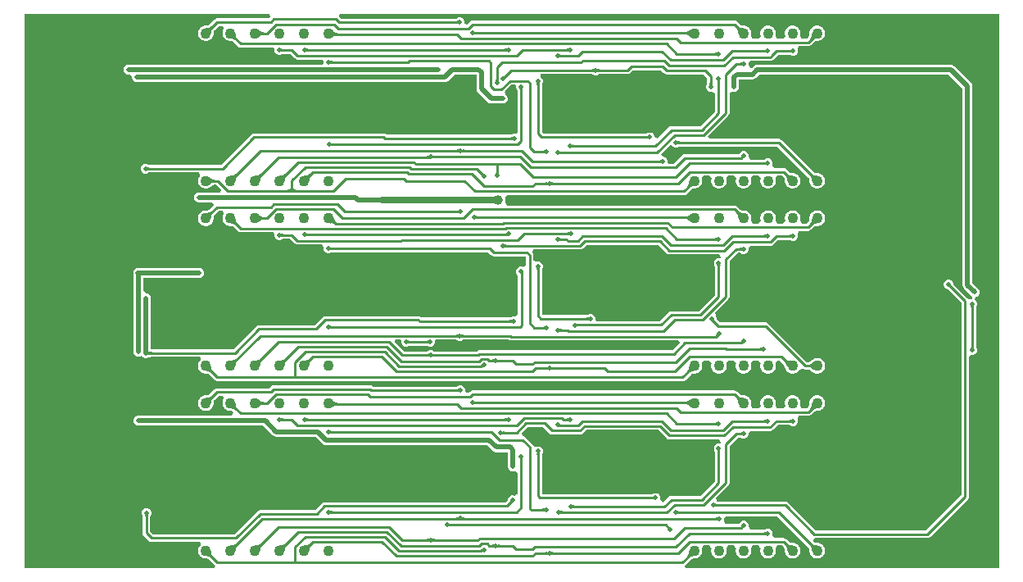
<source format=gbr>
%TF.GenerationSoftware,Altium Limited,Altium Designer,21.8.1 (53)*%
G04 Layer_Physical_Order=1*
G04 Layer_Color=255*
%FSLAX45Y45*%
%MOMM*%
%TF.SameCoordinates,046F884E-5673-4B57-908A-D09F833A34A9*%
%TF.FilePolarity,Positive*%
%TF.FileFunction,Copper,L1,Top,Signal*%
%TF.Part,Single*%
G01*
G75*
%TA.AperFunction,Conductor*%
%ADD10C,0.25400*%
%ADD11C,0.50000*%
%ADD12C,0.70000*%
%TA.AperFunction,ComponentPad*%
%ADD13C,1.10000*%
%TA.AperFunction,ViaPad*%
%ADD14C,0.50000*%
%ADD15C,1.00000*%
%ADD16C,3.00000*%
G36*
X12607146Y11620600D02*
X12606088Y11621512D01*
X12604794Y11622328D01*
X12603264Y11623048D01*
X12601499Y11623672D01*
X12599499Y11624200D01*
X12597263Y11624632D01*
X12594792Y11624968D01*
X12589143Y11625352D01*
X12585966Y11625400D01*
Y11650800D01*
X12589143Y11650848D01*
X12594792Y11651232D01*
X12597263Y11651568D01*
X12599499Y11652000D01*
X12601499Y11652528D01*
X12603264Y11653152D01*
X12604794Y11653872D01*
X12606088Y11654688D01*
X12607146Y11655600D01*
Y11620600D01*
D02*
G37*
G36*
X15505966Y11594360D02*
X15510349Y11591072D01*
X15515067Y11588178D01*
X15520119Y11585681D01*
X15525504Y11583578D01*
X15531224Y11581871D01*
X15537279Y11580560D01*
X15543669Y11579644D01*
X15550392Y11579123D01*
X15557449Y11578997D01*
X15503003Y11524550D01*
X15502876Y11531608D01*
X15502357Y11538332D01*
X15501440Y11544721D01*
X15500130Y11550776D01*
X15498422Y11556496D01*
X15496320Y11561882D01*
X15493822Y11566934D01*
X15490929Y11571651D01*
X15487640Y11576035D01*
X15483955Y11580083D01*
X15501917Y11598044D01*
X15505966Y11594360D01*
D02*
G37*
G36*
X10074044Y11580083D02*
X10070360Y11576035D01*
X10067072Y11571651D01*
X10064178Y11566934D01*
X10061681Y11561882D01*
X10059578Y11556496D01*
X10057871Y11550776D01*
X10056560Y11544721D01*
X10055644Y11538332D01*
X10055123Y11531608D01*
X10054997Y11524550D01*
X10000550Y11578997D01*
X10007608Y11579123D01*
X10014332Y11579644D01*
X10020721Y11580560D01*
X10026776Y11581871D01*
X10032496Y11583578D01*
X10037882Y11585681D01*
X10042934Y11588178D01*
X10047651Y11591072D01*
X10052035Y11594360D01*
X10056083Y11598044D01*
X10074044Y11580083D01*
D02*
G37*
G36*
X12781052Y11544701D02*
X12782253Y11543746D01*
X12783700Y11542903D01*
X12785394Y11542173D01*
X12787333Y11541555D01*
X12789519Y11541049D01*
X12791951Y11540656D01*
X12794630Y11540375D01*
X12800726Y11540150D01*
X12796583Y11514750D01*
X12793384Y11514713D01*
X12785211Y11514166D01*
X12782960Y11513838D01*
X12779172Y11512963D01*
X12777633Y11512416D01*
X12776332Y11511796D01*
X12775268Y11511104D01*
X12780098Y11545769D01*
X12781052Y11544701D01*
D02*
G37*
G36*
X15008385Y11488040D02*
X15003719Y11493114D01*
X14998955Y11497655D01*
X14994092Y11501662D01*
X14989130Y11505134D01*
X14984068Y11508072D01*
X14978909Y11510476D01*
X14973651Y11512346D01*
X14968294Y11513682D01*
X14962839Y11514483D01*
X14957285Y11514750D01*
X14958925Y11540150D01*
X14964290Y11540397D01*
X14969670Y11541139D01*
X14975064Y11542376D01*
X14980472Y11544108D01*
X14985893Y11546334D01*
X14991330Y11549056D01*
X14996780Y11552272D01*
X15002245Y11555982D01*
X15007722Y11560188D01*
X15013216Y11564888D01*
X15008385Y11488040D01*
D02*
G37*
G36*
X10552357Y11557598D02*
X10557480Y11553212D01*
X10562646Y11549342D01*
X10567854Y11545988D01*
X10573106Y11543150D01*
X10578401Y11540828D01*
X10583740Y11539022D01*
X10589121Y11537732D01*
X10594546Y11536958D01*
X10600014Y11536700D01*
Y11511300D01*
X10594546Y11511042D01*
X10589121Y11510268D01*
X10583740Y11508978D01*
X10578401Y11507172D01*
X10573106Y11504850D01*
X10567854Y11502012D01*
X10562646Y11498658D01*
X10557480Y11494788D01*
X10552357Y11490402D01*
X10547278Y11485500D01*
Y11562500D01*
X10552357Y11557598D01*
D02*
G37*
G36*
X11318812Y11550692D02*
X11323046Y11545971D01*
X11327458Y11541806D01*
X11332049Y11538196D01*
X11336818Y11535142D01*
X11341766Y11532643D01*
X11346892Y11530699D01*
X11352196Y11529311D01*
X11357679Y11528478D01*
X11363339Y11528200D01*
X11359250Y11502800D01*
X11354071Y11502571D01*
X11348789Y11501884D01*
X11343405Y11500738D01*
X11337919Y11499135D01*
X11332331Y11497073D01*
X11326640Y11494553D01*
X11320848Y11491575D01*
X11314953Y11488139D01*
X11302856Y11479892D01*
X11314756Y11555967D01*
X11318812Y11550692D01*
D02*
G37*
G36*
X16319450Y11469003D02*
X16312392Y11468877D01*
X16305669Y11468357D01*
X16299278Y11467440D01*
X16293224Y11466129D01*
X16287505Y11464422D01*
X16282118Y11462319D01*
X16277066Y11459822D01*
X16272350Y11456929D01*
X16267966Y11453640D01*
X16263918Y11449956D01*
X16245956Y11467917D01*
X16249640Y11471966D01*
X16252930Y11476349D01*
X16255823Y11481066D01*
X16258321Y11486118D01*
X16260422Y11491504D01*
X16262129Y11497224D01*
X16263440Y11503279D01*
X16264357Y11509669D01*
X16264877Y11516392D01*
X16265002Y11523450D01*
X16319450Y11469003D01*
D02*
G37*
G36*
X10309123Y11516392D02*
X10309644Y11509669D01*
X10310560Y11503279D01*
X10311871Y11497224D01*
X10313578Y11491504D01*
X10315681Y11486118D01*
X10318178Y11481066D01*
X10321072Y11476349D01*
X10324360Y11471966D01*
X10328044Y11467917D01*
X10310083Y11449956D01*
X10306035Y11453640D01*
X10301651Y11456929D01*
X10296934Y11459822D01*
X10291882Y11462319D01*
X10286496Y11464422D01*
X10280776Y11466129D01*
X10274721Y11467440D01*
X10268332Y11468357D01*
X10261608Y11468877D01*
X10254550Y11469003D01*
X10308997Y11523450D01*
X10309123Y11516392D01*
D02*
G37*
G36*
X13752145Y11336400D02*
X13751088Y11337312D01*
X13749794Y11338128D01*
X13748264Y11338848D01*
X13746500Y11339472D01*
X13744499Y11340000D01*
X13742262Y11340432D01*
X13739792Y11340768D01*
X13734143Y11341152D01*
X13730966Y11341200D01*
Y11366600D01*
X13734143Y11366648D01*
X13739792Y11367032D01*
X13742262Y11367368D01*
X13744499Y11367800D01*
X13746500Y11368328D01*
X13748264Y11368952D01*
X13749794Y11369672D01*
X13751088Y11370488D01*
X13752145Y11371400D01*
Y11336400D01*
D02*
G37*
G36*
X13112146D02*
X13111089Y11337312D01*
X13109795Y11338128D01*
X13108264Y11338848D01*
X13106499Y11339472D01*
X13104498Y11340000D01*
X13102263Y11340432D01*
X13099792Y11340768D01*
X13094144Y11341152D01*
X13090965Y11341200D01*
Y11366600D01*
X13094144Y11366648D01*
X13099792Y11367032D01*
X13102263Y11367368D01*
X13104498Y11367800D01*
X13106499Y11368328D01*
X13108264Y11368952D01*
X13109795Y11369672D01*
X13111089Y11370488D01*
X13112146Y11371400D01*
Y11336400D01*
D02*
G37*
G36*
X11038912Y11370488D02*
X11040206Y11369672D01*
X11041736Y11368952D01*
X11043501Y11368328D01*
X11045501Y11367800D01*
X11047737Y11367368D01*
X11050208Y11367032D01*
X11055856Y11366648D01*
X11059034Y11366600D01*
Y11341200D01*
X11055856Y11341152D01*
X11050208Y11340768D01*
X11047737Y11340432D01*
X11045501Y11340000D01*
X11043501Y11339472D01*
X11041736Y11338848D01*
X11040206Y11338128D01*
X11038912Y11337312D01*
X11037854Y11336400D01*
Y11371400D01*
X11038912Y11370488D01*
D02*
G37*
G36*
X10778912Y11366588D02*
X10780206Y11365772D01*
X10781736Y11365052D01*
X10783501Y11364428D01*
X10785501Y11363900D01*
X10787737Y11363468D01*
X10790208Y11363132D01*
X10795856Y11362748D01*
X10799034Y11362700D01*
Y11337300D01*
X10795856Y11337252D01*
X10790208Y11336868D01*
X10787737Y11336532D01*
X10785501Y11336100D01*
X10783501Y11335572D01*
X10781736Y11334948D01*
X10780206Y11334228D01*
X10778912Y11333412D01*
X10777854Y11332500D01*
Y11367500D01*
X10778912Y11366588D01*
D02*
G37*
G36*
X16052145Y11322500D02*
X16051088Y11323412D01*
X16049794Y11324228D01*
X16048264Y11324948D01*
X16046500Y11325572D01*
X16044499Y11326100D01*
X16042262Y11326532D01*
X16039792Y11326868D01*
X16034145Y11327252D01*
X16030966Y11327300D01*
Y11352700D01*
X16034145Y11352748D01*
X16039792Y11353132D01*
X16042262Y11353468D01*
X16044499Y11353900D01*
X16046500Y11354428D01*
X16048264Y11355052D01*
X16049794Y11355772D01*
X16051088Y11356588D01*
X16052145Y11357500D01*
Y11322500D01*
D02*
G37*
G36*
X15792146D02*
X15791087Y11323412D01*
X15789793Y11324228D01*
X15788264Y11324948D01*
X15786499Y11325572D01*
X15784499Y11326100D01*
X15782263Y11326532D01*
X15779791Y11326868D01*
X15774142Y11327252D01*
X15770966Y11327300D01*
Y11352700D01*
X15774142Y11352748D01*
X15779791Y11353132D01*
X15782263Y11353468D01*
X15784499Y11353900D01*
X15786499Y11354428D01*
X15788264Y11355052D01*
X15789793Y11355772D01*
X15791087Y11356588D01*
X15792146Y11357500D01*
Y11322500D01*
D02*
G37*
G36*
X15282146Y11292500D02*
X15281088Y11293412D01*
X15279794Y11294228D01*
X15278264Y11294948D01*
X15276498Y11295572D01*
X15274500Y11296100D01*
X15272263Y11296532D01*
X15269792Y11296868D01*
X15264143Y11297252D01*
X15260966Y11297300D01*
Y11322700D01*
X15264143Y11322748D01*
X15269792Y11323132D01*
X15272263Y11323468D01*
X15274500Y11323900D01*
X15276498Y11324428D01*
X15278264Y11325052D01*
X15279794Y11325772D01*
X15281088Y11326588D01*
X15282146Y11327500D01*
Y11292500D01*
D02*
G37*
G36*
X18200000Y6000000D02*
X14962929D01*
X14953828Y6030000D01*
X14957169Y6032232D01*
X15014926Y6089989D01*
X15016920Y6091485D01*
X15019601Y6093130D01*
X15022585Y6094604D01*
X15025931Y6095910D01*
X15029675Y6097028D01*
X15033865Y6097935D01*
X15038509Y6098601D01*
X15043623Y6098997D01*
X15049910Y6099109D01*
X15052168Y6099600D01*
X15060585D01*
X15081033Y6105079D01*
X15099367Y6115664D01*
X15114336Y6130633D01*
X15124921Y6148967D01*
X15130400Y6169415D01*
Y6190585D01*
X15126736Y6204254D01*
X15136847Y6224075D01*
X15146156Y6234254D01*
X15207845D01*
X15217152Y6224075D01*
X15227263Y6204254D01*
X15223599Y6190585D01*
Y6169415D01*
X15229080Y6148967D01*
X15239664Y6130633D01*
X15254633Y6115664D01*
X15272968Y6105079D01*
X15293414Y6099600D01*
X15314584D01*
X15335033Y6105079D01*
X15353368Y6115664D01*
X15368336Y6130633D01*
X15378922Y6148967D01*
X15384399Y6169415D01*
Y6190585D01*
X15380737Y6204254D01*
X15390846Y6224075D01*
X15400156Y6234254D01*
X15461845D01*
X15471153Y6224075D01*
X15481264Y6204254D01*
X15477600Y6190585D01*
Y6169415D01*
X15483080Y6148967D01*
X15493665Y6130633D01*
X15508633Y6115664D01*
X15526967Y6105079D01*
X15547415Y6099600D01*
X15568585D01*
X15589034Y6105079D01*
X15607367Y6115664D01*
X15622336Y6130633D01*
X15632921Y6148967D01*
X15638400Y6169415D01*
Y6190585D01*
X15634737Y6204254D01*
X15644847Y6224075D01*
X15654156Y6234254D01*
X15715845D01*
X15725153Y6224075D01*
X15735263Y6204254D01*
X15731599Y6190585D01*
Y6169415D01*
X15737080Y6148967D01*
X15747664Y6130633D01*
X15762633Y6115664D01*
X15780968Y6105079D01*
X15801414Y6099600D01*
X15822585D01*
X15843033Y6105079D01*
X15861366Y6115664D01*
X15876337Y6130633D01*
X15886922Y6148967D01*
X15892400Y6169415D01*
Y6190585D01*
X15888737Y6204254D01*
X15898846Y6224075D01*
X15908156Y6234254D01*
X15956808D01*
X15975989Y6215074D01*
X15977486Y6213080D01*
X15979131Y6210399D01*
X15980605Y6207416D01*
X15981911Y6204070D01*
X15983028Y6200324D01*
X15983936Y6196135D01*
X15984601Y6191491D01*
X15984998Y6186376D01*
X15985109Y6180090D01*
X15985600Y6177832D01*
Y6169415D01*
X15991080Y6148967D01*
X16001665Y6130633D01*
X16016634Y6115664D01*
X16034967Y6105079D01*
X16055415Y6099600D01*
X16076585D01*
X16097034Y6105079D01*
X16115367Y6115664D01*
X16130336Y6130633D01*
X16140921Y6148967D01*
X16146400Y6169415D01*
Y6190585D01*
X16140921Y6211033D01*
X16130336Y6229367D01*
X16115367Y6244336D01*
X16097034Y6254921D01*
X16076585Y6260400D01*
X16068169D01*
X16065910Y6260891D01*
X16059624Y6261003D01*
X16054509Y6261399D01*
X16049866Y6262065D01*
X16045676Y6262972D01*
X16041931Y6264090D01*
X16038583Y6265396D01*
X16035602Y6266870D01*
X16032919Y6268516D01*
X16030927Y6270011D01*
X16000369Y6300569D01*
X15987766Y6308990D01*
X15972900Y6311947D01*
X15874648D01*
X15870560Y6315585D01*
X15857074Y6341947D01*
X15860400Y6349975D01*
Y6370025D01*
X15852727Y6388549D01*
X15838548Y6402727D01*
X15820026Y6410400D01*
X15799976D01*
X15781451Y6402727D01*
X15777708Y6398985D01*
X15777167Y6398911D01*
X15776219Y6398846D01*
X15629320D01*
X15609933Y6428847D01*
X15610400Y6429975D01*
Y6450025D01*
X15602727Y6468549D01*
X15588548Y6482727D01*
X15570026Y6490400D01*
X15549976D01*
X15531451Y6482727D01*
X15517273Y6468549D01*
X15512219Y6456346D01*
X15370049D01*
X15362308Y6467566D01*
X15354755Y6486346D01*
X15360400Y6499975D01*
Y6520025D01*
X15371178Y6536154D01*
X15908910D01*
X16229990Y6215074D01*
X16231485Y6213080D01*
X16233130Y6210399D01*
X16234604Y6207416D01*
X16235910Y6204070D01*
X16237029Y6200324D01*
X16237936Y6196135D01*
X16238602Y6191491D01*
X16238997Y6186376D01*
X16239108Y6180090D01*
X16239600Y6177832D01*
Y6169415D01*
X16245081Y6148967D01*
X16255664Y6130633D01*
X16270633Y6115664D01*
X16288966Y6105079D01*
X16309415Y6099600D01*
X16330585D01*
X16351033Y6105079D01*
X16369366Y6115664D01*
X16384335Y6130633D01*
X16394920Y6148967D01*
X16400400Y6169415D01*
Y6190585D01*
X16394920Y6211033D01*
X16384335Y6229367D01*
X16369366Y6244336D01*
X16351033Y6254921D01*
X16330585Y6260400D01*
X16322169D01*
X16319910Y6260891D01*
X16313625Y6261003D01*
X16308508Y6261399D01*
X16303865Y6262065D01*
X16299677Y6262972D01*
X16295930Y6264090D01*
X16292584Y6265396D01*
X16289603Y6266870D01*
X16287146Y6268376D01*
X16277980Y6283631D01*
X16284338Y6298191D01*
X16293990Y6311153D01*
X17460001D01*
X17474866Y6314111D01*
X17487468Y6322531D01*
X17877469Y6712532D01*
X17885890Y6725134D01*
X17888847Y6740000D01*
Y8175880D01*
X17909975Y8199600D01*
X17930025D01*
X17948549Y8207273D01*
X17962727Y8221451D01*
X17970399Y8239975D01*
Y8260025D01*
X17962727Y8278549D01*
X17962357Y8278920D01*
X17962202Y8281203D01*
Y8689995D01*
X17969437Y8697231D01*
X17977110Y8715755D01*
Y8735805D01*
X17969437Y8754329D01*
X17955260Y8768507D01*
X17951543Y8770047D01*
X17954964Y8799600D01*
X17960025D01*
X17964700Y8801537D01*
X17969666Y8802524D01*
X17973872Y8805336D01*
X17978549Y8807273D01*
X17982127Y8810852D01*
X17986336Y8813664D01*
X17989148Y8817872D01*
X17992728Y8821451D01*
X17994664Y8826127D01*
X17997476Y8830335D01*
X17998463Y8835299D01*
X18000400Y8839975D01*
Y8845036D01*
X18001387Y8850000D01*
X18000400Y8854964D01*
Y8860025D01*
X17998463Y8864701D01*
X17997476Y8869665D01*
X17994664Y8873874D01*
X17992728Y8878549D01*
X17989148Y8882128D01*
X17986336Y8886336D01*
X17926387Y8946285D01*
Y10975000D01*
X17922476Y10994665D01*
X17911336Y11011336D01*
X17736336Y11186336D01*
X17719666Y11197476D01*
X17700000Y11201387D01*
X15700000D01*
X15680334Y11197476D01*
X15663664Y11186336D01*
X15641631Y11164303D01*
X15625293Y11166247D01*
X15607899Y11197475D01*
Y11217525D01*
X15631870Y11238053D01*
X15836137D01*
X15851003Y11241011D01*
X15863605Y11249431D01*
X15875168Y11260994D01*
X15877469Y11262531D01*
X15916090Y11301153D01*
X16036220D01*
X16037166Y11301089D01*
X16037709Y11301015D01*
X16041451Y11297273D01*
X16059975Y11289600D01*
X16080025D01*
X16098549Y11297273D01*
X16112727Y11311451D01*
X16120399Y11329975D01*
Y11350025D01*
X16115417Y11362053D01*
X16124654Y11383364D01*
X16131648Y11392053D01*
X16226900D01*
X16241766Y11395010D01*
X16254369Y11403431D01*
X16284926Y11433989D01*
X16286920Y11435485D01*
X16289603Y11437130D01*
X16292584Y11438604D01*
X16295930Y11439910D01*
X16299677Y11441028D01*
X16303865Y11441935D01*
X16308508Y11442601D01*
X16313625Y11442997D01*
X16319910Y11443109D01*
X16322169Y11443600D01*
X16330585D01*
X16351033Y11449079D01*
X16369366Y11459664D01*
X16384335Y11474633D01*
X16394920Y11492967D01*
X16400400Y11513415D01*
Y11534585D01*
X16394920Y11555033D01*
X16384335Y11573367D01*
X16369366Y11588336D01*
X16351033Y11598921D01*
X16330585Y11604400D01*
X16309415D01*
X16288966Y11598921D01*
X16270633Y11588336D01*
X16255664Y11573367D01*
X16245081Y11555033D01*
X16239600Y11534585D01*
Y11526168D01*
X16239108Y11523910D01*
X16238997Y11517624D01*
X16238602Y11512509D01*
X16237936Y11507865D01*
X16237029Y11503675D01*
X16235910Y11499931D01*
X16234604Y11496584D01*
X16233130Y11493602D01*
X16231483Y11490919D01*
X16229990Y11488927D01*
X16210809Y11469746D01*
X16162157D01*
X16152847Y11479925D01*
X16142737Y11499747D01*
X16146400Y11513415D01*
Y11534585D01*
X16140921Y11555033D01*
X16130336Y11573367D01*
X16115367Y11588336D01*
X16097034Y11598921D01*
X16076585Y11604400D01*
X16055415D01*
X16034967Y11598921D01*
X16016634Y11588336D01*
X16001665Y11573367D01*
X15991080Y11555033D01*
X15985600Y11534585D01*
Y11513415D01*
X15989262Y11499747D01*
X15979153Y11479925D01*
X15969846Y11469746D01*
X15908156D01*
X15898846Y11479925D01*
X15888737Y11499747D01*
X15892400Y11513415D01*
Y11534585D01*
X15886922Y11555033D01*
X15876337Y11573367D01*
X15861366Y11588336D01*
X15843033Y11598921D01*
X15822585Y11604400D01*
X15801414D01*
X15780968Y11598921D01*
X15762633Y11588336D01*
X15747664Y11573367D01*
X15737080Y11555033D01*
X15731599Y11534585D01*
Y11513415D01*
X15735263Y11499747D01*
X15725153Y11479925D01*
X15715845Y11469746D01*
X15654156D01*
X15644847Y11479925D01*
X15634737Y11499747D01*
X15638400Y11513415D01*
Y11534585D01*
X15632921Y11555033D01*
X15622336Y11573367D01*
X15607367Y11588336D01*
X15589034Y11598921D01*
X15568585Y11604400D01*
X15560168D01*
X15557910Y11604891D01*
X15551624Y11605003D01*
X15546509Y11605399D01*
X15541866Y11606065D01*
X15537675Y11606972D01*
X15533931Y11608090D01*
X15530585Y11609396D01*
X15527602Y11610870D01*
X15524919Y11612516D01*
X15522926Y11614011D01*
X15492369Y11644569D01*
X15479765Y11652990D01*
X15464900Y11655947D01*
X12756963D01*
X12742097Y11652990D01*
X12729494Y11644569D01*
X12703116Y11618190D01*
X12682714Y11625466D01*
X12675400Y11629847D01*
Y11648125D01*
X12667727Y11666649D01*
X12653549Y11680827D01*
X12635025Y11688500D01*
X12614975D01*
X12596451Y11680827D01*
X12592708Y11677085D01*
X12592166Y11677011D01*
X12591219Y11676946D01*
X11395788D01*
X11375272Y11698536D01*
X11385379Y11725000D01*
X18200000D01*
Y6000000D01*
D02*
G37*
G36*
X13660953Y11307025D02*
X13662262Y11306285D01*
X13663808Y11305632D01*
X13665585Y11305067D01*
X13667599Y11304588D01*
X13669846Y11304196D01*
X13675044Y11303674D01*
X13677992Y11303544D01*
X13681178Y11303500D01*
X13682909Y11278100D01*
X13679736Y11278048D01*
X13674104Y11277633D01*
X13671649Y11277270D01*
X13669431Y11276803D01*
X13667451Y11276232D01*
X13665712Y11275558D01*
X13664211Y11274780D01*
X13662949Y11273898D01*
X13661925Y11272912D01*
X13659875Y11307852D01*
X13660953Y11307025D01*
D02*
G37*
G36*
X11287662Y11241988D02*
X11288956Y11241172D01*
X11290486Y11240452D01*
X11292251Y11239828D01*
X11294251Y11239300D01*
X11296487Y11238868D01*
X11298958Y11238532D01*
X11304607Y11238148D01*
X11307784Y11238100D01*
Y11212700D01*
X11304607Y11212652D01*
X11298958Y11212268D01*
X11296487Y11211932D01*
X11294251Y11211500D01*
X11292251Y11210972D01*
X11290486Y11210348D01*
X11288956Y11209628D01*
X11287662Y11208812D01*
X11286604Y11207900D01*
Y11242900D01*
X11287662Y11241988D01*
D02*
G37*
G36*
X15539645Y11190000D02*
X15538588Y11190912D01*
X15537294Y11191728D01*
X15535764Y11192448D01*
X15534000Y11193072D01*
X15531999Y11193600D01*
X15529762Y11194032D01*
X15527292Y11194368D01*
X15521645Y11194752D01*
X15518466Y11194800D01*
Y11220200D01*
X15521645Y11220248D01*
X15527292Y11220632D01*
X15529762Y11220968D01*
X15531999Y11221400D01*
X15534000Y11221928D01*
X15535764Y11222552D01*
X15537294Y11223272D01*
X15538588Y11224088D01*
X15539645Y11225000D01*
Y11190000D01*
D02*
G37*
G36*
X14048912Y11157741D02*
X14050206Y11156925D01*
X14051736Y11156206D01*
X14053500Y11155581D01*
X14055501Y11155053D01*
X14057738Y11154622D01*
X14060208Y11154286D01*
X14065855Y11153901D01*
X14069034Y11153853D01*
Y11128453D01*
X14065855Y11128405D01*
X14060208Y11128021D01*
X14057738Y11127685D01*
X14055501Y11127254D01*
X14053500Y11126726D01*
X14051736Y11126101D01*
X14050206Y11125382D01*
X14048912Y11124566D01*
X14047855Y11123654D01*
Y11158653D01*
X14048912Y11157741D01*
D02*
G37*
G36*
X14012146Y11123654D02*
X14011089Y11124566D01*
X14009795Y11125382D01*
X14008264Y11126101D01*
X14006499Y11126726D01*
X14004498Y11127254D01*
X14002263Y11127685D01*
X13999792Y11128021D01*
X13994144Y11128405D01*
X13990965Y11128453D01*
Y11153853D01*
X13994144Y11153901D01*
X13999792Y11154286D01*
X14002263Y11154622D01*
X14004498Y11155053D01*
X14006499Y11155581D01*
X14008264Y11156206D01*
X14009795Y11156925D01*
X14011089Y11157741D01*
X14012146Y11158653D01*
Y11123654D01*
D02*
G37*
G36*
X14734131Y11110932D02*
X14746735Y11102511D01*
X14761600Y11099554D01*
X15145509D01*
X15181154Y11063910D01*
Y11003780D01*
X15181088Y11002834D01*
X15181015Y11002291D01*
X15177274Y10998549D01*
X15169600Y10980025D01*
Y10959975D01*
X15177274Y10941451D01*
X15191451Y10927273D01*
X15209975Y10919600D01*
X15230025D01*
X15233653Y10921103D01*
X15263654Y10903180D01*
Y10718591D01*
X15109709Y10564646D01*
X14812500D01*
X14797633Y10561689D01*
X14785031Y10553268D01*
X14669453Y10437691D01*
X14640401Y10451063D01*
Y10460025D01*
X14632727Y10478549D01*
X14618549Y10492727D01*
X14600024Y10500400D01*
X14579974D01*
X14561452Y10492727D01*
X14557709Y10488985D01*
X14557166Y10488911D01*
X14556219Y10488846D01*
X13486092D01*
X13473846Y10501091D01*
Y10993720D01*
X13473911Y10994666D01*
X13473985Y10995208D01*
X13477727Y10998951D01*
X13485400Y11017475D01*
Y11037525D01*
X13477727Y11056049D01*
X13463548Y11070227D01*
X13458527Y11072307D01*
X13464494Y11102307D01*
X13996220D01*
X13997166Y11102243D01*
X13997708Y11102169D01*
X14001451Y11098427D01*
X14019975Y11090754D01*
X14040025D01*
X14058549Y11098427D01*
X14062291Y11102169D01*
X14062833Y11102243D01*
X14063780Y11102307D01*
X14358905D01*
X14373772Y11105264D01*
X14386374Y11113685D01*
X14413841Y11141153D01*
X14703909D01*
X14734131Y11110932D01*
D02*
G37*
G36*
X13109764Y11073843D02*
X13107561Y11071562D01*
X13103896Y11067283D01*
X13102435Y11065286D01*
X13101225Y11063383D01*
X13100262Y11061575D01*
X13099547Y11059862D01*
X13099081Y11058243D01*
X13098862Y11056719D01*
X13098892Y11055290D01*
X13071774Y11077417D01*
X13073071Y11077641D01*
X13074477Y11078088D01*
X13075993Y11078758D01*
X13077620Y11079651D01*
X13079356Y11080766D01*
X13081201Y11082104D01*
X13085220Y11085447D01*
X13089680Y11089681D01*
X13109764Y11073843D01*
D02*
G37*
G36*
X13022748Y11045856D02*
X13023132Y11040208D01*
X13023468Y11037737D01*
X13023900Y11035501D01*
X13024428Y11033501D01*
X13025052Y11031736D01*
X13025772Y11030206D01*
X13026588Y11028912D01*
X13027499Y11027854D01*
X12992500D01*
X12993411Y11028912D01*
X12994228Y11030206D01*
X12994948Y11031736D01*
X12995572Y11033501D01*
X12996100Y11035501D01*
X12996532Y11037737D01*
X12996867Y11040208D01*
X12997252Y11045856D01*
X12997301Y11049034D01*
X13022701D01*
X13022748Y11045856D01*
D02*
G37*
G36*
X15319089Y11038588D02*
X15318272Y11037294D01*
X15317552Y11035764D01*
X15316928Y11033999D01*
X15316400Y11031999D01*
X15315968Y11029763D01*
X15315633Y11027292D01*
X15315248Y11021644D01*
X15315199Y11018466D01*
X15289799D01*
X15289752Y11021644D01*
X15289368Y11027292D01*
X15289032Y11029763D01*
X15288600Y11031999D01*
X15288072Y11033999D01*
X15287448Y11035764D01*
X15286728Y11037294D01*
X15285912Y11038588D01*
X15285001Y11039646D01*
X15320000D01*
X15319089Y11038588D01*
D02*
G37*
G36*
X13451588Y11008588D02*
X13450772Y11007294D01*
X13450052Y11005764D01*
X13449428Y11003999D01*
X13448900Y11001999D01*
X13448468Y10999763D01*
X13448132Y10997292D01*
X13447748Y10991643D01*
X13447701Y10988466D01*
X13422301D01*
X13422252Y10991643D01*
X13421867Y10997292D01*
X13421532Y10999763D01*
X13421100Y11001999D01*
X13420572Y11003999D01*
X13419948Y11005764D01*
X13419228Y11007294D01*
X13418411Y11008588D01*
X13417500Y11009646D01*
X13452499D01*
X13451588Y11008588D01*
D02*
G37*
G36*
X15232748Y11005856D02*
X15233131Y11000208D01*
X15233469Y10997737D01*
X15233900Y10995501D01*
X15234428Y10993501D01*
X15235052Y10991736D01*
X15235773Y10990206D01*
X15236588Y10988912D01*
X15237500Y10987854D01*
X15202499D01*
X15203412Y10988912D01*
X15204228Y10990206D01*
X15204948Y10991736D01*
X15205573Y10993501D01*
X15206100Y10995501D01*
X15206532Y10997737D01*
X15206868Y11000208D01*
X15207253Y11005856D01*
X15207300Y11009034D01*
X15232700D01*
X15232748Y11005856D01*
D02*
G37*
G36*
X13276588Y10951088D02*
X13275772Y10949794D01*
X13275052Y10948264D01*
X13274428Y10946499D01*
X13273900Y10944499D01*
X13273468Y10942263D01*
X13273132Y10939792D01*
X13272748Y10934143D01*
X13272701Y10930966D01*
X13247301D01*
X13247252Y10934143D01*
X13246867Y10939792D01*
X13246532Y10942263D01*
X13246100Y10944499D01*
X13245572Y10946499D01*
X13244948Y10948264D01*
X13244228Y10949794D01*
X13243411Y10951088D01*
X13242500Y10952146D01*
X13277499D01*
X13276588Y10951088D01*
D02*
G37*
G36*
X14572147Y10432500D02*
X14571088Y10433412D01*
X14569794Y10434228D01*
X14568263Y10434948D01*
X14566499Y10435572D01*
X14564499Y10436100D01*
X14562263Y10436532D01*
X14559792Y10436868D01*
X14554144Y10437252D01*
X14550966Y10437300D01*
Y10462700D01*
X14554144Y10462748D01*
X14559792Y10463132D01*
X14562263Y10463468D01*
X14564499Y10463900D01*
X14566499Y10464428D01*
X14568263Y10465052D01*
X14569794Y10465772D01*
X14571088Y10466588D01*
X14572147Y10467500D01*
Y10432500D01*
D02*
G37*
G36*
X13176131Y10420600D02*
X13175072Y10421512D01*
X13173778Y10422328D01*
X13172247Y10423048D01*
X13170483Y10423672D01*
X13168483Y10424200D01*
X13166248Y10424632D01*
X13163776Y10424968D01*
X13158128Y10425352D01*
X13154950Y10425400D01*
Y10450800D01*
X13158128Y10450848D01*
X13163776Y10451232D01*
X13166248Y10451568D01*
X13168483Y10452000D01*
X13170483Y10452528D01*
X13172247Y10453152D01*
X13173778Y10453872D01*
X13175072Y10454688D01*
X13176131Y10455600D01*
Y10420600D01*
D02*
G37*
G36*
X14878912Y10411588D02*
X14880206Y10410772D01*
X14881737Y10410052D01*
X14883501Y10409428D01*
X14885501Y10408900D01*
X14887737Y10408468D01*
X14890208Y10408132D01*
X14895856Y10407748D01*
X14899034Y10407700D01*
Y10382300D01*
X14895856Y10382252D01*
X14890208Y10381868D01*
X14887737Y10381532D01*
X14885501Y10381100D01*
X14883501Y10380572D01*
X14881737Y10379948D01*
X14880206Y10379228D01*
X14878912Y10378412D01*
X14877853Y10377500D01*
Y10412500D01*
X14878912Y10411588D01*
D02*
G37*
G36*
X11294704Y10391849D02*
X11295973Y10390979D01*
X11297481Y10390210D01*
X11299226Y10389544D01*
X11301209Y10388981D01*
X11303431Y10388520D01*
X11305891Y10388161D01*
X11311524Y10387751D01*
X11314698Y10387700D01*
X11313280Y10362300D01*
X11310097Y10362256D01*
X11301954Y10361590D01*
X11299708Y10361191D01*
X11297697Y10360703D01*
X11295920Y10360126D01*
X11294377Y10359461D01*
X11293068Y10358706D01*
X11291993Y10357863D01*
X11293673Y10392823D01*
X11294704Y10391849D01*
D02*
G37*
G36*
X13788911Y10376588D02*
X13790205Y10375772D01*
X13791736Y10375052D01*
X13793501Y10374428D01*
X13795502Y10373900D01*
X13797737Y10373468D01*
X13800208Y10373132D01*
X13805856Y10372748D01*
X13809035Y10372700D01*
Y10347300D01*
X13805856Y10347252D01*
X13800208Y10346868D01*
X13797737Y10346532D01*
X13795502Y10346100D01*
X13793501Y10345572D01*
X13791736Y10344948D01*
X13790205Y10344228D01*
X13788911Y10343412D01*
X13787854Y10342500D01*
Y10377500D01*
X13788911Y10376588D01*
D02*
G37*
G36*
X12616327Y10295277D02*
X12615296Y10296251D01*
X12614027Y10297121D01*
X12612519Y10297890D01*
X12610774Y10298556D01*
X12608791Y10299119D01*
X12606569Y10299580D01*
X12604109Y10299939D01*
X12598476Y10300349D01*
X12595302Y10300400D01*
X12596720Y10325800D01*
X12599903Y10325844D01*
X12608046Y10326510D01*
X12610292Y10326909D01*
X12612303Y10327397D01*
X12614080Y10327974D01*
X12615623Y10328639D01*
X12616932Y10329394D01*
X12618007Y10330237D01*
X12616327Y10295277D01*
D02*
G37*
G36*
X12653912Y10328488D02*
X12655206Y10327672D01*
X12656736Y10326952D01*
X12658501Y10326328D01*
X12660501Y10325800D01*
X12662737Y10325368D01*
X12665208Y10325032D01*
X12670856Y10324648D01*
X12674034Y10324600D01*
Y10299200D01*
X12670856Y10299152D01*
X12665208Y10298768D01*
X12662737Y10298432D01*
X12660501Y10298000D01*
X12658501Y10297472D01*
X12656736Y10296848D01*
X12655206Y10296128D01*
X12653912Y10295312D01*
X12652854Y10294400D01*
Y10329400D01*
X12653912Y10328488D01*
D02*
G37*
G36*
X13502145Y10282500D02*
X13501088Y10283412D01*
X13499794Y10284228D01*
X13498264Y10284948D01*
X13496500Y10285572D01*
X13494499Y10286100D01*
X13492262Y10286532D01*
X13489792Y10286868D01*
X13484143Y10287252D01*
X13480966Y10287300D01*
Y10312700D01*
X13484143Y10312748D01*
X13489792Y10313132D01*
X13492262Y10313468D01*
X13494499Y10313900D01*
X13496500Y10314428D01*
X13498264Y10315052D01*
X13499794Y10315772D01*
X13501088Y10316588D01*
X13502145Y10317500D01*
Y10282500D01*
D02*
G37*
G36*
X13658913Y10306588D02*
X13660207Y10305772D01*
X13661736Y10305052D01*
X13663501Y10304428D01*
X13665501Y10303900D01*
X13667737Y10303468D01*
X13670209Y10303132D01*
X13675856Y10302748D01*
X13679034Y10302700D01*
Y10277300D01*
X13675856Y10277252D01*
X13670209Y10276868D01*
X13667737Y10276532D01*
X13665501Y10276100D01*
X13663501Y10275572D01*
X13661736Y10274948D01*
X13660207Y10274228D01*
X13658913Y10273412D01*
X13657854Y10272500D01*
Y10307500D01*
X13658913Y10306588D01*
D02*
G37*
G36*
X12344704Y10265650D02*
X12345973Y10264779D01*
X12347481Y10264010D01*
X12349226Y10263344D01*
X12351209Y10262781D01*
X12353431Y10262320D01*
X12355890Y10261961D01*
X12361524Y10261551D01*
X12364698Y10261500D01*
X12363280Y10236100D01*
X12360097Y10236056D01*
X12351954Y10235390D01*
X12349708Y10234991D01*
X12347697Y10234503D01*
X12345920Y10233926D01*
X12344377Y10233261D01*
X12343068Y10232506D01*
X12341993Y10231663D01*
X12343673Y10266623D01*
X12344704Y10265650D01*
D02*
G37*
G36*
X12310588Y10229572D02*
X12309552Y10230186D01*
X12308275Y10230734D01*
X12306756Y10231219D01*
X12304995Y10231638D01*
X12302993Y10231993D01*
X12298263Y10232510D01*
X12292567Y10232768D01*
X12289357Y10232800D01*
X12283883Y10258200D01*
X12287054Y10258258D01*
X12292643Y10258722D01*
X12295060Y10259128D01*
X12297226Y10259650D01*
X12299141Y10260288D01*
X12300805Y10261042D01*
X12302217Y10261912D01*
X12303378Y10262899D01*
X12304288Y10264001D01*
X12310588Y10229572D01*
D02*
G37*
G36*
X14707146Y10182500D02*
X14706088Y10183412D01*
X14704794Y10184228D01*
X14703264Y10184948D01*
X14701498Y10185572D01*
X14699500Y10186100D01*
X14697263Y10186532D01*
X14694792Y10186868D01*
X14689143Y10187252D01*
X14685966Y10187300D01*
Y10212700D01*
X14689143Y10212748D01*
X14694792Y10213132D01*
X14697263Y10213468D01*
X14699500Y10213900D01*
X14701498Y10214428D01*
X14703264Y10215052D01*
X14704794Y10215772D01*
X14706088Y10216588D01*
X14707146Y10217500D01*
Y10182500D01*
D02*
G37*
G36*
X15792146Y10162500D02*
X15791087Y10163412D01*
X15789793Y10164228D01*
X15788264Y10164948D01*
X15786499Y10165572D01*
X15784499Y10166100D01*
X15782263Y10166532D01*
X15779791Y10166868D01*
X15774142Y10167252D01*
X15770966Y10167300D01*
Y10192700D01*
X15774142Y10192748D01*
X15779791Y10193132D01*
X15782263Y10193468D01*
X15784499Y10193900D01*
X15786499Y10194428D01*
X15788264Y10195052D01*
X15789793Y10195772D01*
X15791087Y10196588D01*
X15792146Y10197500D01*
Y10162500D01*
D02*
G37*
G36*
X9395784Y10142013D02*
X9397077Y10141197D01*
X9398607Y10140478D01*
X9400372Y10139853D01*
X9402372Y10139325D01*
X9404608Y10138894D01*
X9407079Y10138558D01*
X9412728Y10138174D01*
X9415905Y10138126D01*
Y10112726D01*
X9412728Y10112678D01*
X9407079Y10112293D01*
X9404608Y10111957D01*
X9402372Y10111526D01*
X9400372Y10110998D01*
X9398607Y10110373D01*
X9397077Y10109654D01*
X9395784Y10108838D01*
X9394725Y10107925D01*
Y10142926D01*
X9395784Y10142013D01*
D02*
G37*
G36*
X13026395Y10092210D02*
X13026778Y10086562D01*
X13027113Y10084091D01*
X13027547Y10081855D01*
X13028075Y10079855D01*
X13028699Y10078090D01*
X13029417Y10076560D01*
X13030234Y10075266D01*
X13031146Y10074207D01*
X12996146D01*
X12997058Y10075266D01*
X12997874Y10076560D01*
X12998595Y10078090D01*
X12999219Y10079855D01*
X12999747Y10081855D01*
X13000179Y10084091D01*
X13000514Y10086562D01*
X13000899Y10092210D01*
X13000946Y10095388D01*
X13026346D01*
X13026395Y10092210D01*
D02*
G37*
G36*
X12858659Y10084368D02*
X12862926Y10080646D01*
X12864909Y10079136D01*
X12866797Y10077861D01*
X12868585Y10076820D01*
X12870274Y10076013D01*
X12871864Y10075440D01*
X12873357Y10075102D01*
X12874750Y10074999D01*
X12850002Y10050250D01*
X12849898Y10051643D01*
X12849561Y10053136D01*
X12848987Y10054726D01*
X12848180Y10056415D01*
X12847139Y10058203D01*
X12845863Y10060090D01*
X12844354Y10062074D01*
X12840631Y10066340D01*
X12838419Y10068621D01*
X12856380Y10086581D01*
X12858659Y10084368D01*
D02*
G37*
G36*
X16267966Y10070360D02*
X16272350Y10067072D01*
X16277066Y10064178D01*
X16282118Y10061681D01*
X16287505Y10059578D01*
X16293224Y10057871D01*
X16299278Y10056560D01*
X16305669Y10055644D01*
X16312392Y10055123D01*
X16319450Y10054997D01*
X16265002Y10000550D01*
X16264877Y10007608D01*
X16264357Y10014332D01*
X16263440Y10020721D01*
X16262129Y10026776D01*
X16260422Y10032496D01*
X16258321Y10037882D01*
X16255823Y10042934D01*
X16252930Y10047651D01*
X16249640Y10052035D01*
X16245956Y10056083D01*
X16263918Y10074044D01*
X16267966Y10070360D01*
D02*
G37*
G36*
X16013966D02*
X16018349Y10067072D01*
X16023067Y10064178D01*
X16028117Y10061681D01*
X16033504Y10059578D01*
X16039224Y10057871D01*
X16045279Y10056560D01*
X16051669Y10055644D01*
X16058392Y10055123D01*
X16065450Y10054997D01*
X16011003Y10000550D01*
X16010876Y10007608D01*
X16010358Y10014332D01*
X16009441Y10020721D01*
X16008128Y10026776D01*
X16006422Y10032496D01*
X16004320Y10037882D01*
X16001822Y10042934D01*
X15998929Y10047651D01*
X15995641Y10052035D01*
X15991956Y10056083D01*
X16009917Y10074044D01*
X16013966Y10070360D01*
D02*
G37*
G36*
X11090044Y10056083D02*
X11086360Y10052035D01*
X11083072Y10047651D01*
X11080178Y10042934D01*
X11077681Y10037882D01*
X11075578Y10032496D01*
X11073871Y10026776D01*
X11072560Y10020721D01*
X11071644Y10014332D01*
X11071123Y10007608D01*
X11070997Y10000550D01*
X11016550Y10054997D01*
X11023608Y10055123D01*
X11030332Y10055644D01*
X11036721Y10056560D01*
X11042776Y10057871D01*
X11048496Y10059578D01*
X11053882Y10061681D01*
X11058934Y10064178D01*
X11063651Y10067072D01*
X11068035Y10070360D01*
X11072083Y10074044D01*
X11090044Y10056083D01*
D02*
G37*
G36*
X10836044D02*
X10832360Y10052035D01*
X10829072Y10047651D01*
X10826178Y10042934D01*
X10823681Y10037882D01*
X10821578Y10032496D01*
X10819871Y10026776D01*
X10818560Y10020721D01*
X10817644Y10014332D01*
X10817123Y10007608D01*
X10816997Y10000550D01*
X10762550Y10054997D01*
X10769608Y10055123D01*
X10776332Y10055644D01*
X10782721Y10056560D01*
X10788776Y10057871D01*
X10794496Y10059578D01*
X10799882Y10061681D01*
X10804934Y10064178D01*
X10809651Y10067072D01*
X10814035Y10070360D01*
X10818083Y10074044D01*
X10836044Y10056083D01*
D02*
G37*
G36*
X10582044D02*
X10578360Y10052035D01*
X10575072Y10047651D01*
X10572178Y10042934D01*
X10569681Y10037882D01*
X10567578Y10032496D01*
X10565871Y10026776D01*
X10564560Y10020721D01*
X10563644Y10014332D01*
X10563123Y10007608D01*
X10562997Y10000550D01*
X10508550Y10054997D01*
X10515608Y10055123D01*
X10522332Y10055644D01*
X10528721Y10056560D01*
X10534776Y10057871D01*
X10540496Y10059578D01*
X10545882Y10061681D01*
X10550934Y10064178D01*
X10555651Y10067072D01*
X10560035Y10070360D01*
X10564083Y10074044D01*
X10582044Y10056083D01*
D02*
G37*
G36*
X10328044D02*
X10324360Y10052035D01*
X10321072Y10047651D01*
X10318178Y10042934D01*
X10315681Y10037882D01*
X10313578Y10032496D01*
X10311871Y10026776D01*
X10310560Y10020721D01*
X10309644Y10014332D01*
X10309123Y10007608D01*
X10308997Y10000550D01*
X10254550Y10054997D01*
X10261608Y10055123D01*
X10268332Y10055644D01*
X10274721Y10056560D01*
X10280776Y10057871D01*
X10286496Y10059578D01*
X10291882Y10061681D01*
X10296934Y10064178D01*
X10301651Y10067072D01*
X10306035Y10070360D01*
X10310083Y10074044D01*
X10328044Y10056083D01*
D02*
G37*
G36*
X10044357Y10033598D02*
X10049480Y10029212D01*
X10054646Y10025342D01*
X10059854Y10021988D01*
X10065106Y10019150D01*
X10070401Y10016828D01*
X10075740Y10015022D01*
X10081121Y10013732D01*
X10086546Y10012958D01*
X10092014Y10012700D01*
Y9987300D01*
X10086546Y9987042D01*
X10081121Y9986268D01*
X10075740Y9984978D01*
X10070401Y9983172D01*
X10065106Y9980850D01*
X10059854Y9978012D01*
X10054646Y9974658D01*
X10049480Y9970788D01*
X10044357Y9966402D01*
X10039278Y9961500D01*
Y10038500D01*
X10044357Y10033598D01*
D02*
G37*
G36*
X13568912Y9991588D02*
X13570206Y9990772D01*
X13571736Y9990052D01*
X13573502Y9989428D01*
X13575500Y9988900D01*
X13577737Y9988468D01*
X13580208Y9988132D01*
X13585857Y9987748D01*
X13589034Y9987700D01*
Y9962300D01*
X13585857Y9962252D01*
X13580208Y9961868D01*
X13577737Y9961532D01*
X13575500Y9961100D01*
X13573502Y9960572D01*
X13571736Y9959948D01*
X13570206Y9959228D01*
X13568912Y9958412D01*
X13567854Y9957500D01*
Y9992500D01*
X13568912Y9991588D01*
D02*
G37*
G36*
X13532146Y9957500D02*
X13531088Y9958412D01*
X13529794Y9959228D01*
X13528264Y9959948D01*
X13526498Y9960572D01*
X13524500Y9961100D01*
X13522263Y9961532D01*
X13519792Y9961868D01*
X13514143Y9962252D01*
X13510966Y9962300D01*
Y9987700D01*
X13514143Y9987748D01*
X13519792Y9988132D01*
X13522263Y9988468D01*
X13524500Y9988900D01*
X13526498Y9989428D01*
X13528264Y9990052D01*
X13529794Y9990772D01*
X13531088Y9991588D01*
X13532146Y9992500D01*
Y9957500D01*
D02*
G37*
G36*
X15049451Y9945003D02*
X15042392Y9944877D01*
X15035669Y9944357D01*
X15029279Y9943440D01*
X15023224Y9942129D01*
X15017503Y9940422D01*
X15012119Y9938319D01*
X15007066Y9935822D01*
X15002348Y9932929D01*
X14997966Y9929640D01*
X14993916Y9925956D01*
X14975957Y9943917D01*
X14979640Y9947966D01*
X14982928Y9952349D01*
X14985822Y9957066D01*
X14988319Y9962118D01*
X14990422Y9967504D01*
X14992130Y9973224D01*
X14993440Y9979279D01*
X14994357Y9985669D01*
X14994878Y9992392D01*
X14995003Y9999450D01*
X15049451Y9945003D01*
D02*
G37*
G36*
X10903081Y9931374D02*
X10904224Y9927056D01*
X10906129Y9923246D01*
X10908796Y9919944D01*
X10912225Y9917150D01*
X10916416Y9914864D01*
X10921369Y9913086D01*
X10927084Y9911816D01*
X10933561Y9911054D01*
X10940800Y9910800D01*
X10890000Y9885400D01*
X10839200Y9910800D01*
X10846439Y9911054D01*
X10852916Y9911816D01*
X10858631Y9913086D01*
X10863584Y9914864D01*
X10867775Y9917150D01*
X10871204Y9919944D01*
X10873871Y9923246D01*
X10875776Y9927056D01*
X10876919Y9931374D01*
X10877300Y9936200D01*
X10902700D01*
X10903081Y9931374D01*
D02*
G37*
G36*
X12612146Y9662500D02*
X12611088Y9663412D01*
X12609794Y9664228D01*
X12608264Y9664948D01*
X12606499Y9665572D01*
X12604499Y9666100D01*
X12602263Y9666532D01*
X12599792Y9666868D01*
X12594143Y9667252D01*
X12590966Y9667300D01*
Y9692700D01*
X12594143Y9692748D01*
X12599792Y9693132D01*
X12602263Y9693468D01*
X12604499Y9693900D01*
X12606499Y9694428D01*
X12608264Y9695052D01*
X12609794Y9695772D01*
X12611088Y9696588D01*
X12612146Y9697500D01*
Y9662500D01*
D02*
G37*
G36*
X15505966Y9684360D02*
X15510349Y9681072D01*
X15515067Y9678178D01*
X15520119Y9675681D01*
X15525504Y9673578D01*
X15531224Y9671871D01*
X15537279Y9670560D01*
X15543669Y9669644D01*
X15550392Y9669123D01*
X15557449Y9668997D01*
X15503003Y9614550D01*
X15502876Y9621608D01*
X15502357Y9628332D01*
X15501440Y9634721D01*
X15500130Y9640776D01*
X15498422Y9646496D01*
X15496320Y9651882D01*
X15493822Y9656934D01*
X15490929Y9661651D01*
X15487640Y9666035D01*
X15483955Y9670083D01*
X15501917Y9688044D01*
X15505966Y9684360D01*
D02*
G37*
G36*
X10074044Y9670083D02*
X10070360Y9666035D01*
X10067072Y9661651D01*
X10064178Y9656934D01*
X10061681Y9651882D01*
X10059578Y9646496D01*
X10057871Y9640776D01*
X10056560Y9634721D01*
X10055644Y9628332D01*
X10055123Y9621608D01*
X10054997Y9614550D01*
X10000550Y9668997D01*
X10007608Y9669123D01*
X10014332Y9669644D01*
X10020721Y9670560D01*
X10026776Y9671871D01*
X10032496Y9673578D01*
X10037882Y9675681D01*
X10042934Y9678178D01*
X10047651Y9681072D01*
X10052035Y9684360D01*
X10056083Y9688044D01*
X10074044Y9670083D01*
D02*
G37*
G36*
X12796730Y9637718D02*
X12797882Y9636726D01*
X12799287Y9635851D01*
X12800945Y9635093D01*
X12802855Y9634451D01*
X12805017Y9633926D01*
X12807431Y9633518D01*
X12810098Y9633227D01*
X12816188Y9632993D01*
X12810445Y9607593D01*
X12807231Y9607562D01*
X12796808Y9606808D01*
X12794808Y9606462D01*
X12793052Y9606054D01*
X12791538Y9605583D01*
X12790268Y9605049D01*
X12789240Y9604452D01*
X12795829Y9638826D01*
X12796730Y9637718D01*
D02*
G37*
G36*
X15006575Y9580247D02*
X15002252Y9585443D01*
X14997784Y9590092D01*
X14993175Y9594194D01*
X14988420Y9597749D01*
X14983522Y9600757D01*
X14978481Y9603218D01*
X14973296Y9605132D01*
X14967966Y9606499D01*
X14962492Y9607320D01*
X14956876Y9607593D01*
X14959885Y9632993D01*
X14965150Y9633231D01*
X14970480Y9633943D01*
X14975874Y9635131D01*
X14981329Y9636793D01*
X14986848Y9638930D01*
X14992430Y9641543D01*
X14998074Y9644630D01*
X15003783Y9648192D01*
X15009552Y9652229D01*
X15015385Y9656741D01*
X15006575Y9580247D01*
D02*
G37*
G36*
X10552357Y9647598D02*
X10557480Y9643212D01*
X10562646Y9639342D01*
X10567854Y9635988D01*
X10573106Y9633150D01*
X10578401Y9630828D01*
X10583740Y9629022D01*
X10589121Y9627732D01*
X10594546Y9626958D01*
X10600014Y9626700D01*
Y9601300D01*
X10594546Y9601042D01*
X10589121Y9600268D01*
X10583740Y9598978D01*
X10578401Y9597172D01*
X10573106Y9594850D01*
X10567854Y9592012D01*
X10562646Y9588658D01*
X10557480Y9584788D01*
X10552357Y9580402D01*
X10547278Y9575500D01*
Y9652500D01*
X10552357Y9647598D01*
D02*
G37*
G36*
X11325396Y9619547D02*
X11329802Y9605771D01*
X11332232Y9599535D01*
X11337544Y9588365D01*
X11340427Y9583432D01*
X11343462Y9578934D01*
X11346647Y9574870D01*
X11349984Y9571240D01*
X11336483Y9548820D01*
X11332268Y9552631D01*
X11327827Y9555863D01*
X11323160Y9558516D01*
X11318267Y9560588D01*
X11313147Y9562081D01*
X11307801Y9562995D01*
X11302229Y9563329D01*
X11296430Y9563083D01*
X11290405Y9562257D01*
X11284153Y9560852D01*
X11323420Y9627088D01*
X11325396Y9619547D01*
D02*
G37*
G36*
X16319450Y9559003D02*
X16312392Y9558877D01*
X16305669Y9558357D01*
X16299278Y9557440D01*
X16293224Y9556129D01*
X16287505Y9554422D01*
X16282118Y9552319D01*
X16277066Y9549822D01*
X16272350Y9546929D01*
X16267966Y9543640D01*
X16263918Y9539956D01*
X16245956Y9557917D01*
X16249640Y9561966D01*
X16252930Y9566349D01*
X16255823Y9571066D01*
X16258321Y9576118D01*
X16260422Y9581504D01*
X16262129Y9587224D01*
X16263440Y9593279D01*
X16264357Y9599669D01*
X16264877Y9606392D01*
X16265002Y9613450D01*
X16319450Y9559003D01*
D02*
G37*
G36*
X10309123Y9606392D02*
X10309644Y9599669D01*
X10310560Y9593279D01*
X10311871Y9587224D01*
X10313578Y9581504D01*
X10315681Y9576118D01*
X10318178Y9571066D01*
X10321072Y9566349D01*
X10324360Y9561966D01*
X10328044Y9557917D01*
X10310083Y9539956D01*
X10306035Y9543640D01*
X10301651Y9546929D01*
X10296934Y9549822D01*
X10291882Y9552319D01*
X10286496Y9554422D01*
X10280776Y9556129D01*
X10274721Y9557440D01*
X10268332Y9558357D01*
X10261608Y9558877D01*
X10254550Y9559003D01*
X10308997Y9613450D01*
X10309123Y9606392D01*
D02*
G37*
G36*
X13755325Y9438049D02*
X13754340Y9439085D01*
X13753110Y9440011D01*
X13751637Y9440829D01*
X13749924Y9441538D01*
X13747964Y9442137D01*
X13745766Y9442628D01*
X13743323Y9443010D01*
X13740636Y9443282D01*
X13734535Y9443500D01*
X13737648Y9468900D01*
X13740840Y9468940D01*
X13749004Y9469533D01*
X13751254Y9469889D01*
X13753271Y9470325D01*
X13755052Y9470839D01*
X13756596Y9471433D01*
X13757909Y9472106D01*
X13758983Y9472857D01*
X13755325Y9438049D01*
D02*
G37*
G36*
X13120601Y9431330D02*
X13089856Y9431200D01*
X13087589Y9456600D01*
X13090775Y9456662D01*
X13096277Y9457156D01*
X13098595Y9457589D01*
X13100621Y9458145D01*
X13102359Y9458825D01*
X13103807Y9459628D01*
X13104965Y9460555D01*
X13105833Y9461605D01*
X13106412Y9462779D01*
X13120601Y9431330D01*
D02*
G37*
G36*
X11038912Y9460488D02*
X11040206Y9459672D01*
X11041736Y9458952D01*
X11043501Y9458328D01*
X11045501Y9457800D01*
X11047737Y9457368D01*
X11050208Y9457032D01*
X11055856Y9456648D01*
X11059034Y9456600D01*
Y9431200D01*
X11055856Y9431152D01*
X11050208Y9430768D01*
X11047737Y9430432D01*
X11045501Y9430000D01*
X11043501Y9429472D01*
X11041736Y9428848D01*
X11040206Y9428128D01*
X11038912Y9427312D01*
X11037854Y9426400D01*
Y9461400D01*
X11038912Y9460488D01*
D02*
G37*
G36*
X10778912Y9456588D02*
X10780206Y9455772D01*
X10781736Y9455052D01*
X10783501Y9454428D01*
X10785501Y9453900D01*
X10787737Y9453468D01*
X10790208Y9453132D01*
X10795856Y9452748D01*
X10799034Y9452700D01*
Y9427300D01*
X10795856Y9427252D01*
X10790208Y9426868D01*
X10787737Y9426532D01*
X10785501Y9426100D01*
X10783501Y9425572D01*
X10781736Y9424948D01*
X10780206Y9424228D01*
X10778912Y9423412D01*
X10777854Y9422500D01*
Y9457500D01*
X10778912Y9456588D01*
D02*
G37*
G36*
X16052145Y9412500D02*
X16051088Y9413412D01*
X16049794Y9414228D01*
X16048264Y9414948D01*
X16046500Y9415572D01*
X16044499Y9416100D01*
X16042262Y9416532D01*
X16039792Y9416868D01*
X16034145Y9417252D01*
X16030966Y9417300D01*
Y9442700D01*
X16034145Y9442748D01*
X16039792Y9443132D01*
X16042262Y9443468D01*
X16044499Y9443900D01*
X16046500Y9444428D01*
X16048264Y9445052D01*
X16049794Y9445772D01*
X16051088Y9446588D01*
X16052145Y9447500D01*
Y9412500D01*
D02*
G37*
G36*
X15792146D02*
X15791087Y9413412D01*
X15789793Y9414228D01*
X15788264Y9414948D01*
X15786499Y9415572D01*
X15784499Y9416100D01*
X15782263Y9416532D01*
X15779791Y9416868D01*
X15774142Y9417252D01*
X15770966Y9417300D01*
Y9442700D01*
X15774142Y9442748D01*
X15779791Y9443132D01*
X15782263Y9443468D01*
X15784499Y9443900D01*
X15786499Y9444428D01*
X15788264Y9445052D01*
X15789793Y9445772D01*
X15791087Y9446588D01*
X15792146Y9447500D01*
Y9412500D01*
D02*
G37*
G36*
X15282146Y9382500D02*
X15281088Y9383412D01*
X15279794Y9384228D01*
X15278264Y9384948D01*
X15276498Y9385572D01*
X15274500Y9386100D01*
X15272263Y9386532D01*
X15269792Y9386868D01*
X15264143Y9387252D01*
X15260966Y9387300D01*
Y9412700D01*
X15264143Y9412748D01*
X15269792Y9413132D01*
X15272263Y9413468D01*
X15274500Y9413900D01*
X15276498Y9414428D01*
X15278264Y9415052D01*
X15279794Y9415772D01*
X15281088Y9416588D01*
X15282146Y9417500D01*
Y9382500D01*
D02*
G37*
G36*
X13660445Y9409651D02*
X13661739Y9408833D01*
X13663268Y9408111D01*
X13665031Y9407485D01*
X13667030Y9406956D01*
X13669266Y9406522D01*
X13671738Y9406185D01*
X13677385Y9405800D01*
X13680562Y9405752D01*
X13680505Y9380352D01*
X13677328Y9380304D01*
X13671680Y9379921D01*
X13669206Y9379586D01*
X13666971Y9379155D01*
X13664970Y9378629D01*
X13663203Y9378007D01*
X13661674Y9377289D01*
X13660379Y9376475D01*
X13659320Y9375566D01*
X13659387Y9410566D01*
X13660445Y9409651D01*
D02*
G37*
G36*
X13086560Y9346160D02*
X13087872Y9345434D01*
X13089418Y9344793D01*
X13091199Y9344238D01*
X13093211Y9343768D01*
X13095461Y9343384D01*
X13100661Y9342871D01*
X13103612Y9342743D01*
X13106796Y9342700D01*
X13108817Y9317300D01*
X13105643Y9317248D01*
X13100015Y9316828D01*
X13097562Y9316461D01*
X13095348Y9315988D01*
X13093373Y9315411D01*
X13091638Y9314729D01*
X13090141Y9313943D01*
X13088885Y9313050D01*
X13087869Y9312054D01*
X13085483Y9346972D01*
X13086560Y9346160D01*
D02*
G37*
G36*
X11286412Y9316588D02*
X11287706Y9315772D01*
X11289236Y9315052D01*
X11291001Y9314428D01*
X11293001Y9313900D01*
X11295237Y9313468D01*
X11297708Y9313132D01*
X11303356Y9312748D01*
X11306534Y9312700D01*
Y9287300D01*
X11303356Y9287252D01*
X11297708Y9286868D01*
X11295237Y9286532D01*
X11293001Y9286100D01*
X11291001Y9285572D01*
X11289236Y9284948D01*
X11287706Y9284228D01*
X11286412Y9283412D01*
X11285354Y9282500D01*
Y9317500D01*
X11286412Y9316588D01*
D02*
G37*
G36*
X15539645Y9280000D02*
X15538588Y9280912D01*
X15537294Y9281728D01*
X15535764Y9282448D01*
X15534000Y9283072D01*
X15531999Y9283600D01*
X15529762Y9284032D01*
X15527292Y9284368D01*
X15521645Y9284752D01*
X15518466Y9284800D01*
Y9310200D01*
X15521645Y9310248D01*
X15527292Y9310632D01*
X15529762Y9310968D01*
X15531999Y9311400D01*
X15534000Y9311928D01*
X15535764Y9312552D01*
X15537294Y9313272D01*
X15538588Y9314088D01*
X15539645Y9315000D01*
Y9280000D01*
D02*
G37*
G36*
X15319089Y9128588D02*
X15318272Y9127294D01*
X15317552Y9125764D01*
X15316928Y9123999D01*
X15316400Y9121999D01*
X15315968Y9119763D01*
X15315633Y9117292D01*
X15315248Y9111644D01*
X15315199Y9108466D01*
X15289799D01*
X15289752Y9111644D01*
X15289368Y9117292D01*
X15289032Y9119763D01*
X15288600Y9121999D01*
X15288072Y9123999D01*
X15287448Y9125764D01*
X15286728Y9127294D01*
X15285912Y9128588D01*
X15285001Y9129646D01*
X15320000D01*
X15319089Y9128588D01*
D02*
G37*
G36*
X13451588Y9098588D02*
X13450772Y9097294D01*
X13450052Y9095764D01*
X13449428Y9093999D01*
X13448900Y9091999D01*
X13448468Y9089763D01*
X13448132Y9087292D01*
X13447748Y9081644D01*
X13447701Y9078466D01*
X13422301D01*
X13422252Y9081644D01*
X13421867Y9087292D01*
X13421532Y9089763D01*
X13421100Y9091999D01*
X13420572Y9093999D01*
X13419948Y9095764D01*
X13419228Y9097294D01*
X13418411Y9098588D01*
X13417500Y9099646D01*
X13452499D01*
X13451588Y9098588D01*
D02*
G37*
G36*
X17704977Y8928185D02*
X17705316Y8926693D01*
X17705888Y8925102D01*
X17706696Y8923413D01*
X17707736Y8921625D01*
X17709010Y8919739D01*
X17710521Y8917754D01*
X17714244Y8913488D01*
X17716457Y8911207D01*
X17698495Y8893247D01*
X17696214Y8895460D01*
X17691949Y8899182D01*
X17689964Y8900692D01*
X17688078Y8901967D01*
X17686292Y8903009D01*
X17684601Y8903815D01*
X17683011Y8904388D01*
X17681519Y8904726D01*
X17680125Y8904830D01*
X17704874Y8929578D01*
X17704977Y8928185D01*
D02*
G37*
G36*
X10660278Y11720918D02*
X10668857Y11696751D01*
X10651681Y11678847D01*
X10116000D01*
X10101134Y11675890D01*
X10088531Y11667469D01*
X10035073Y11614011D01*
X10033080Y11612515D01*
X10030399Y11610871D01*
X10027416Y11609396D01*
X10024070Y11608090D01*
X10020324Y11606972D01*
X10016135Y11606065D01*
X10011491Y11605399D01*
X10006376Y11605003D01*
X10000090Y11604891D01*
X9997832Y11604400D01*
X9989415D01*
X9968967Y11598921D01*
X9950633Y11588336D01*
X9935664Y11573367D01*
X9925079Y11555033D01*
X9919600Y11534585D01*
Y11513415D01*
X9925079Y11492967D01*
X9935664Y11474633D01*
X9950633Y11459664D01*
X9968967Y11449079D01*
X9989415Y11443600D01*
X10010585D01*
X10031033Y11449079D01*
X10049367Y11459664D01*
X10064336Y11474633D01*
X10074921Y11492967D01*
X10080400Y11513415D01*
Y11521832D01*
X10080891Y11524090D01*
X10081003Y11530376D01*
X10081399Y11535491D01*
X10082065Y11540135D01*
X10082972Y11544325D01*
X10084090Y11548070D01*
X10085396Y11551416D01*
X10086870Y11554398D01*
X10088516Y11557081D01*
X10090010Y11559073D01*
X10132091Y11601154D01*
X10175025D01*
X10185857Y11580593D01*
X10188386Y11571154D01*
X10179079Y11555033D01*
X10173600Y11534585D01*
Y11513415D01*
X10179079Y11492967D01*
X10189664Y11474633D01*
X10204633Y11459664D01*
X10222967Y11449079D01*
X10243415Y11443600D01*
X10251832D01*
X10254090Y11443109D01*
X10260376Y11442997D01*
X10265491Y11442601D01*
X10270135Y11441935D01*
X10274325Y11441028D01*
X10278070Y11439910D01*
X10281416Y11438604D01*
X10284398Y11437130D01*
X10287081Y11435484D01*
X10289073Y11433990D01*
X10333532Y11389531D01*
X10346134Y11381111D01*
X10361000Y11378154D01*
X10697487D01*
X10709600Y11360025D01*
Y11339975D01*
X10717273Y11321451D01*
X10731451Y11307273D01*
X10749975Y11299600D01*
X10770025D01*
X10788549Y11307273D01*
X10792292Y11311015D01*
X10792834Y11311089D01*
X10793781Y11311153D01*
X10873909D01*
X10921731Y11263332D01*
X10934334Y11254911D01*
X10949200Y11251954D01*
X11207306D01*
X11218350Y11235425D01*
Y11215375D01*
X11209004Y11201388D01*
X9200000D01*
X9195035Y11200400D01*
X9189975D01*
X9185299Y11198464D01*
X9180335Y11197476D01*
X9176126Y11194664D01*
X9171451Y11192727D01*
X9167872Y11189148D01*
X9163664Y11186337D01*
X9160852Y11182128D01*
X9157273Y11178549D01*
X9155336Y11173874D01*
X9152524Y11169665D01*
X9151537Y11164701D01*
X9149600Y11160025D01*
Y11154964D01*
X9148613Y11150000D01*
X9149600Y11145036D01*
Y11139975D01*
X9151537Y11135299D01*
X9152524Y11130335D01*
X9155336Y11126127D01*
X9157273Y11121451D01*
X9160852Y11117872D01*
X9163664Y11113664D01*
X9167872Y11110852D01*
X9171451Y11107273D01*
X9176126Y11105336D01*
X9180335Y11102524D01*
X9185299Y11101537D01*
X9189975Y11099600D01*
X9195036D01*
X9200000Y11098613D01*
X9200001Y11098613D01*
X9215169D01*
X9218379Y11096919D01*
X9227029Y11090033D01*
X9238613Y11070000D01*
X9239600Y11065037D01*
Y11059975D01*
X9241537Y11055299D01*
X9242524Y11050335D01*
X9245336Y11046127D01*
X9247273Y11041451D01*
X9250852Y11037871D01*
X9253664Y11033664D01*
X9257872Y11030852D01*
X9261451Y11027273D01*
X9266127Y11025336D01*
X9270335Y11022524D01*
X9275299Y11021537D01*
X9279975Y11019600D01*
X9285037D01*
X9290000Y11018613D01*
X12470000D01*
X12489665Y11022524D01*
X12506336Y11033664D01*
X12571285Y11098613D01*
X12798613D01*
Y10950000D01*
X12802524Y10930335D01*
X12813664Y10913664D01*
X12913664Y10813664D01*
X12930334Y10802524D01*
X12950000Y10798613D01*
X13070000D01*
X13074963Y10799600D01*
X13080025D01*
X13084702Y10801537D01*
X13089665Y10802524D01*
X13093874Y10805336D01*
X13098549Y10807273D01*
X13102129Y10810852D01*
X13106335Y10813664D01*
X13109148Y10817871D01*
X13112727Y10821451D01*
X13114664Y10826127D01*
X13117476Y10830335D01*
X13118463Y10835299D01*
X13120399Y10839975D01*
Y10845036D01*
X13121387Y10850000D01*
X13120399Y10854963D01*
Y10860025D01*
X13118463Y10864701D01*
X13117476Y10869665D01*
X13114664Y10873873D01*
X13112727Y10878549D01*
X13109148Y10882128D01*
X13106335Y10886336D01*
X13102129Y10889148D01*
X13098550Y10892726D01*
X13093280Y10903215D01*
X13093034Y10904122D01*
X13091893Y10916970D01*
X13093057Y10927158D01*
X13093140Y10927439D01*
X13159953Y10994253D01*
X13200093D01*
X13209599Y10980025D01*
Y10959975D01*
X13217273Y10941451D01*
X13221014Y10937708D01*
X13221089Y10937166D01*
X13221153Y10936219D01*
Y10691671D01*
X13221153Y10691670D01*
Y10499955D01*
X13204008Y10488500D01*
X13183958D01*
X13165434Y10480827D01*
X13161693Y10477085D01*
X13161151Y10477011D01*
X13160204Y10476947D01*
X11865704D01*
X11865182Y10477469D01*
X11852580Y10485889D01*
X11837714Y10488846D01*
X10500000D01*
X10485134Y10485889D01*
X10472531Y10477469D01*
X10159335Y10164272D01*
X9410651D01*
X9409706Y10164336D01*
X9409163Y10164410D01*
X9405421Y10168152D01*
X9386896Y10175825D01*
X9366846D01*
X9348322Y10168152D01*
X9334144Y10153975D01*
X9326471Y10135451D01*
Y10115400D01*
X9334144Y10096876D01*
X9348322Y10082699D01*
X9366846Y10075026D01*
X9386896D01*
X9405421Y10082699D01*
X9409163Y10086441D01*
X9409705Y10086515D01*
X9410652Y10086579D01*
X9931906D01*
X9942876Y10056579D01*
X9935664Y10049367D01*
X9925079Y10031033D01*
X9919600Y10010585D01*
Y9989415D01*
X9925079Y9968967D01*
X9935664Y9950633D01*
X9950633Y9935664D01*
X9968967Y9925079D01*
X9989415Y9919600D01*
X10010585D01*
X10031033Y9925079D01*
X10049367Y9935664D01*
X10055318Y9941616D01*
X10057262Y9942865D01*
X10061787Y9947232D01*
X10065682Y9950567D01*
X10069438Y9953381D01*
X10073040Y9955700D01*
X10076483Y9957560D01*
X10079769Y9959002D01*
X10082922Y9960068D01*
X10085979Y9960801D01*
X10088448Y9961154D01*
X10106246D01*
X10158296Y9909104D01*
X10146815Y9881387D01*
X9930000D01*
X9925037Y9880400D01*
X9919975D01*
X9915299Y9878463D01*
X9910335Y9877476D01*
X9906127Y9874664D01*
X9901451Y9872727D01*
X9897871Y9869148D01*
X9893664Y9866336D01*
X9890852Y9862128D01*
X9887273Y9858549D01*
X9885336Y9853873D01*
X9882524Y9849665D01*
X9881537Y9844701D01*
X9879600Y9840025D01*
Y9834963D01*
X9878613Y9830000D01*
X9879600Y9825036D01*
Y9819975D01*
X9881537Y9815299D01*
X9882524Y9810335D01*
X9885336Y9806127D01*
X9887273Y9801451D01*
X9890852Y9797871D01*
X9893664Y9793664D01*
X9897871Y9790852D01*
X9901451Y9787273D01*
X9906127Y9785336D01*
X9910335Y9782524D01*
X9915299Y9781537D01*
X9919975Y9779600D01*
X9925037D01*
X9930000Y9778613D01*
X10067249D01*
X10079675Y9748613D01*
X10035073Y9704011D01*
X10033080Y9702515D01*
X10030399Y9700871D01*
X10027416Y9699396D01*
X10024070Y9698090D01*
X10020324Y9696972D01*
X10016135Y9696065D01*
X10011491Y9695399D01*
X10006376Y9695003D01*
X10000090Y9694891D01*
X9997832Y9694400D01*
X9989415D01*
X9968967Y9688921D01*
X9950633Y9678336D01*
X9935664Y9663367D01*
X9925079Y9645033D01*
X9919600Y9624585D01*
Y9603415D01*
X9925079Y9582967D01*
X9935664Y9564633D01*
X9950633Y9549664D01*
X9968967Y9539079D01*
X9989415Y9533600D01*
X10010585D01*
X10031033Y9539079D01*
X10049367Y9549664D01*
X10064336Y9564633D01*
X10074921Y9582967D01*
X10080400Y9603415D01*
Y9611832D01*
X10080891Y9614090D01*
X10081003Y9620376D01*
X10081399Y9625491D01*
X10082065Y9630135D01*
X10082972Y9634325D01*
X10084090Y9638070D01*
X10085396Y9641416D01*
X10086870Y9644398D01*
X10088516Y9647081D01*
X10090010Y9649073D01*
X10132091Y9691154D01*
X10175025D01*
X10185857Y9670593D01*
X10188386Y9661154D01*
X10179079Y9645033D01*
X10173600Y9624585D01*
Y9603415D01*
X10179079Y9582967D01*
X10189664Y9564633D01*
X10204633Y9549664D01*
X10222967Y9539079D01*
X10243415Y9533600D01*
X10251832D01*
X10254090Y9533109D01*
X10260376Y9532997D01*
X10265491Y9532601D01*
X10270135Y9531935D01*
X10274325Y9531028D01*
X10278070Y9529910D01*
X10281416Y9528604D01*
X10284398Y9527130D01*
X10287081Y9525484D01*
X10289073Y9523990D01*
X10333532Y9479531D01*
X10346134Y9471111D01*
X10361000Y9468154D01*
X10697487D01*
X10709600Y9450025D01*
Y9429975D01*
X10717273Y9411451D01*
X10731451Y9397273D01*
X10749975Y9389600D01*
X10770025D01*
X10788549Y9397273D01*
X10792292Y9401015D01*
X10792834Y9401089D01*
X10793781Y9401153D01*
X10873909D01*
X10921731Y9353332D01*
X10934334Y9344911D01*
X10949200Y9341954D01*
X11198980D01*
X11217899Y9311953D01*
X11217100Y9310025D01*
Y9289975D01*
X11224773Y9271451D01*
X11238951Y9257273D01*
X11257475Y9249600D01*
X11277525D01*
X11296049Y9257273D01*
X11299791Y9261015D01*
X11300334Y9261089D01*
X11301280Y9261153D01*
X12918909D01*
X12947531Y9232531D01*
X12960133Y9224111D01*
X12975000Y9221154D01*
X13303909D01*
X13308653Y9216409D01*
Y9127914D01*
X13305522Y9124293D01*
X13278653Y9110340D01*
X13271025Y9113500D01*
X13250975D01*
X13232451Y9105827D01*
X13218272Y9091649D01*
X13210600Y9073125D01*
Y9053075D01*
X13218272Y9034551D01*
X13226154Y9026670D01*
Y8615435D01*
X13224649Y8613494D01*
X13196153Y8597861D01*
X13190025Y8600400D01*
X13169975D01*
X13151451Y8592727D01*
X13147710Y8588985D01*
X13147166Y8588911D01*
X13146220Y8588846D01*
X12225887D01*
X12224140Y8590593D01*
X12211537Y8599014D01*
X12196672Y8601971D01*
X11233125D01*
X11218259Y8599014D01*
X11205656Y8590593D01*
X11124709Y8509646D01*
X10550800D01*
X10535934Y8506689D01*
X10523331Y8498269D01*
X10283909Y8258847D01*
X9436573D01*
X9431387Y8259017D01*
Y8790000D01*
X9430400Y8794963D01*
Y8800025D01*
X9428463Y8804701D01*
X9427476Y8809665D01*
X9424664Y8813873D01*
X9422727Y8818549D01*
X9419148Y8822128D01*
X9416336Y8826336D01*
X9412128Y8829148D01*
X9408549Y8832727D01*
X9403873Y8834664D01*
X9399665Y8837476D01*
X9394701Y8838463D01*
X9390025Y8840400D01*
X9384963D01*
X9380000Y8841387D01*
X9361557Y8856456D01*
X9356090Y8866883D01*
X9355987Y8867199D01*
Y8998213D01*
X9931038D01*
X9938761Y8999749D01*
X9941063D01*
X9943190Y9000630D01*
X9950703Y9002124D01*
X9957073Y9006381D01*
X9959588Y9007422D01*
X9961512Y9009347D01*
X9967375Y9013264D01*
X9971291Y9019126D01*
X9973765Y9021600D01*
X9975104Y9024832D01*
X9978514Y9029935D01*
X9979711Y9035955D01*
X9981438Y9040124D01*
Y9044637D01*
X9982426Y9049600D01*
X9981438Y9054564D01*
Y9060174D01*
X9979291Y9065358D01*
X9978514Y9069265D01*
X9976300Y9072578D01*
X9973765Y9078698D01*
X9969081Y9083383D01*
X9967375Y9085936D01*
X9964821Y9087643D01*
X9959588Y9092876D01*
X9952750Y9095708D01*
X9950703Y9097076D01*
X9948289Y9097556D01*
X9941063Y9100549D01*
X9933242D01*
X9931038Y9100987D01*
X9299600D01*
X9294636Y9100000D01*
X9289575D01*
X9284899Y9098063D01*
X9279935Y9097076D01*
X9275727Y9094264D01*
X9271051Y9092327D01*
X9267472Y9088748D01*
X9263264Y9085936D01*
X9260452Y9081728D01*
X9256873Y9078149D01*
X9254937Y9073474D01*
X9252124Y9069265D01*
X9251137Y9064301D01*
X9249200Y9059625D01*
Y9054564D01*
X9248213Y9049600D01*
X9249200Y9044636D01*
Y9039575D01*
X9251137Y9034899D01*
X9252124Y9029935D01*
X9253213Y9028306D01*
Y8236407D01*
X9254200Y8231443D01*
Y8226382D01*
X9256137Y8221705D01*
X9257124Y8216742D01*
X9259936Y8212534D01*
X9261873Y8207857D01*
X9265452Y8204278D01*
X9268264Y8200070D01*
X9272472Y8197259D01*
X9276051Y8193680D01*
X9280727Y8191743D01*
X9284935Y8188931D01*
X9289899Y8187944D01*
X9294575Y8186007D01*
X9299637D01*
X9304600Y8185019D01*
X9309564Y8186007D01*
X9314625D01*
X9319301Y8187944D01*
X9324265Y8188931D01*
X9335791Y8191163D01*
X9343664Y8183664D01*
X9346248Y8181937D01*
X9351451Y8177273D01*
X9356127Y8175336D01*
X9360335Y8172524D01*
X9365299Y8171537D01*
X9369975Y8169600D01*
X9375037D01*
X9380000Y8168613D01*
X9384963Y8169600D01*
X9390025D01*
X9394701Y8171537D01*
X9399665Y8172524D01*
X9403873Y8175336D01*
X9408549Y8177273D01*
X9410561Y8179284D01*
X9439898Y8181154D01*
X9937083D01*
X9945428Y8164637D01*
X9947451Y8151154D01*
X9935664Y8139367D01*
X9925079Y8121033D01*
X9919600Y8100585D01*
Y8079415D01*
X9925079Y8058967D01*
X9935664Y8040633D01*
X9950633Y8025664D01*
X9968967Y8015079D01*
X9989415Y8009600D01*
X9997832D01*
X10000090Y8009109D01*
X10006376Y8008997D01*
X10011491Y8008601D01*
X10016135Y8007935D01*
X10020325Y8007028D01*
X10024070Y8005910D01*
X10027416Y8004604D01*
X10030398Y8003130D01*
X10033081Y8001484D01*
X10035073Y7999990D01*
X10090032Y7945031D01*
X10102634Y7936610D01*
X10117500Y7933653D01*
X12875804D01*
X12889879Y7930854D01*
X14929700D01*
X14944566Y7933811D01*
X14957169Y7942232D01*
X15014926Y7999989D01*
X15016920Y8001485D01*
X15019601Y8003130D01*
X15022585Y8004604D01*
X15025931Y8005910D01*
X15029675Y8007028D01*
X15033865Y8007935D01*
X15038509Y8008601D01*
X15043623Y8008997D01*
X15049910Y8009109D01*
X15052168Y8009600D01*
X15060585D01*
X15081033Y8015079D01*
X15099367Y8025664D01*
X15114336Y8040633D01*
X15124921Y8058967D01*
X15130400Y8079415D01*
Y8100585D01*
X15126736Y8114254D01*
X15136847Y8134075D01*
X15146156Y8144254D01*
X15207845D01*
X15217152Y8134075D01*
X15227263Y8114254D01*
X15223599Y8100585D01*
Y8079415D01*
X15229080Y8058967D01*
X15239664Y8040633D01*
X15254633Y8025664D01*
X15272968Y8015079D01*
X15293414Y8009600D01*
X15314584D01*
X15335033Y8015079D01*
X15353368Y8025664D01*
X15368336Y8040633D01*
X15378922Y8058967D01*
X15384399Y8079415D01*
Y8100585D01*
X15380737Y8114254D01*
X15390846Y8134075D01*
X15400156Y8144254D01*
X15461845D01*
X15471153Y8134075D01*
X15481264Y8114254D01*
X15477600Y8100585D01*
Y8079415D01*
X15483080Y8058967D01*
X15493665Y8040633D01*
X15508633Y8025664D01*
X15526967Y8015079D01*
X15547415Y8009600D01*
X15568585D01*
X15589034Y8015079D01*
X15607367Y8025664D01*
X15622336Y8040633D01*
X15632921Y8058967D01*
X15638400Y8079415D01*
Y8100585D01*
X15634737Y8114254D01*
X15644847Y8134075D01*
X15654156Y8144254D01*
X15715845D01*
X15725153Y8134075D01*
X15735263Y8114254D01*
X15731599Y8100585D01*
Y8079415D01*
X15737080Y8058967D01*
X15747664Y8040633D01*
X15762633Y8025664D01*
X15780968Y8015079D01*
X15801414Y8009600D01*
X15822585D01*
X15843033Y8015079D01*
X15861366Y8025664D01*
X15876337Y8040633D01*
X15886922Y8058967D01*
X15892400Y8079415D01*
Y8100585D01*
X15888737Y8114254D01*
X15898846Y8134075D01*
X15905312Y8141144D01*
X15936678Y8141600D01*
X15969421Y8108856D01*
X15970801Y8107113D01*
X15972714Y8104332D01*
X15977490Y8095915D01*
X15979398Y8091903D01*
X15986404Y8073548D01*
X15988522Y8066731D01*
X15989462Y8065001D01*
X15991080Y8058967D01*
X16001665Y8040633D01*
X16016634Y8025664D01*
X16034967Y8015079D01*
X16055415Y8009600D01*
X16076585D01*
X16097034Y8015079D01*
X16115367Y8025664D01*
X16130336Y8040633D01*
X16137411Y8052889D01*
X16164348Y8061629D01*
X16172517Y8060979D01*
X16182797Y8054111D01*
X16197664Y8051154D01*
X16231552D01*
X16234021Y8050801D01*
X16237077Y8050068D01*
X16240231Y8049002D01*
X16243517Y8047561D01*
X16246960Y8045700D01*
X16250563Y8043381D01*
X16254318Y8040567D01*
X16258212Y8037232D01*
X16262740Y8032865D01*
X16264682Y8031616D01*
X16270633Y8025664D01*
X16288966Y8015079D01*
X16309415Y8009600D01*
X16330585D01*
X16351033Y8015079D01*
X16369366Y8025664D01*
X16384335Y8040633D01*
X16394920Y8058967D01*
X16400400Y8079415D01*
Y8100585D01*
X16394920Y8121033D01*
X16384335Y8139367D01*
X16369366Y8154336D01*
X16351033Y8164921D01*
X16330585Y8170400D01*
X16309415D01*
X16288966Y8164921D01*
X16270633Y8154336D01*
X16264682Y8148384D01*
X16262740Y8147135D01*
X16258212Y8142768D01*
X16254318Y8139433D01*
X16250563Y8136619D01*
X16246960Y8134300D01*
X16243518Y8132440D01*
X16240231Y8130998D01*
X16237077Y8129932D01*
X16234021Y8129199D01*
X16231552Y8128847D01*
X16213754D01*
X15815132Y8527469D01*
X15802528Y8535889D01*
X15787663Y8538847D01*
X15316090D01*
X15281749Y8573188D01*
X15281676Y8573279D01*
Y8582897D01*
X15274002Y8601421D01*
X15270976Y8604447D01*
X15266811Y8642706D01*
X15402469Y8778364D01*
X15410889Y8790967D01*
X15413846Y8805833D01*
Y9173909D01*
X15498592Y9258654D01*
X15523720D01*
X15524666Y9258589D01*
X15525208Y9258515D01*
X15528951Y9254773D01*
X15547475Y9247100D01*
X15567525D01*
X15586049Y9254773D01*
X15600227Y9268951D01*
X15607899Y9287475D01*
Y9307525D01*
X15631870Y9328053D01*
X15836137D01*
X15851003Y9331011D01*
X15863605Y9339431D01*
X15875168Y9350995D01*
X15877469Y9352531D01*
X15916090Y9391153D01*
X16036220D01*
X16037166Y9391089D01*
X16037709Y9391015D01*
X16041451Y9387273D01*
X16059975Y9379600D01*
X16080025D01*
X16098549Y9387273D01*
X16112727Y9401451D01*
X16120399Y9419975D01*
Y9440025D01*
X16115417Y9452053D01*
X16124654Y9473364D01*
X16131648Y9482053D01*
X16226900D01*
X16241766Y9485010D01*
X16254369Y9493431D01*
X16284926Y9523989D01*
X16286920Y9525485D01*
X16289603Y9527130D01*
X16292584Y9528604D01*
X16295930Y9529910D01*
X16299677Y9531028D01*
X16303865Y9531935D01*
X16308508Y9532601D01*
X16313625Y9532997D01*
X16319910Y9533109D01*
X16322169Y9533600D01*
X16330585D01*
X16351033Y9539079D01*
X16369366Y9549664D01*
X16384335Y9564633D01*
X16394920Y9582967D01*
X16400400Y9603415D01*
Y9624585D01*
X16394920Y9645033D01*
X16384335Y9663367D01*
X16369366Y9678336D01*
X16351033Y9688921D01*
X16330585Y9694400D01*
X16309415D01*
X16288966Y9688921D01*
X16270633Y9678336D01*
X16255664Y9663367D01*
X16245081Y9645033D01*
X16239600Y9624585D01*
Y9616168D01*
X16239108Y9613910D01*
X16238997Y9607624D01*
X16238602Y9602509D01*
X16237936Y9597865D01*
X16237029Y9593676D01*
X16235910Y9589931D01*
X16234604Y9586584D01*
X16233130Y9583602D01*
X16231483Y9580919D01*
X16229990Y9578927D01*
X16210809Y9559746D01*
X16162157D01*
X16152847Y9569925D01*
X16142737Y9589747D01*
X16146400Y9603415D01*
Y9624585D01*
X16140921Y9645033D01*
X16130336Y9663367D01*
X16115367Y9678336D01*
X16097034Y9688921D01*
X16076585Y9694400D01*
X16055415D01*
X16034967Y9688921D01*
X16016634Y9678336D01*
X16001665Y9663367D01*
X15991080Y9645033D01*
X15985600Y9624585D01*
Y9603415D01*
X15989262Y9589747D01*
X15979153Y9569925D01*
X15969846Y9559746D01*
X15908156D01*
X15898846Y9569925D01*
X15888737Y9589747D01*
X15892400Y9603415D01*
Y9624585D01*
X15886922Y9645033D01*
X15876337Y9663367D01*
X15861366Y9678336D01*
X15843033Y9688921D01*
X15822585Y9694400D01*
X15801414D01*
X15780968Y9688921D01*
X15762633Y9678336D01*
X15747664Y9663367D01*
X15737080Y9645033D01*
X15731599Y9624585D01*
Y9603415D01*
X15735263Y9589747D01*
X15725153Y9569925D01*
X15715845Y9559746D01*
X15654156D01*
X15644847Y9569925D01*
X15634737Y9589747D01*
X15638400Y9603415D01*
Y9624585D01*
X15632921Y9645033D01*
X15622336Y9663367D01*
X15607367Y9678336D01*
X15589034Y9688921D01*
X15568585Y9694400D01*
X15560168D01*
X15557910Y9694891D01*
X15551624Y9695003D01*
X15546509Y9695399D01*
X15541866Y9696065D01*
X15537675Y9696972D01*
X15533931Y9698090D01*
X15530585Y9699396D01*
X15527602Y9700870D01*
X15524919Y9702516D01*
X15522926Y9704011D01*
X15492369Y9734569D01*
X15479765Y9742990D01*
X15464900Y9745947D01*
X13115498D01*
X13104567Y9759425D01*
X13096616Y9775947D01*
X13100400Y9790073D01*
Y9809927D01*
X13096936Y9822853D01*
X13106410Y9841755D01*
X13116191Y9852854D01*
X14941701D01*
X14956566Y9855811D01*
X14969170Y9864231D01*
X15014928Y9909989D01*
X15016920Y9911485D01*
X15019601Y9913130D01*
X15022585Y9914604D01*
X15025931Y9915910D01*
X15029675Y9917028D01*
X15033865Y9917935D01*
X15038509Y9918601D01*
X15043623Y9918997D01*
X15049910Y9919109D01*
X15052168Y9919600D01*
X15060585D01*
X15081033Y9925079D01*
X15099367Y9935664D01*
X15114336Y9950633D01*
X15124921Y9968967D01*
X15130400Y9989415D01*
Y10010585D01*
X15126736Y10024254D01*
X15136847Y10044075D01*
X15146156Y10054254D01*
X15207845D01*
X15217152Y10044075D01*
X15227263Y10024254D01*
X15223599Y10010585D01*
Y9989415D01*
X15229080Y9968967D01*
X15239664Y9950633D01*
X15254633Y9935664D01*
X15272968Y9925079D01*
X15293414Y9919600D01*
X15314584D01*
X15335033Y9925079D01*
X15353368Y9935664D01*
X15368336Y9950633D01*
X15378922Y9968967D01*
X15384399Y9989415D01*
Y10010585D01*
X15380737Y10024254D01*
X15390846Y10044075D01*
X15400156Y10054254D01*
X15461845D01*
X15471153Y10044075D01*
X15481264Y10024254D01*
X15477600Y10010585D01*
Y9989415D01*
X15483080Y9968967D01*
X15493665Y9950633D01*
X15508633Y9935664D01*
X15526967Y9925079D01*
X15547415Y9919600D01*
X15568585D01*
X15589034Y9925079D01*
X15607367Y9935664D01*
X15622336Y9950633D01*
X15632921Y9968967D01*
X15638400Y9989415D01*
Y10010585D01*
X15634737Y10024254D01*
X15644847Y10044075D01*
X15654156Y10054254D01*
X15715845D01*
X15725153Y10044075D01*
X15735263Y10024254D01*
X15731599Y10010585D01*
Y9989415D01*
X15737080Y9968967D01*
X15747664Y9950633D01*
X15762633Y9935664D01*
X15780968Y9925079D01*
X15801414Y9919600D01*
X15822585D01*
X15843033Y9925079D01*
X15861366Y9935664D01*
X15876337Y9950633D01*
X15886922Y9968967D01*
X15892400Y9989415D01*
Y10010585D01*
X15888737Y10024254D01*
X15898846Y10044075D01*
X15908156Y10054254D01*
X15956808D01*
X15975989Y10035074D01*
X15977486Y10033080D01*
X15979131Y10030399D01*
X15980605Y10027416D01*
X15981911Y10024070D01*
X15983028Y10020324D01*
X15983936Y10016135D01*
X15984601Y10011491D01*
X15984998Y10006376D01*
X15985109Y10000090D01*
X15985600Y9997832D01*
Y9989415D01*
X15991080Y9968967D01*
X16001665Y9950633D01*
X16016634Y9935664D01*
X16034967Y9925079D01*
X16055415Y9919600D01*
X16076585D01*
X16097034Y9925079D01*
X16115367Y9935664D01*
X16130336Y9950633D01*
X16140921Y9968967D01*
X16146400Y9989415D01*
Y10010585D01*
X16140921Y10031033D01*
X16130336Y10049367D01*
X16115367Y10064336D01*
X16097034Y10074921D01*
X16076585Y10080400D01*
X16068169D01*
X16065910Y10080891D01*
X16059624Y10081003D01*
X16054509Y10081399D01*
X16049866Y10082065D01*
X16045676Y10082972D01*
X16041931Y10084090D01*
X16038583Y10085396D01*
X16035602Y10086870D01*
X16032919Y10088516D01*
X16030927Y10090011D01*
X16000369Y10120569D01*
X15987766Y10128990D01*
X15972900Y10131947D01*
X15874648D01*
X15870560Y10135585D01*
X15857074Y10161947D01*
X15860400Y10169975D01*
Y10190025D01*
X15852727Y10208549D01*
X15838548Y10222727D01*
X15820026Y10230400D01*
X15799976D01*
X15781451Y10222727D01*
X15777708Y10218985D01*
X15777167Y10218911D01*
X15776219Y10218846D01*
X15629320D01*
X15609933Y10248847D01*
X15610400Y10249975D01*
Y10270025D01*
X15602727Y10288549D01*
X15588548Y10302727D01*
X15570026Y10310400D01*
X15549976D01*
X15531451Y10302727D01*
X15517273Y10288549D01*
X15512219Y10276346D01*
X14955000D01*
X14940134Y10273389D01*
X14927531Y10264969D01*
X14838309Y10175746D01*
X14784908D01*
X14775400Y10189975D01*
Y10210025D01*
X14767728Y10228549D01*
X14753549Y10242727D01*
X14735025Y10250400D01*
X14722765D01*
X14709222Y10273439D01*
X14708054Y10278116D01*
X14799854Y10369916D01*
X14817273Y10366450D01*
X14831451Y10352273D01*
X14849976Y10344600D01*
X14870026D01*
X14888548Y10352273D01*
X14892291Y10356015D01*
X14892834Y10356089D01*
X14893781Y10356154D01*
X15908910D01*
X16229990Y10035074D01*
X16231485Y10033080D01*
X16233130Y10030399D01*
X16234604Y10027416D01*
X16235910Y10024070D01*
X16237029Y10020324D01*
X16237936Y10016135D01*
X16238602Y10011491D01*
X16238997Y10006376D01*
X16239108Y10000090D01*
X16239600Y9997832D01*
Y9989415D01*
X16245081Y9968967D01*
X16255664Y9950633D01*
X16270633Y9935664D01*
X16288966Y9925079D01*
X16309415Y9919600D01*
X16330585D01*
X16351033Y9925079D01*
X16369366Y9935664D01*
X16384335Y9950633D01*
X16394920Y9968967D01*
X16400400Y9989415D01*
Y10010585D01*
X16394920Y10031033D01*
X16384335Y10049367D01*
X16369366Y10064336D01*
X16351033Y10074921D01*
X16330585Y10080400D01*
X16322169D01*
X16319910Y10080891D01*
X16313625Y10081003D01*
X16308508Y10081399D01*
X16303865Y10082065D01*
X16299677Y10082972D01*
X16295930Y10084090D01*
X16292584Y10085396D01*
X16289603Y10086870D01*
X16286919Y10088516D01*
X16284927Y10090011D01*
X15952469Y10422469D01*
X15939867Y10430889D01*
X15925000Y10433847D01*
X15203052D01*
X15190625Y10463846D01*
X15402469Y10675690D01*
X15410889Y10688292D01*
X15413846Y10703158D01*
Y10904565D01*
X15416582Y10908094D01*
X15422401Y10913228D01*
X15433565Y10919014D01*
X15443848Y10921826D01*
X15445299Y10921537D01*
X15449976Y10919600D01*
X15455037D01*
X15460001Y10918613D01*
X15464963Y10919600D01*
X15470026D01*
X15474701Y10921537D01*
X15479665Y10922524D01*
X15483873Y10925336D01*
X15488548Y10927273D01*
X15492130Y10930852D01*
X15496336Y10933664D01*
X15499149Y10937871D01*
X15502727Y10941451D01*
X15504665Y10946127D01*
X15507475Y10950335D01*
X15508463Y10955299D01*
X15510400Y10959975D01*
Y10965036D01*
X15511388Y10970000D01*
Y11048613D01*
X15650000D01*
X15669666Y11052524D01*
X15686336Y11063664D01*
X15721284Y11098613D01*
X17678716D01*
X17823613Y10953715D01*
Y8925000D01*
X17827524Y8905335D01*
X17838664Y8888664D01*
X17913664Y8813664D01*
X17917873Y8810852D01*
X17921451Y8807273D01*
X17926126Y8805336D01*
X17921443Y8780132D01*
X17919875Y8776180D01*
X17916685D01*
X17916197Y8775978D01*
X17891219Y8774817D01*
X17875934Y8788706D01*
X17731232Y8933409D01*
X17730605Y8934127D01*
X17730275Y8934560D01*
Y8939853D01*
X17722601Y8958378D01*
X17708424Y8972555D01*
X17689900Y8980228D01*
X17669850D01*
X17651326Y8972555D01*
X17637148Y8958378D01*
X17629475Y8939853D01*
Y8919803D01*
X17637148Y8901279D01*
X17651326Y8887101D01*
X17669850Y8879428D01*
X17675143D01*
X17675577Y8879098D01*
X17676294Y8878472D01*
X17811154Y8743613D01*
Y6756091D01*
X17443909Y6388847D01*
X16306091D01*
X16017468Y6677468D01*
X16004866Y6685889D01*
X15989999Y6688846D01*
X15283780D01*
X15282834Y6688911D01*
X15282292Y6688985D01*
X15278551Y6692727D01*
X15273901Y6727123D01*
X15402469Y6855690D01*
X15410889Y6868292D01*
X15413846Y6883158D01*
Y7263909D01*
X15498592Y7348654D01*
X15523720D01*
X15524666Y7348589D01*
X15525208Y7348515D01*
X15528951Y7344773D01*
X15547475Y7337100D01*
X15567525D01*
X15586049Y7344773D01*
X15600227Y7358951D01*
X15607899Y7377475D01*
Y7397525D01*
X15631870Y7418053D01*
X15836137D01*
X15851003Y7421011D01*
X15863605Y7429431D01*
X15875168Y7440995D01*
X15877469Y7442531D01*
X15916090Y7481153D01*
X16036220D01*
X16037166Y7481089D01*
X16037709Y7481015D01*
X16041451Y7477273D01*
X16059975Y7469600D01*
X16080025D01*
X16098549Y7477273D01*
X16112727Y7491451D01*
X16120399Y7509975D01*
Y7530025D01*
X16115417Y7542053D01*
X16124654Y7563364D01*
X16131648Y7572053D01*
X16226900D01*
X16241766Y7575011D01*
X16254369Y7583431D01*
X16284926Y7613989D01*
X16286920Y7615485D01*
X16289603Y7617130D01*
X16292584Y7618604D01*
X16295930Y7619910D01*
X16299677Y7621028D01*
X16303865Y7621935D01*
X16308508Y7622601D01*
X16313625Y7622997D01*
X16319910Y7623109D01*
X16322169Y7623600D01*
X16330585D01*
X16351033Y7629079D01*
X16369366Y7639664D01*
X16384335Y7654633D01*
X16394920Y7672967D01*
X16400400Y7693415D01*
Y7714585D01*
X16394920Y7735033D01*
X16384335Y7753367D01*
X16369366Y7768336D01*
X16351033Y7778921D01*
X16330585Y7784400D01*
X16309415D01*
X16288966Y7778921D01*
X16270633Y7768336D01*
X16255664Y7753367D01*
X16245081Y7735033D01*
X16239600Y7714585D01*
Y7706168D01*
X16239108Y7703910D01*
X16238997Y7697624D01*
X16238602Y7692509D01*
X16237936Y7687865D01*
X16237029Y7683676D01*
X16235910Y7679931D01*
X16234604Y7676584D01*
X16233130Y7673602D01*
X16231483Y7670919D01*
X16229990Y7668927D01*
X16210809Y7649746D01*
X16162157D01*
X16152847Y7659925D01*
X16142737Y7679747D01*
X16146400Y7693415D01*
Y7714585D01*
X16140921Y7735033D01*
X16130336Y7753367D01*
X16115367Y7768336D01*
X16097034Y7778921D01*
X16076585Y7784400D01*
X16055415D01*
X16034967Y7778921D01*
X16016634Y7768336D01*
X16001665Y7753367D01*
X15991080Y7735033D01*
X15985600Y7714585D01*
Y7693415D01*
X15989262Y7679747D01*
X15979153Y7659925D01*
X15969846Y7649746D01*
X15908156D01*
X15898846Y7659925D01*
X15888737Y7679747D01*
X15892400Y7693415D01*
Y7714585D01*
X15886922Y7735033D01*
X15876337Y7753367D01*
X15861366Y7768336D01*
X15843033Y7778921D01*
X15822585Y7784400D01*
X15801414D01*
X15780968Y7778921D01*
X15762633Y7768336D01*
X15747664Y7753367D01*
X15737080Y7735033D01*
X15731599Y7714585D01*
Y7693415D01*
X15735263Y7679747D01*
X15725153Y7659925D01*
X15715845Y7649746D01*
X15654156D01*
X15644847Y7659925D01*
X15634737Y7679747D01*
X15638400Y7693415D01*
Y7714585D01*
X15632921Y7735033D01*
X15622336Y7753367D01*
X15607367Y7768336D01*
X15589034Y7778921D01*
X15568585Y7784400D01*
X15560168D01*
X15557910Y7784891D01*
X15551624Y7785003D01*
X15546509Y7785399D01*
X15541866Y7786065D01*
X15537675Y7786972D01*
X15533931Y7788090D01*
X15530585Y7789396D01*
X15527602Y7790870D01*
X15524919Y7792516D01*
X15522926Y7794011D01*
X15492369Y7824569D01*
X15479765Y7832990D01*
X15464900Y7835947D01*
X12756963D01*
X12742097Y7832990D01*
X12729495Y7824569D01*
X12718068Y7813142D01*
X12688466Y7814804D01*
X12680400Y7826875D01*
Y7846925D01*
X12672727Y7865449D01*
X12658549Y7879627D01*
X12640025Y7887300D01*
X12619975D01*
X12601451Y7879627D01*
X12597708Y7875885D01*
X12597166Y7875811D01*
X12596219Y7875747D01*
X11726270D01*
X11725348Y7876669D01*
X11712745Y7885089D01*
X11697879Y7888046D01*
X10703695D01*
X10688829Y7885089D01*
X10676226Y7876669D01*
X10658404Y7858847D01*
X10116000D01*
X10101134Y7855890D01*
X10088531Y7847469D01*
X10035073Y7794011D01*
X10033080Y7792515D01*
X10030399Y7790871D01*
X10027416Y7789396D01*
X10024070Y7788090D01*
X10020324Y7786972D01*
X10016135Y7786065D01*
X10011491Y7785399D01*
X10006376Y7785003D01*
X10000090Y7784891D01*
X9997832Y7784400D01*
X9989415D01*
X9968967Y7778921D01*
X9950633Y7768336D01*
X9935664Y7753367D01*
X9925079Y7735033D01*
X9919600Y7714585D01*
Y7693415D01*
X9925079Y7672967D01*
X9935664Y7654633D01*
X9950633Y7639664D01*
X9968967Y7629079D01*
X9989415Y7623600D01*
X10010585D01*
X10031033Y7629079D01*
X10049367Y7639664D01*
X10064336Y7654633D01*
X10074921Y7672967D01*
X10080400Y7693415D01*
Y7701832D01*
X10080891Y7704090D01*
X10081003Y7710376D01*
X10081399Y7715491D01*
X10082065Y7720135D01*
X10082972Y7724325D01*
X10084090Y7728070D01*
X10085396Y7731416D01*
X10086870Y7734398D01*
X10088516Y7737081D01*
X10090010Y7739073D01*
X10132091Y7781154D01*
X10175025D01*
X10185857Y7760593D01*
X10188386Y7751154D01*
X10179079Y7735033D01*
X10173600Y7714585D01*
Y7693415D01*
X10179079Y7672967D01*
X10189664Y7654633D01*
X10204633Y7639664D01*
X10222967Y7629079D01*
X10243415Y7623600D01*
X10251832D01*
X10254090Y7623109D01*
X10260376Y7622997D01*
X10265491Y7622601D01*
X10270135Y7621935D01*
X10274325Y7621028D01*
X10275528Y7620669D01*
X10280755Y7614738D01*
X10284883Y7606787D01*
X10266997Y7576787D01*
X9304600D01*
X9299637Y7575800D01*
X9294575D01*
X9289899Y7573863D01*
X9284935Y7572875D01*
X9280727Y7570064D01*
X9276051Y7568127D01*
X9272472Y7564547D01*
X9268264Y7561736D01*
X9265452Y7557528D01*
X9261873Y7553949D01*
X9259936Y7549273D01*
X9257124Y7545065D01*
X9256137Y7540101D01*
X9254200Y7535425D01*
Y7530363D01*
X9253213Y7525400D01*
X9254200Y7520436D01*
Y7515375D01*
X9256137Y7510698D01*
X9257124Y7505735D01*
X9259936Y7501527D01*
X9261873Y7496850D01*
X9265452Y7493271D01*
X9268264Y7489064D01*
X9272472Y7486252D01*
X9276051Y7482673D01*
X9280727Y7480736D01*
X9284935Y7477924D01*
X9289899Y7476937D01*
X9294575Y7475000D01*
X9299637D01*
X9304600Y7474012D01*
X10593315D01*
X10693664Y7373664D01*
X10710335Y7362524D01*
X10730000Y7358613D01*
X11134983D01*
X11209932Y7283664D01*
X11226603Y7272524D01*
X11246268Y7268613D01*
X12908714D01*
X12963664Y7213663D01*
X12980334Y7202524D01*
X13000000Y7198613D01*
X13123613D01*
Y7050000D01*
X13124600Y7045037D01*
Y7039975D01*
X13126537Y7035299D01*
X13127524Y7030335D01*
X13130336Y7026127D01*
X13132272Y7021451D01*
X13135852Y7017872D01*
X13138664Y7013664D01*
X13142873Y7010852D01*
X13146451Y7007273D01*
X13151128Y7005336D01*
X13155334Y7002524D01*
X13160300Y7001537D01*
X13164975Y6999600D01*
X13170036D01*
X13175000Y6998613D01*
X13179964Y6999600D01*
X13185025D01*
X13189700Y7001537D01*
X13192152Y7002025D01*
X13197017Y7001477D01*
X13212022Y6994799D01*
X13217868Y6990114D01*
X13222153Y6984979D01*
Y6765021D01*
X13219612Y6761975D01*
X13192152Y6747448D01*
X13185025Y6750400D01*
X13164975D01*
X13146451Y6742727D01*
X13132272Y6728549D01*
X13124600Y6710025D01*
Y6704732D01*
X13124271Y6704299D01*
X13123643Y6703581D01*
X13098909Y6678846D01*
X11230000D01*
X11215134Y6675889D01*
X11202531Y6667469D01*
X11134709Y6599646D01*
X10562958D01*
X10548092Y6596689D01*
X10535489Y6588269D01*
X10296068Y6348847D01*
X9456091D01*
X9424246Y6380691D01*
Y6536220D01*
X9424311Y6537166D01*
X9424385Y6537709D01*
X9428127Y6541451D01*
X9435800Y6559975D01*
Y6580025D01*
X9428127Y6598549D01*
X9413949Y6612727D01*
X9395425Y6620400D01*
X9375375D01*
X9356850Y6612727D01*
X9342673Y6598549D01*
X9335000Y6580025D01*
Y6559975D01*
X9342673Y6541451D01*
X9346415Y6537709D01*
X9346489Y6537167D01*
X9346553Y6536220D01*
Y6364600D01*
X9349510Y6349734D01*
X9357931Y6337132D01*
X9412531Y6282532D01*
X9425134Y6274111D01*
X9440000Y6271154D01*
X9937083D01*
X9945428Y6254637D01*
X9947451Y6241154D01*
X9935664Y6229367D01*
X9925079Y6211033D01*
X9919600Y6190585D01*
Y6169415D01*
X9925079Y6148967D01*
X9935664Y6130633D01*
X9950633Y6115664D01*
X9968967Y6105079D01*
X9989415Y6099600D01*
X9997832D01*
X10000090Y6099109D01*
X10006376Y6098997D01*
X10011491Y6098601D01*
X10016135Y6097935D01*
X10020325Y6097028D01*
X10024070Y6095910D01*
X10027416Y6094604D01*
X10030398Y6093130D01*
X10033081Y6091484D01*
X10035073Y6089990D01*
X10090032Y6035031D01*
X10097562Y6030000D01*
X10095047Y6006547D01*
X10092572Y6000000D01*
X8125000D01*
Y11725000D01*
X10657728D01*
X10660278Y11720918D01*
D02*
G37*
G36*
X17941656Y8705739D02*
X17940591Y8704781D01*
X17939639Y8703577D01*
X17938800Y8702127D01*
X17938071Y8700431D01*
X17937456Y8698489D01*
X17936951Y8696301D01*
X17936559Y8693868D01*
X17936279Y8691188D01*
X17936055Y8685092D01*
X17910655Y8689117D01*
X17910619Y8692315D01*
X17910066Y8700488D01*
X17909735Y8702738D01*
X17908852Y8706528D01*
X17908298Y8708068D01*
X17907672Y8709371D01*
X17906973Y8710436D01*
X17941656Y8705739D01*
D02*
G37*
G36*
X13957146Y8557500D02*
X13956088Y8558412D01*
X13954794Y8559228D01*
X13953264Y8559948D01*
X13951498Y8560572D01*
X13949500Y8561100D01*
X13947263Y8561532D01*
X13944792Y8561868D01*
X13939143Y8562252D01*
X13935966Y8562300D01*
Y8587700D01*
X13939143Y8587748D01*
X13944792Y8588132D01*
X13947263Y8588468D01*
X13949500Y8588900D01*
X13951498Y8589428D01*
X13953264Y8590052D01*
X13954794Y8590772D01*
X13956088Y8591588D01*
X13957146Y8592500D01*
Y8557500D01*
D02*
G37*
G36*
X14763332Y9251732D02*
X14775934Y9243311D01*
X14790800Y9240354D01*
X15304820D01*
X15322350Y9210353D01*
X15315817Y9198763D01*
X15312524Y9197900D01*
X15292474D01*
X15273952Y9190227D01*
X15259773Y9176049D01*
X15252100Y9157525D01*
Y9137475D01*
X15259773Y9118951D01*
X15263515Y9115209D01*
X15263589Y9114667D01*
X15263654Y9113720D01*
Y8821266D01*
X15097034Y8654646D01*
X14812500D01*
X14797633Y8651689D01*
X14785031Y8643268D01*
X14692509Y8550747D01*
X14034908D01*
X14025400Y8564975D01*
Y8585025D01*
X14017728Y8603549D01*
X14003549Y8617727D01*
X13985025Y8625400D01*
X13964975D01*
X13946451Y8617727D01*
X13942708Y8613985D01*
X13942166Y8613911D01*
X13941220Y8613847D01*
X13481091D01*
X13473846Y8621091D01*
Y9083720D01*
X13473911Y9084666D01*
X13473985Y9085208D01*
X13477727Y9088951D01*
X13485400Y9107475D01*
Y9127525D01*
X13477727Y9146049D01*
X13463548Y9160227D01*
X13445026Y9167900D01*
X13424976D01*
X13416347Y9164326D01*
X13390808Y9177090D01*
X13386346Y9181900D01*
Y9232500D01*
X13383389Y9247366D01*
X13374969Y9259969D01*
X13373784Y9261154D01*
X13386211Y9291154D01*
X13870000D01*
X13884866Y9294111D01*
X13897469Y9302532D01*
X13932890Y9337953D01*
X14677110D01*
X14763332Y9251732D01*
D02*
G37*
G36*
X15256020Y8568260D02*
X15256219Y8566735D01*
X15256668Y8565116D01*
X15257368Y8563402D01*
X15258318Y8561593D01*
X15259518Y8559690D01*
X15260970Y8557692D01*
X15262672Y8555600D01*
X15266829Y8551131D01*
X15246391Y8535648D01*
X15244106Y8537880D01*
X15237923Y8543248D01*
X15236086Y8544596D01*
X15234361Y8545722D01*
X15232751Y8546627D01*
X15231252Y8547311D01*
X15229865Y8547774D01*
X15228590Y8548016D01*
X15256071Y8569691D01*
X15256020Y8568260D01*
D02*
G37*
G36*
X13162146Y8532500D02*
X13161089Y8533412D01*
X13159795Y8534228D01*
X13158264Y8534948D01*
X13156499Y8535572D01*
X13154498Y8536100D01*
X13152263Y8536532D01*
X13149792Y8536868D01*
X13144144Y8537252D01*
X13140965Y8537300D01*
Y8562700D01*
X13144144Y8562748D01*
X13149792Y8563132D01*
X13152263Y8563468D01*
X13154498Y8563900D01*
X13156499Y8564428D01*
X13158264Y8565052D01*
X13159795Y8565772D01*
X13161089Y8566588D01*
X13162146Y8567500D01*
Y8532500D01*
D02*
G37*
G36*
X13837549Y8528007D02*
X13838861Y8527292D01*
X13840408Y8526661D01*
X13842188Y8526114D01*
X13844203Y8525652D01*
X13846452Y8525273D01*
X13851656Y8524768D01*
X13854607Y8524642D01*
X13857794Y8524600D01*
X13860046Y8499200D01*
X13856874Y8499147D01*
X13851250Y8498724D01*
X13848798Y8498353D01*
X13846587Y8497877D01*
X13844615Y8497295D01*
X13842883Y8496607D01*
X13841393Y8495813D01*
X13840141Y8494913D01*
X13839133Y8493908D01*
X13836472Y8528806D01*
X13837549Y8528007D01*
D02*
G37*
G36*
X11288354Y8504096D02*
X11289567Y8503153D01*
X11291025Y8502320D01*
X11292727Y8501598D01*
X11294675Y8500988D01*
X11296867Y8500488D01*
X11299304Y8500100D01*
X11301986Y8499822D01*
X11308083Y8499600D01*
X11304374Y8474200D01*
X11301178Y8474162D01*
X11293008Y8473595D01*
X11290757Y8473255D01*
X11288742Y8472840D01*
X11286964Y8472348D01*
X11285422Y8471782D01*
X11284116Y8471139D01*
X11283046Y8470421D01*
X11287386Y8505151D01*
X11288354Y8504096D01*
D02*
G37*
G36*
X13502145Y8462500D02*
X13501088Y8463412D01*
X13499794Y8464228D01*
X13498264Y8464948D01*
X13496500Y8465572D01*
X13494499Y8466100D01*
X13492262Y8466532D01*
X13489792Y8466868D01*
X13484143Y8467252D01*
X13480966Y8467300D01*
Y8492700D01*
X13484143Y8492748D01*
X13489792Y8493132D01*
X13492262Y8493468D01*
X13494499Y8493900D01*
X13496500Y8494428D01*
X13498264Y8495052D01*
X13499794Y8495772D01*
X13501088Y8496588D01*
X13502145Y8497500D01*
Y8462500D01*
D02*
G37*
G36*
X13658913Y8476588D02*
X13660207Y8475772D01*
X13661736Y8475052D01*
X13663501Y8474428D01*
X13665501Y8473900D01*
X13667737Y8473468D01*
X13670209Y8473132D01*
X13675856Y8472748D01*
X13679034Y8472700D01*
Y8447300D01*
X13675856Y8447252D01*
X13670209Y8446868D01*
X13667737Y8446532D01*
X13665501Y8446100D01*
X13663501Y8445572D01*
X13661736Y8444948D01*
X13660207Y8444228D01*
X13658913Y8443412D01*
X13657854Y8442500D01*
Y8477500D01*
X13658913Y8476588D01*
D02*
G37*
G36*
X15305048Y8395495D02*
X15303629Y8395642D01*
X15302110Y8395528D01*
X15300499Y8395153D01*
X15298792Y8394518D01*
X15296986Y8393621D01*
X15295087Y8392463D01*
X15293091Y8391045D01*
X15290999Y8389365D01*
X15286528Y8385224D01*
X15272629Y8407246D01*
X15274878Y8409540D01*
X15281715Y8417444D01*
X15282886Y8419102D01*
X15283839Y8420632D01*
X15284575Y8422036D01*
X15285097Y8423312D01*
X15285400Y8424461D01*
X15305048Y8395495D01*
D02*
G37*
G36*
X12643912Y8416588D02*
X12645206Y8415772D01*
X12646736Y8415052D01*
X12648501Y8414428D01*
X12650501Y8413900D01*
X12652737Y8413468D01*
X12655208Y8413132D01*
X12660856Y8412748D01*
X12664034Y8412700D01*
Y8387300D01*
X12660856Y8387252D01*
X12655208Y8386868D01*
X12652737Y8386532D01*
X12650501Y8386100D01*
X12648501Y8385572D01*
X12646736Y8384948D01*
X12645206Y8384228D01*
X12643912Y8383412D01*
X12642854Y8382500D01*
X12625000Y8400000D01*
X12642854Y8417500D01*
X12643912Y8416588D01*
D02*
G37*
G36*
X12625000Y8400000D02*
X12607146Y8382500D01*
X12606088Y8383412D01*
X12604794Y8384228D01*
X12603264Y8384948D01*
X12601499Y8385572D01*
X12599499Y8386100D01*
X12597263Y8386532D01*
X12594792Y8386868D01*
X12589143Y8387252D01*
X12585966Y8387300D01*
Y8412700D01*
X12589143Y8412748D01*
X12594792Y8413132D01*
X12597263Y8413468D01*
X12599499Y8413900D01*
X12601499Y8414428D01*
X12603264Y8415052D01*
X12604794Y8415772D01*
X12606088Y8416588D01*
X12607146Y8417500D01*
X12625000Y8400000D01*
D02*
G37*
G36*
X13141029Y8356175D02*
X13155896Y8353218D01*
X14886584D01*
X14898065Y8325502D01*
X14824010Y8251446D01*
X12827821D01*
X12812955Y8248489D01*
X12800352Y8240068D01*
X12799431Y8239146D01*
X12358780D01*
X12357834Y8239211D01*
X12357292Y8239285D01*
X12353549Y8243027D01*
X12335025Y8250700D01*
X12314975D01*
X12296451Y8243027D01*
X12292708Y8239285D01*
X12292166Y8239211D01*
X12291220Y8239146D01*
X12044222D01*
X11949932Y8333437D01*
X11961412Y8361153D01*
X12010093D01*
X12019600Y8346925D01*
Y8326875D01*
X12027273Y8308351D01*
X12041451Y8294173D01*
X12059975Y8286500D01*
X12080025D01*
X12098549Y8294173D01*
X12102292Y8297915D01*
X12102834Y8297989D01*
X12103780Y8298054D01*
X12286220D01*
X12287166Y8297989D01*
X12287708Y8297915D01*
X12291451Y8294173D01*
X12309975Y8286500D01*
X12330025D01*
X12348549Y8294173D01*
X12362727Y8308351D01*
X12370400Y8326875D01*
Y8346925D01*
X12379907Y8361153D01*
X12591220D01*
X12592166Y8361089D01*
X12592708Y8361015D01*
X12596451Y8357273D01*
X12614975Y8349600D01*
X12635025D01*
X12653549Y8357273D01*
X12657291Y8361015D01*
X12657833Y8361089D01*
X12658780Y8361153D01*
X13133580D01*
X13141029Y8356175D01*
D02*
G37*
G36*
X12302146Y8319400D02*
X12301088Y8320312D01*
X12299794Y8321128D01*
X12298264Y8321848D01*
X12296499Y8322472D01*
X12294499Y8323000D01*
X12292263Y8323432D01*
X12289792Y8323768D01*
X12284144Y8324152D01*
X12280966Y8324200D01*
Y8349600D01*
X12284144Y8349648D01*
X12289792Y8350032D01*
X12292263Y8350368D01*
X12294499Y8350800D01*
X12296499Y8351328D01*
X12298264Y8351952D01*
X12299794Y8352672D01*
X12301088Y8353488D01*
X12302146Y8354400D01*
Y8319400D01*
D02*
G37*
G36*
X12088912Y8353488D02*
X12090206Y8352672D01*
X12091736Y8351952D01*
X12093501Y8351328D01*
X12095501Y8350800D01*
X12097737Y8350368D01*
X12100208Y8350032D01*
X12105856Y8349648D01*
X12109034Y8349600D01*
Y8324200D01*
X12105856Y8324152D01*
X12100208Y8323768D01*
X12097737Y8323432D01*
X12095501Y8323000D01*
X12093501Y8322472D01*
X12091736Y8321848D01*
X12090206Y8321128D01*
X12088912Y8320312D01*
X12087854Y8319400D01*
Y8354400D01*
X12088912Y8353488D01*
D02*
G37*
G36*
X17936055Y8286663D02*
X17936092Y8283465D01*
X17936644Y8275293D01*
X17936977Y8273042D01*
X17937859Y8269252D01*
X17938412Y8267712D01*
X17939038Y8266409D01*
X17939738Y8265343D01*
X17905054Y8270041D01*
X17906117Y8270999D01*
X17907071Y8272203D01*
X17907912Y8273653D01*
X17908640Y8275349D01*
X17909254Y8277291D01*
X17909760Y8279478D01*
X17910152Y8281912D01*
X17910431Y8284591D01*
X17910655Y8290688D01*
X17936055Y8286663D01*
D02*
G37*
G36*
X15749823Y8244088D02*
X15748766Y8245000D01*
X15747472Y8245816D01*
X15745941Y8246536D01*
X15744176Y8247160D01*
X15742175Y8247688D01*
X15739940Y8248120D01*
X15737469Y8248456D01*
X15731821Y8248840D01*
X15728642Y8248888D01*
Y8274288D01*
X15731821Y8274336D01*
X15737469Y8274720D01*
X15739940Y8275056D01*
X15742175Y8275488D01*
X15744176Y8276016D01*
X15745941Y8276640D01*
X15747472Y8277360D01*
X15748766Y8278176D01*
X15749823Y8279088D01*
Y8244088D01*
D02*
G37*
G36*
X9399104Y8236741D02*
X9401420Y8235893D01*
X9404613Y8235145D01*
X9408683Y8234496D01*
X9419456Y8233498D01*
X9442198Y8232750D01*
X9451534Y8232700D01*
Y8207300D01*
X9442198Y8207250D01*
X9404613Y8204856D01*
X9401420Y8204107D01*
X9399104Y8203259D01*
X9397667Y8202312D01*
Y8237689D01*
X9399104Y8236741D01*
D02*
G37*
G36*
X12343912Y8216888D02*
X12345206Y8216072D01*
X12346736Y8215352D01*
X12348501Y8214728D01*
X12350501Y8214200D01*
X12352737Y8213768D01*
X12355208Y8213432D01*
X12360856Y8213048D01*
X12364034Y8213000D01*
Y8187600D01*
X12360856Y8187552D01*
X12355208Y8187168D01*
X12352737Y8186832D01*
X12350501Y8186400D01*
X12348501Y8185872D01*
X12346736Y8185248D01*
X12345206Y8184528D01*
X12343912Y8183712D01*
X12342854Y8182800D01*
Y8217800D01*
X12343912Y8216888D01*
D02*
G37*
G36*
X12307146Y8182800D02*
X12306088Y8183712D01*
X12304794Y8184528D01*
X12303264Y8185248D01*
X12301499Y8185872D01*
X12299499Y8186400D01*
X12297263Y8186832D01*
X12294792Y8187168D01*
X12289144Y8187552D01*
X12285966Y8187600D01*
Y8213000D01*
X12289144Y8213048D01*
X12294792Y8213432D01*
X12297263Y8213768D01*
X12299499Y8214200D01*
X12301499Y8214728D01*
X12303264Y8215352D01*
X12304794Y8216072D01*
X12306088Y8216888D01*
X12307146Y8217800D01*
Y8182800D01*
D02*
G37*
G36*
X12978612Y8126036D02*
X12977551Y8126948D01*
X12976257Y8127764D01*
X12974728Y8128484D01*
X12972963Y8129108D01*
X12970963Y8129636D01*
X12968727Y8130068D01*
X12966257Y8130404D01*
X12960608Y8130788D01*
X12957430Y8130836D01*
Y8156236D01*
X12960608Y8156284D01*
X12966257Y8156668D01*
X12968727Y8157004D01*
X12970963Y8157436D01*
X12972963Y8157964D01*
X12974728Y8158588D01*
X12976257Y8159308D01*
X12977551Y8160124D01*
X12978612Y8161036D01*
Y8126036D01*
D02*
G37*
G36*
X13017564Y8157264D02*
X13018762Y8156306D01*
X13020206Y8155461D01*
X13021898Y8154728D01*
X13023836Y8154109D01*
X13026019Y8153601D01*
X13028452Y8153207D01*
X13031128Y8152925D01*
X13037224Y8152700D01*
X13032974Y8127300D01*
X13029774Y8127264D01*
X13021600Y8126722D01*
X13019351Y8126397D01*
X13015562Y8125529D01*
X13014026Y8124987D01*
X13012726Y8124373D01*
X13011662Y8123687D01*
X13016612Y8158335D01*
X13017564Y8157264D01*
D02*
G37*
G36*
X11090044Y8146083D02*
X11086360Y8142035D01*
X11083072Y8137651D01*
X11080178Y8132934D01*
X11077681Y8127882D01*
X11075578Y8122496D01*
X11073871Y8116776D01*
X11072560Y8110721D01*
X11071644Y8104332D01*
X11071123Y8097608D01*
X11070997Y8090550D01*
X11016550Y8144997D01*
X11023608Y8145123D01*
X11030332Y8145644D01*
X11036721Y8146560D01*
X11042776Y8147871D01*
X11048496Y8149578D01*
X11053882Y8151681D01*
X11058934Y8154178D01*
X11063651Y8157072D01*
X11068035Y8160360D01*
X11072083Y8164044D01*
X11090044Y8146083D01*
D02*
G37*
G36*
X10836044D02*
X10832360Y8142035D01*
X10829072Y8137651D01*
X10826178Y8132934D01*
X10823681Y8127882D01*
X10821578Y8122496D01*
X10819871Y8116776D01*
X10818560Y8110721D01*
X10817644Y8104332D01*
X10817123Y8097608D01*
X10816997Y8090550D01*
X10762550Y8144997D01*
X10769608Y8145123D01*
X10776332Y8145644D01*
X10782721Y8146560D01*
X10788776Y8147871D01*
X10794496Y8149578D01*
X10799882Y8151681D01*
X10804934Y8154178D01*
X10809651Y8157072D01*
X10814035Y8160360D01*
X10818083Y8164044D01*
X10836044Y8146083D01*
D02*
G37*
G36*
X10582044D02*
X10578360Y8142035D01*
X10575072Y8137651D01*
X10572178Y8132934D01*
X10569681Y8127882D01*
X10567578Y8122496D01*
X10565871Y8116776D01*
X10564560Y8110721D01*
X10563644Y8104332D01*
X10563123Y8097608D01*
X10562997Y8090550D01*
X10508550Y8144997D01*
X10515608Y8145123D01*
X10522332Y8145644D01*
X10528721Y8146560D01*
X10534776Y8147871D01*
X10540496Y8149578D01*
X10545882Y8151681D01*
X10550934Y8154178D01*
X10555651Y8157072D01*
X10560035Y8160360D01*
X10564083Y8164044D01*
X10582044Y8146083D01*
D02*
G37*
G36*
X10328044D02*
X10324360Y8142035D01*
X10321072Y8137651D01*
X10318178Y8132934D01*
X10315681Y8127882D01*
X10313578Y8122496D01*
X10311871Y8116776D01*
X10310560Y8110721D01*
X10309644Y8104332D01*
X10309123Y8097608D01*
X10308997Y8090550D01*
X10254550Y8144997D01*
X10261608Y8145123D01*
X10268332Y8145644D01*
X10274721Y8146560D01*
X10280776Y8147871D01*
X10286496Y8149578D01*
X10291882Y8151681D01*
X10296934Y8154178D01*
X10301651Y8157072D01*
X10306035Y8160360D01*
X10310083Y8164044D01*
X10328044Y8146083D01*
D02*
G37*
G36*
X16001843Y8149737D02*
X16006335Y8146463D01*
X16011026Y8143804D01*
X16015912Y8141761D01*
X16020995Y8140332D01*
X16026276Y8139520D01*
X16031752Y8139323D01*
X16037425Y8139741D01*
X16043295Y8140774D01*
X16049364Y8142423D01*
X16013254Y8074415D01*
X16010892Y8082018D01*
X16003226Y8102099D01*
X16000475Y8107882D01*
X15994685Y8118085D01*
X15991646Y8122504D01*
X15988509Y8126469D01*
X15985275Y8129978D01*
X15997548Y8153627D01*
X16001843Y8149737D01*
D02*
G37*
G36*
X16280722Y8051500D02*
X16275642Y8056402D01*
X16270520Y8060788D01*
X16265355Y8064658D01*
X16260146Y8068012D01*
X16254893Y8070850D01*
X16249599Y8073172D01*
X16244260Y8074978D01*
X16238879Y8076268D01*
X16233453Y8077042D01*
X16227986Y8077300D01*
Y8102700D01*
X16233453Y8102958D01*
X16238879Y8103732D01*
X16244260Y8105022D01*
X16249599Y8106828D01*
X16254893Y8109150D01*
X16260146Y8111988D01*
X16265355Y8115342D01*
X16270520Y8119212D01*
X16275642Y8123598D01*
X16280722Y8128500D01*
Y8051500D01*
D02*
G37*
G36*
X13568912Y8081588D02*
X13570206Y8080772D01*
X13571736Y8080052D01*
X13573502Y8079428D01*
X13575500Y8078900D01*
X13577737Y8078468D01*
X13580208Y8078132D01*
X13585857Y8077748D01*
X13589034Y8077700D01*
Y8052300D01*
X13585857Y8052252D01*
X13580208Y8051868D01*
X13577737Y8051532D01*
X13575500Y8051100D01*
X13573502Y8050572D01*
X13571736Y8049948D01*
X13570206Y8049228D01*
X13568912Y8048412D01*
X13567854Y8047500D01*
Y8082500D01*
X13568912Y8081588D01*
D02*
G37*
G36*
X13532146Y8047500D02*
X13531088Y8048412D01*
X13529794Y8049228D01*
X13528264Y8049948D01*
X13526498Y8050572D01*
X13524500Y8051100D01*
X13522263Y8051532D01*
X13519792Y8051868D01*
X13514143Y8052252D01*
X13510966Y8052300D01*
Y8077700D01*
X13514143Y8077748D01*
X13519792Y8078132D01*
X13522263Y8078468D01*
X13524500Y8078900D01*
X13526498Y8079428D01*
X13528264Y8080052D01*
X13529794Y8080772D01*
X13531088Y8081588D01*
X13532146Y8082500D01*
Y8047500D01*
D02*
G37*
G36*
X15049451Y8035003D02*
X15042392Y8034877D01*
X15035669Y8034357D01*
X15029279Y8033440D01*
X15023224Y8032129D01*
X15017503Y8030422D01*
X15012119Y8028319D01*
X15007066Y8025822D01*
X15002348Y8022929D01*
X14997966Y8019640D01*
X14993916Y8015956D01*
X14975957Y8033917D01*
X14979640Y8037966D01*
X14982928Y8042349D01*
X14985822Y8047066D01*
X14988319Y8052118D01*
X14990422Y8057504D01*
X14992130Y8063224D01*
X14993440Y8069279D01*
X14994357Y8075669D01*
X14994878Y8082392D01*
X14995003Y8089450D01*
X15049451Y8035003D01*
D02*
G37*
G36*
X10055123Y8082392D02*
X10055644Y8075669D01*
X10056560Y8069279D01*
X10057871Y8063224D01*
X10059578Y8057504D01*
X10061681Y8052118D01*
X10064178Y8047066D01*
X10067072Y8042349D01*
X10070360Y8037966D01*
X10074044Y8033917D01*
X10056083Y8015956D01*
X10052035Y8019640D01*
X10047651Y8022929D01*
X10042934Y8025822D01*
X10037882Y8028319D01*
X10032496Y8030422D01*
X10026776Y8032129D01*
X10020721Y8033440D01*
X10014332Y8034357D01*
X10007608Y8034877D01*
X10000550Y8035003D01*
X10054997Y8089450D01*
X10055123Y8082392D01*
D02*
G37*
G36*
X12612146Y7819400D02*
X12611088Y7820312D01*
X12609794Y7821128D01*
X12608264Y7821848D01*
X12606499Y7822472D01*
X12604499Y7823000D01*
X12602263Y7823432D01*
X12599792Y7823768D01*
X12594143Y7824152D01*
X12590966Y7824200D01*
Y7849600D01*
X12594143Y7849648D01*
X12599792Y7850032D01*
X12602263Y7850368D01*
X12604499Y7850800D01*
X12606499Y7851328D01*
X12608264Y7851952D01*
X12609794Y7852672D01*
X12611088Y7853488D01*
X12612146Y7854400D01*
Y7819400D01*
D02*
G37*
G36*
X15505966Y7774360D02*
X15510349Y7771072D01*
X15515067Y7768178D01*
X15520119Y7765681D01*
X15525504Y7763578D01*
X15531224Y7761871D01*
X15537279Y7760560D01*
X15543669Y7759644D01*
X15550392Y7759123D01*
X15557449Y7758997D01*
X15503003Y7704550D01*
X15502876Y7711608D01*
X15502357Y7718332D01*
X15501440Y7724721D01*
X15500130Y7730776D01*
X15498422Y7736496D01*
X15496320Y7741882D01*
X15493822Y7746934D01*
X15490929Y7751652D01*
X15487640Y7756035D01*
X15483955Y7760083D01*
X15501917Y7778044D01*
X15505966Y7774360D01*
D02*
G37*
G36*
X10074044Y7760083D02*
X10070360Y7756035D01*
X10067072Y7751652D01*
X10064178Y7746934D01*
X10061681Y7741882D01*
X10059578Y7736496D01*
X10057871Y7730776D01*
X10056560Y7724721D01*
X10055644Y7718332D01*
X10055123Y7711608D01*
X10054997Y7704550D01*
X10000550Y7758997D01*
X10007608Y7759123D01*
X10014332Y7759644D01*
X10020721Y7760560D01*
X10026776Y7761871D01*
X10032496Y7763578D01*
X10037882Y7765681D01*
X10042934Y7768178D01*
X10047651Y7771072D01*
X10052035Y7774360D01*
X10056083Y7778044D01*
X10074044Y7760083D01*
D02*
G37*
G36*
X12781052Y7724701D02*
X12782253Y7723746D01*
X12783700Y7722903D01*
X12785394Y7722173D01*
X12787333Y7721555D01*
X12789519Y7721049D01*
X12791951Y7720656D01*
X12794630Y7720375D01*
X12800726Y7720150D01*
X12796583Y7694750D01*
X12793384Y7694713D01*
X12785211Y7694166D01*
X12782960Y7693838D01*
X12779172Y7692963D01*
X12777633Y7692416D01*
X12776332Y7691796D01*
X12775268Y7691104D01*
X12780098Y7725769D01*
X12781052Y7724701D01*
D02*
G37*
G36*
X15008385Y7668040D02*
X15003719Y7673114D01*
X14998955Y7677655D01*
X14994092Y7681662D01*
X14989130Y7685134D01*
X14984068Y7688072D01*
X14978909Y7690476D01*
X14973651Y7692346D01*
X14968294Y7693682D01*
X14962839Y7694483D01*
X14957285Y7694750D01*
X14958925Y7720150D01*
X14964290Y7720397D01*
X14969670Y7721139D01*
X14975064Y7722376D01*
X14980472Y7724108D01*
X14985893Y7726334D01*
X14991330Y7729056D01*
X14996780Y7732272D01*
X15002245Y7735982D01*
X15007722Y7740188D01*
X15013216Y7744888D01*
X15008385Y7668040D01*
D02*
G37*
G36*
X10552357Y7737598D02*
X10557480Y7733212D01*
X10562646Y7729342D01*
X10567854Y7725988D01*
X10573106Y7723150D01*
X10578401Y7720828D01*
X10583740Y7719022D01*
X10589121Y7717732D01*
X10594546Y7716958D01*
X10600014Y7716700D01*
Y7691300D01*
X10594546Y7691042D01*
X10589121Y7690268D01*
X10583740Y7688978D01*
X10578401Y7687172D01*
X10573106Y7684850D01*
X10567854Y7682012D01*
X10562646Y7678658D01*
X10557480Y7674788D01*
X10552357Y7670402D01*
X10547278Y7665500D01*
Y7742500D01*
X10552357Y7737598D01*
D02*
G37*
G36*
X11318812Y7730692D02*
X11323046Y7725971D01*
X11327458Y7721806D01*
X11332049Y7718196D01*
X11336818Y7715142D01*
X11341766Y7712643D01*
X11346892Y7710699D01*
X11352196Y7709311D01*
X11357679Y7708478D01*
X11363339Y7708200D01*
X11359250Y7682800D01*
X11354071Y7682571D01*
X11348789Y7681884D01*
X11343405Y7680739D01*
X11337919Y7679135D01*
X11332331Y7677073D01*
X11326640Y7674553D01*
X11320848Y7671575D01*
X11314953Y7668139D01*
X11302856Y7659892D01*
X11314756Y7735968D01*
X11318812Y7730692D01*
D02*
G37*
G36*
X16319450Y7649003D02*
X16312392Y7648877D01*
X16305669Y7648357D01*
X16299278Y7647440D01*
X16293224Y7646129D01*
X16287505Y7644422D01*
X16282118Y7642319D01*
X16277066Y7639822D01*
X16272350Y7636929D01*
X16267966Y7633640D01*
X16263918Y7629956D01*
X16245956Y7647917D01*
X16249640Y7651966D01*
X16252930Y7656349D01*
X16255823Y7661066D01*
X16258321Y7666118D01*
X16260422Y7671504D01*
X16262129Y7677224D01*
X16263440Y7683279D01*
X16264357Y7689669D01*
X16264877Y7696392D01*
X16265002Y7703450D01*
X16319450Y7649003D01*
D02*
G37*
G36*
X10309123Y7696392D02*
X10309644Y7689669D01*
X10310560Y7683279D01*
X10311871Y7677224D01*
X10313578Y7671504D01*
X10315681Y7666118D01*
X10318178Y7661066D01*
X10321072Y7656349D01*
X10324360Y7651966D01*
X10328044Y7647917D01*
X10310083Y7629956D01*
X10306035Y7633640D01*
X10301651Y7636929D01*
X10296934Y7639822D01*
X10291882Y7642319D01*
X10286496Y7644422D01*
X10280776Y7646129D01*
X10274721Y7647440D01*
X10268332Y7648357D01*
X10261608Y7648877D01*
X10254550Y7649003D01*
X10308997Y7703450D01*
X10309123Y7696392D01*
D02*
G37*
G36*
X10778912Y7552788D02*
X10780206Y7551972D01*
X10781736Y7551252D01*
X10783501Y7550628D01*
X10785501Y7550100D01*
X10787737Y7549668D01*
X10790208Y7549332D01*
X10795856Y7548948D01*
X10799034Y7548900D01*
Y7523500D01*
X10795856Y7523452D01*
X10790208Y7523068D01*
X10787737Y7522732D01*
X10785501Y7522300D01*
X10783501Y7521772D01*
X10781736Y7521148D01*
X10780206Y7520428D01*
X10778912Y7519612D01*
X10777854Y7518700D01*
Y7553700D01*
X10778912Y7552788D01*
D02*
G37*
G36*
X11039672Y7551889D02*
X11040943Y7551020D01*
X11042451Y7550254D01*
X11044197Y7549590D01*
X11046181Y7549028D01*
X11048404Y7548568D01*
X11050864Y7548210D01*
X11056498Y7547801D01*
X11059672Y7547750D01*
X11058313Y7522350D01*
X11055131Y7522306D01*
X11046989Y7521637D01*
X11044743Y7521237D01*
X11042732Y7520747D01*
X11040955Y7520168D01*
X11039413Y7519500D01*
X11038104Y7518743D01*
X11037030Y7517897D01*
X11038640Y7552860D01*
X11039672Y7551889D01*
D02*
G37*
G36*
X13111360Y7517240D02*
X13110329Y7518211D01*
X13109058Y7519079D01*
X13107549Y7519846D01*
X13105803Y7520510D01*
X13103819Y7521072D01*
X13101596Y7521532D01*
X13099136Y7521890D01*
X13093501Y7522299D01*
X13090327Y7522350D01*
X13091687Y7547750D01*
X13094868Y7547794D01*
X13103011Y7548462D01*
X13105257Y7548863D01*
X13107268Y7549353D01*
X13109045Y7549932D01*
X13110587Y7550600D01*
X13111896Y7551357D01*
X13112970Y7552203D01*
X13111360Y7517240D01*
D02*
G37*
G36*
X13752145Y7516400D02*
X13751088Y7517312D01*
X13749794Y7518128D01*
X13748264Y7518848D01*
X13746500Y7519472D01*
X13744499Y7520000D01*
X13742262Y7520432D01*
X13739792Y7520768D01*
X13734143Y7521152D01*
X13730966Y7521200D01*
Y7546600D01*
X13734143Y7546648D01*
X13739792Y7547032D01*
X13742262Y7547368D01*
X13744499Y7547800D01*
X13746500Y7548328D01*
X13748264Y7548952D01*
X13749794Y7549672D01*
X13751088Y7550488D01*
X13752145Y7551400D01*
Y7516400D01*
D02*
G37*
G36*
X16052145Y7502500D02*
X16051088Y7503412D01*
X16049794Y7504228D01*
X16048264Y7504948D01*
X16046500Y7505572D01*
X16044499Y7506100D01*
X16042262Y7506532D01*
X16039792Y7506868D01*
X16034145Y7507252D01*
X16030966Y7507300D01*
Y7532700D01*
X16034145Y7532748D01*
X16039792Y7533132D01*
X16042262Y7533468D01*
X16044499Y7533900D01*
X16046500Y7534428D01*
X16048264Y7535052D01*
X16049794Y7535772D01*
X16051088Y7536588D01*
X16052145Y7537500D01*
Y7502500D01*
D02*
G37*
G36*
X15792146D02*
X15791087Y7503412D01*
X15789793Y7504228D01*
X15788264Y7504948D01*
X15786499Y7505572D01*
X15784499Y7506100D01*
X15782263Y7506532D01*
X15779791Y7506868D01*
X15774142Y7507252D01*
X15770966Y7507300D01*
Y7532700D01*
X15774142Y7532748D01*
X15779791Y7533132D01*
X15782263Y7533468D01*
X15784499Y7533900D01*
X15786499Y7534428D01*
X15788264Y7535052D01*
X15789793Y7535772D01*
X15791087Y7536588D01*
X15792146Y7537500D01*
Y7502500D01*
D02*
G37*
G36*
X15282146Y7472500D02*
X15281088Y7473412D01*
X15279794Y7474228D01*
X15278264Y7474948D01*
X15276498Y7475572D01*
X15274500Y7476100D01*
X15272263Y7476532D01*
X15269792Y7476868D01*
X15264143Y7477252D01*
X15260966Y7477300D01*
Y7502700D01*
X15264143Y7502748D01*
X15269792Y7503132D01*
X15272263Y7503468D01*
X15274500Y7503900D01*
X15276498Y7504428D01*
X15278264Y7505052D01*
X15279794Y7505772D01*
X15281088Y7506588D01*
X15282146Y7507500D01*
Y7472500D01*
D02*
G37*
G36*
X13666127Y7488402D02*
X13666904Y7487373D01*
X13667982Y7486465D01*
X13669363Y7485679D01*
X13671046Y7485013D01*
X13673033Y7484468D01*
X13675320Y7484045D01*
X13677910Y7483742D01*
X13680801Y7483561D01*
X13683997Y7483500D01*
X13680765Y7458100D01*
X13649837Y7459531D01*
X13665652Y7489552D01*
X13666127Y7488402D01*
D02*
G37*
G36*
X11286412Y7421988D02*
X11287706Y7421172D01*
X11289236Y7420452D01*
X11291001Y7419828D01*
X11293001Y7419300D01*
X11295237Y7418868D01*
X11297708Y7418532D01*
X11303356Y7418148D01*
X11306534Y7418100D01*
Y7392700D01*
X11303356Y7392652D01*
X11297708Y7392268D01*
X11295237Y7391932D01*
X11293001Y7391500D01*
X11291001Y7390972D01*
X11289236Y7390348D01*
X11287706Y7389628D01*
X11286412Y7388812D01*
X11285354Y7387900D01*
Y7422900D01*
X11286412Y7421988D01*
D02*
G37*
G36*
X13068912Y7416588D02*
X13070206Y7415772D01*
X13071736Y7415052D01*
X13073502Y7414428D01*
X13075500Y7413900D01*
X13077737Y7413468D01*
X13080208Y7413132D01*
X13085857Y7412748D01*
X13089034Y7412700D01*
Y7387300D01*
X13085857Y7387252D01*
X13080208Y7386868D01*
X13077737Y7386532D01*
X13075500Y7386100D01*
X13073502Y7385572D01*
X13071736Y7384948D01*
X13070206Y7384228D01*
X13068912Y7383412D01*
X13067854Y7382500D01*
Y7417500D01*
X13068912Y7416588D01*
D02*
G37*
G36*
X15539645Y7370000D02*
X15538588Y7370912D01*
X15537294Y7371728D01*
X15535764Y7372448D01*
X15534000Y7373072D01*
X15531999Y7373600D01*
X15529762Y7374032D01*
X15527292Y7374368D01*
X15521645Y7374752D01*
X15518466Y7374800D01*
Y7400200D01*
X15521645Y7400248D01*
X15527292Y7400632D01*
X15529762Y7400968D01*
X15531999Y7401400D01*
X15534000Y7401928D01*
X15535764Y7402552D01*
X15537294Y7403272D01*
X15538588Y7404088D01*
X15539645Y7405000D01*
Y7370000D01*
D02*
G37*
G36*
X15319089Y7218588D02*
X15318272Y7217294D01*
X15317552Y7215764D01*
X15316928Y7213999D01*
X15316400Y7211999D01*
X15315968Y7209763D01*
X15315633Y7207292D01*
X15315248Y7201644D01*
X15315199Y7198466D01*
X15289799D01*
X15289752Y7201644D01*
X15289368Y7207292D01*
X15289032Y7209763D01*
X15288600Y7211999D01*
X15288072Y7213999D01*
X15287448Y7215764D01*
X15286728Y7217294D01*
X15285912Y7218588D01*
X15285001Y7219646D01*
X15320000D01*
X15319089Y7218588D01*
D02*
G37*
G36*
X13451588Y7188588D02*
X13450772Y7187294D01*
X13450052Y7185764D01*
X13449428Y7183999D01*
X13448900Y7181999D01*
X13448468Y7179763D01*
X13448132Y7177292D01*
X13447748Y7171644D01*
X13447701Y7168466D01*
X13422301D01*
X13422252Y7171644D01*
X13421867Y7177292D01*
X13421532Y7179763D01*
X13421100Y7181999D01*
X13420572Y7183999D01*
X13419948Y7185764D01*
X13419228Y7187294D01*
X13418411Y7188588D01*
X13417500Y7189646D01*
X13452499D01*
X13451588Y7188588D01*
D02*
G37*
G36*
X13277588Y7134188D02*
X13276772Y7132894D01*
X13276051Y7131364D01*
X13275427Y7129599D01*
X13274899Y7127599D01*
X13274467Y7125363D01*
X13274132Y7122892D01*
X13273747Y7117244D01*
X13273700Y7114066D01*
X13248300D01*
X13248251Y7117244D01*
X13247868Y7122892D01*
X13247533Y7125363D01*
X13247099Y7127599D01*
X13246571Y7129599D01*
X13245947Y7131364D01*
X13245229Y7132894D01*
X13244412Y7134188D01*
X13243500Y7135246D01*
X13278500D01*
X13277588Y7134188D01*
D02*
G37*
G36*
X14629646Y6707500D02*
X14628587Y6708412D01*
X14627293Y6709228D01*
X14625764Y6709948D01*
X14623999Y6710572D01*
X14621999Y6711100D01*
X14619763Y6711532D01*
X14617291Y6711868D01*
X14611644Y6712252D01*
X14608466Y6712300D01*
Y6737700D01*
X14611644Y6737748D01*
X14617291Y6738132D01*
X14619763Y6738468D01*
X14621999Y6738900D01*
X14623999Y6739428D01*
X14625764Y6740052D01*
X14627293Y6740772D01*
X14628587Y6741588D01*
X14629646Y6742500D01*
Y6707500D01*
D02*
G37*
G36*
X13547931Y7392532D02*
X13560535Y7384111D01*
X13575400Y7381154D01*
X13870000D01*
X13884866Y7384111D01*
X13897469Y7392532D01*
X13932890Y7427953D01*
X14677110D01*
X14763332Y7341732D01*
X14775934Y7333311D01*
X14790800Y7330354D01*
X15304820D01*
X15322350Y7300353D01*
X15315817Y7288763D01*
X15312524Y7287900D01*
X15292474D01*
X15273952Y7280227D01*
X15259773Y7266049D01*
X15252100Y7247525D01*
Y7227475D01*
X15259773Y7208951D01*
X15263515Y7205209D01*
X15263589Y7204667D01*
X15263654Y7203720D01*
Y6898591D01*
X15109709Y6744646D01*
X14812500D01*
X14797633Y6741689D01*
X14785031Y6733268D01*
X14733813Y6682051D01*
X14713557Y6686030D01*
X14697900Y6714975D01*
Y6735025D01*
X14690227Y6753549D01*
X14676048Y6767727D01*
X14657526Y6775400D01*
X14637476D01*
X14618951Y6767727D01*
X14615208Y6763985D01*
X14614667Y6763911D01*
X14613721Y6763847D01*
X13473846D01*
Y7173720D01*
X13473911Y7174666D01*
X13473985Y7175208D01*
X13477727Y7178951D01*
X13485400Y7197475D01*
Y7217525D01*
X13477727Y7236049D01*
X13463548Y7250227D01*
X13445026Y7257900D01*
X13424976D01*
X13415701Y7254059D01*
X13414178Y7253978D01*
X13385696Y7265652D01*
X13384494Y7266546D01*
X13382498Y7268700D01*
X13374969Y7279969D01*
X13302469Y7352469D01*
X13289867Y7360890D01*
X13277547Y7363340D01*
X13272820Y7370825D01*
X13265625Y7393847D01*
X13328333Y7456554D01*
X13483910D01*
X13547931Y7392532D01*
D02*
G37*
G36*
X13174750Y6675001D02*
X13173357Y6674898D01*
X13171864Y6674560D01*
X13170274Y6673987D01*
X13168585Y6673180D01*
X13166797Y6672139D01*
X13164909Y6670864D01*
X13162926Y6669354D01*
X13158659Y6665632D01*
X13156380Y6663419D01*
X13138419Y6681379D01*
X13140633Y6683660D01*
X13144354Y6687926D01*
X13145863Y6689910D01*
X13147139Y6691797D01*
X13148180Y6693585D01*
X13148987Y6695274D01*
X13149561Y6696864D01*
X13149898Y6698357D01*
X13150002Y6699750D01*
X13174750Y6675001D01*
D02*
G37*
G36*
X15268912Y6666588D02*
X15270206Y6665772D01*
X15271736Y6665052D01*
X15273502Y6664428D01*
X15275500Y6663900D01*
X15277737Y6663468D01*
X15280208Y6663132D01*
X15285857Y6662748D01*
X15289034Y6662700D01*
Y6637300D01*
X15285857Y6637252D01*
X15280208Y6636868D01*
X15277737Y6636532D01*
X15275500Y6636100D01*
X15273502Y6635572D01*
X15271736Y6634948D01*
X15270206Y6634228D01*
X15268912Y6633412D01*
X15267854Y6632500D01*
Y6667500D01*
X15268912Y6666588D01*
D02*
G37*
G36*
X13791412Y6653488D02*
X13792706Y6652672D01*
X13794237Y6651952D01*
X13796001Y6651328D01*
X13798001Y6650800D01*
X13800237Y6650368D01*
X13802708Y6650032D01*
X13808356Y6649648D01*
X13811534Y6649600D01*
Y6624200D01*
X13808356Y6624152D01*
X13802708Y6623768D01*
X13800237Y6623432D01*
X13798001Y6623000D01*
X13796001Y6622472D01*
X13794237Y6621848D01*
X13792706Y6621128D01*
X13791412Y6620312D01*
X13790353Y6619400D01*
Y6654400D01*
X13791412Y6653488D01*
D02*
G37*
G36*
X13502145Y6587500D02*
X13501088Y6588412D01*
X13499794Y6589228D01*
X13498264Y6589948D01*
X13496500Y6590572D01*
X13494499Y6591100D01*
X13492262Y6591532D01*
X13489792Y6591868D01*
X13484143Y6592252D01*
X13480966Y6592300D01*
Y6617700D01*
X13484143Y6617748D01*
X13489792Y6618132D01*
X13492262Y6618468D01*
X13494499Y6618900D01*
X13496500Y6619428D01*
X13498264Y6620052D01*
X13499794Y6620772D01*
X13501088Y6621588D01*
X13502145Y6622500D01*
Y6587500D01*
D02*
G37*
G36*
X11286412Y6593488D02*
X11287706Y6592672D01*
X11289236Y6591952D01*
X11291001Y6591328D01*
X11293001Y6590800D01*
X11295237Y6590368D01*
X11297708Y6590032D01*
X11303356Y6589648D01*
X11306534Y6589600D01*
Y6564200D01*
X11303356Y6564152D01*
X11297708Y6563768D01*
X11295237Y6563432D01*
X11293001Y6563000D01*
X11291001Y6562472D01*
X11289236Y6561848D01*
X11287706Y6561128D01*
X11286412Y6560312D01*
X11285354Y6559400D01*
Y6594400D01*
X11286412Y6593488D01*
D02*
G37*
G36*
X13667752Y6592810D02*
X13669063Y6592079D01*
X13670609Y6591435D01*
X13672389Y6590876D01*
X13674403Y6590403D01*
X13676651Y6590017D01*
X13681850Y6589501D01*
X13684801Y6589372D01*
X13687987Y6589329D01*
X13689915Y6563929D01*
X13686742Y6563877D01*
X13681114Y6563459D01*
X13678659Y6563093D01*
X13676443Y6562622D01*
X13674467Y6562047D01*
X13672729Y6561367D01*
X13671233Y6560583D01*
X13669975Y6559694D01*
X13668956Y6558701D01*
X13666675Y6593626D01*
X13667752Y6592810D01*
D02*
G37*
G36*
X14878912Y6591588D02*
X14880206Y6590772D01*
X14881737Y6590052D01*
X14883501Y6589428D01*
X14885501Y6588900D01*
X14887737Y6588468D01*
X14890208Y6588132D01*
X14895856Y6587748D01*
X14899034Y6587700D01*
Y6562300D01*
X14895856Y6562252D01*
X14890208Y6561868D01*
X14887737Y6561532D01*
X14885501Y6561100D01*
X14883501Y6560572D01*
X14881737Y6559948D01*
X14880206Y6559228D01*
X14878912Y6558412D01*
X14877853Y6557500D01*
Y6592500D01*
X14878912Y6591588D01*
D02*
G37*
G36*
X9401988Y6551088D02*
X9401172Y6549794D01*
X9400452Y6548264D01*
X9399828Y6546499D01*
X9399300Y6544499D01*
X9398868Y6542263D01*
X9398532Y6539792D01*
X9398148Y6534144D01*
X9398100Y6530966D01*
X9372700D01*
X9372652Y6534144D01*
X9372268Y6539792D01*
X9371932Y6542263D01*
X9371500Y6544499D01*
X9370972Y6546499D01*
X9370348Y6548264D01*
X9369628Y6549794D01*
X9368812Y6551088D01*
X9367900Y6552146D01*
X9402900D01*
X9401988Y6551088D01*
D02*
G37*
G36*
X12651246Y6527303D02*
X12652434Y6526337D01*
X12653870Y6525485D01*
X12655554Y6524746D01*
X12657485Y6524121D01*
X12659665Y6523609D01*
X12662093Y6523211D01*
X12664768Y6522927D01*
X12670862Y6522700D01*
X12666281Y6497300D01*
X12663079Y6497265D01*
X12654902Y6496738D01*
X12652653Y6496422D01*
X12648871Y6495580D01*
X12647338Y6495053D01*
X12646043Y6494457D01*
X12644986Y6493790D01*
X12650306Y6528383D01*
X12651246Y6527303D01*
D02*
G37*
G36*
X12615014Y6493790D02*
X12613957Y6494457D01*
X12612662Y6495053D01*
X12611129Y6495580D01*
X12609357Y6496036D01*
X12607346Y6496422D01*
X12602611Y6496984D01*
X12599885Y6497159D01*
X12593719Y6497300D01*
X12589138Y6522700D01*
X12592309Y6522757D01*
X12597907Y6523211D01*
X12600335Y6523609D01*
X12602514Y6524121D01*
X12604446Y6524746D01*
X12606130Y6525485D01*
X12607566Y6526337D01*
X12608754Y6527303D01*
X12609694Y6528383D01*
X12615014Y6493790D01*
D02*
G37*
G36*
X15292146Y6492500D02*
X15291087Y6493412D01*
X15289793Y6494228D01*
X15288264Y6494948D01*
X15286499Y6495572D01*
X15284499Y6496100D01*
X15282263Y6496532D01*
X15279791Y6496868D01*
X15274144Y6497252D01*
X15270966Y6497300D01*
Y6522700D01*
X15274144Y6522748D01*
X15279791Y6523132D01*
X15282263Y6523468D01*
X15284499Y6523900D01*
X15286499Y6524428D01*
X15288264Y6525052D01*
X15289793Y6525772D01*
X15291087Y6526588D01*
X15292146Y6527500D01*
Y6492500D01*
D02*
G37*
G36*
X12518912Y6463488D02*
X12520206Y6462672D01*
X12521736Y6461952D01*
X12523501Y6461328D01*
X12525501Y6460800D01*
X12527737Y6460368D01*
X12530208Y6460032D01*
X12535856Y6459648D01*
X12539034Y6459600D01*
Y6434200D01*
X12535856Y6434152D01*
X12530208Y6433768D01*
X12527737Y6433432D01*
X12525501Y6433000D01*
X12523501Y6432472D01*
X12521736Y6431848D01*
X12520206Y6431128D01*
X12518912Y6430312D01*
X12517854Y6429400D01*
Y6464400D01*
X12518912Y6463488D01*
D02*
G37*
G36*
X14783659Y6434368D02*
X14787926Y6430646D01*
X14789909Y6429136D01*
X14791797Y6427861D01*
X14793585Y6426820D01*
X14795274Y6426013D01*
X14796864Y6425440D01*
X14798357Y6425102D01*
X14799750Y6424999D01*
X14775002Y6400250D01*
X14774898Y6401643D01*
X14774561Y6403136D01*
X14773987Y6404726D01*
X14773181Y6406415D01*
X14772139Y6408203D01*
X14770863Y6410090D01*
X14769354Y6412074D01*
X14765633Y6416340D01*
X14763419Y6418621D01*
X14781380Y6436581D01*
X14783659Y6434368D01*
D02*
G37*
G36*
X15792146Y6342500D02*
X15791087Y6343412D01*
X15789793Y6344228D01*
X15788264Y6344948D01*
X15786499Y6345572D01*
X15784499Y6346100D01*
X15782263Y6346532D01*
X15779791Y6346868D01*
X15774142Y6347252D01*
X15770966Y6347300D01*
Y6372700D01*
X15774142Y6372748D01*
X15779791Y6373132D01*
X15782263Y6373468D01*
X15784499Y6373900D01*
X15786499Y6374428D01*
X15788264Y6375052D01*
X15789793Y6375772D01*
X15791087Y6376588D01*
X15792146Y6377500D01*
Y6342500D01*
D02*
G37*
G36*
X12345643Y6307235D02*
X12346901Y6306346D01*
X12348398Y6305562D01*
X12350135Y6304882D01*
X12352111Y6304307D01*
X12354327Y6303837D01*
X12356782Y6303471D01*
X12362410Y6303052D01*
X12365583Y6303000D01*
X12363651Y6277600D01*
X12360466Y6277557D01*
X12352316Y6276913D01*
X12350068Y6276526D01*
X12348054Y6276053D01*
X12346274Y6275495D01*
X12344729Y6274850D01*
X12343417Y6274120D01*
X12342340Y6273303D01*
X12344624Y6308229D01*
X12345643Y6307235D01*
D02*
G37*
G36*
X12308993Y6273303D02*
X12307916Y6274120D01*
X12306605Y6274850D01*
X12305059Y6275495D01*
X12303280Y6276053D01*
X12301266Y6276526D01*
X12299018Y6276913D01*
X12293818Y6277428D01*
X12290867Y6277557D01*
X12287683Y6277600D01*
X12285751Y6303000D01*
X12288924Y6303052D01*
X12294551Y6303471D01*
X12297006Y6303837D01*
X12299222Y6304307D01*
X12301198Y6304882D01*
X12302935Y6305562D01*
X12304432Y6306346D01*
X12305690Y6307235D01*
X12306709Y6308229D01*
X12308993Y6273303D01*
D02*
G37*
G36*
X12978612Y6216036D02*
X12977551Y6216948D01*
X12976257Y6217764D01*
X12974728Y6218484D01*
X12972963Y6219108D01*
X12970963Y6219636D01*
X12968727Y6220068D01*
X12966257Y6220404D01*
X12960608Y6220788D01*
X12957430Y6220836D01*
Y6246236D01*
X12960608Y6246284D01*
X12966257Y6246668D01*
X12968727Y6247004D01*
X12970963Y6247436D01*
X12972963Y6247964D01*
X12974728Y6248588D01*
X12976257Y6249308D01*
X12977551Y6250124D01*
X12978612Y6251036D01*
Y6216036D01*
D02*
G37*
G36*
X13017564Y6247264D02*
X13018762Y6246306D01*
X13020206Y6245461D01*
X13021898Y6244728D01*
X13023836Y6244109D01*
X13026019Y6243601D01*
X13028452Y6243207D01*
X13031128Y6242925D01*
X13037224Y6242700D01*
X13032974Y6217300D01*
X13029774Y6217264D01*
X13021600Y6216722D01*
X13019351Y6216397D01*
X13015562Y6215529D01*
X13014026Y6214987D01*
X13012726Y6214373D01*
X13011662Y6213687D01*
X13016612Y6248335D01*
X13017564Y6247264D01*
D02*
G37*
G36*
X16267966Y6250360D02*
X16272350Y6247072D01*
X16277066Y6244178D01*
X16282118Y6241681D01*
X16287505Y6239578D01*
X16293224Y6237871D01*
X16299278Y6236560D01*
X16305669Y6235644D01*
X16312392Y6235123D01*
X16319450Y6234997D01*
X16265002Y6180550D01*
X16264877Y6187608D01*
X16264357Y6194332D01*
X16263440Y6200721D01*
X16262129Y6206776D01*
X16260422Y6212496D01*
X16258321Y6217882D01*
X16255823Y6222934D01*
X16252930Y6227652D01*
X16249640Y6232035D01*
X16245956Y6236083D01*
X16263918Y6254044D01*
X16267966Y6250360D01*
D02*
G37*
G36*
X16013966D02*
X16018349Y6247072D01*
X16023067Y6244178D01*
X16028117Y6241681D01*
X16033504Y6239578D01*
X16039224Y6237871D01*
X16045279Y6236560D01*
X16051669Y6235644D01*
X16058392Y6235123D01*
X16065450Y6234997D01*
X16011003Y6180550D01*
X16010876Y6187608D01*
X16010358Y6194332D01*
X16009441Y6200721D01*
X16008128Y6206776D01*
X16006422Y6212496D01*
X16004320Y6217882D01*
X16001822Y6222934D01*
X15998929Y6227652D01*
X15995641Y6232035D01*
X15991956Y6236083D01*
X16009917Y6254044D01*
X16013966Y6250360D01*
D02*
G37*
G36*
X11090044Y6236083D02*
X11086360Y6232035D01*
X11083072Y6227652D01*
X11080178Y6222934D01*
X11077681Y6217882D01*
X11075578Y6212496D01*
X11073871Y6206776D01*
X11072560Y6200721D01*
X11071644Y6194332D01*
X11071123Y6187608D01*
X11070997Y6180550D01*
X11016550Y6234997D01*
X11023608Y6235123D01*
X11030332Y6235644D01*
X11036721Y6236560D01*
X11042776Y6237871D01*
X11048496Y6239578D01*
X11053882Y6241681D01*
X11058934Y6244178D01*
X11063651Y6247072D01*
X11068035Y6250360D01*
X11072083Y6254044D01*
X11090044Y6236083D01*
D02*
G37*
G36*
X10836044D02*
X10832360Y6232035D01*
X10829072Y6227652D01*
X10826178Y6222934D01*
X10823681Y6217882D01*
X10821578Y6212496D01*
X10819871Y6206776D01*
X10818560Y6200721D01*
X10817644Y6194332D01*
X10817123Y6187608D01*
X10816997Y6180550D01*
X10762550Y6234997D01*
X10769608Y6235123D01*
X10776332Y6235644D01*
X10782721Y6236560D01*
X10788776Y6237871D01*
X10794496Y6239578D01*
X10799882Y6241681D01*
X10804934Y6244178D01*
X10809651Y6247072D01*
X10814035Y6250360D01*
X10818083Y6254044D01*
X10836044Y6236083D01*
D02*
G37*
G36*
X10582044D02*
X10578360Y6232035D01*
X10575072Y6227652D01*
X10572178Y6222934D01*
X10569681Y6217882D01*
X10567578Y6212496D01*
X10565871Y6206776D01*
X10564560Y6200721D01*
X10563644Y6194332D01*
X10563123Y6187608D01*
X10562997Y6180550D01*
X10508550Y6234997D01*
X10515608Y6235123D01*
X10522332Y6235644D01*
X10528721Y6236560D01*
X10534776Y6237871D01*
X10540496Y6239578D01*
X10545882Y6241681D01*
X10550934Y6244178D01*
X10555651Y6247072D01*
X10560035Y6250360D01*
X10564083Y6254044D01*
X10582044Y6236083D01*
D02*
G37*
G36*
X10328044D02*
X10324360Y6232035D01*
X10321072Y6227652D01*
X10318178Y6222934D01*
X10315681Y6217882D01*
X10313578Y6212496D01*
X10311871Y6206776D01*
X10310560Y6200721D01*
X10309644Y6194332D01*
X10309123Y6187608D01*
X10308997Y6180550D01*
X10254550Y6234997D01*
X10261608Y6235123D01*
X10268332Y6235644D01*
X10274721Y6236560D01*
X10280776Y6237871D01*
X10286496Y6239578D01*
X10291882Y6241681D01*
X10296934Y6244178D01*
X10301651Y6247072D01*
X10306035Y6250360D01*
X10310083Y6254044D01*
X10328044Y6236083D01*
D02*
G37*
G36*
X13568912Y6171588D02*
X13570206Y6170772D01*
X13571736Y6170052D01*
X13573502Y6169428D01*
X13575500Y6168900D01*
X13577737Y6168468D01*
X13580208Y6168132D01*
X13585857Y6167748D01*
X13589034Y6167700D01*
Y6142300D01*
X13585857Y6142252D01*
X13580208Y6141868D01*
X13577737Y6141532D01*
X13575500Y6141100D01*
X13573502Y6140572D01*
X13571736Y6139948D01*
X13570206Y6139228D01*
X13568912Y6138412D01*
X13567854Y6137500D01*
Y6172500D01*
X13568912Y6171588D01*
D02*
G37*
G36*
X13532146Y6137500D02*
X13531088Y6138412D01*
X13529794Y6139228D01*
X13528264Y6139948D01*
X13526498Y6140572D01*
X13524500Y6141100D01*
X13522263Y6141532D01*
X13519792Y6141868D01*
X13514143Y6142252D01*
X13510966Y6142300D01*
Y6167700D01*
X13514143Y6167748D01*
X13519792Y6168132D01*
X13522263Y6168468D01*
X13524500Y6168900D01*
X13526498Y6169428D01*
X13528264Y6170052D01*
X13529794Y6170772D01*
X13531088Y6171588D01*
X13532146Y6172500D01*
Y6137500D01*
D02*
G37*
G36*
X15049451Y6125003D02*
X15042392Y6124877D01*
X15035669Y6124357D01*
X15029279Y6123440D01*
X15023224Y6122129D01*
X15017503Y6120422D01*
X15012119Y6118319D01*
X15007066Y6115822D01*
X15002348Y6112929D01*
X14997966Y6109640D01*
X14993916Y6105956D01*
X14975957Y6123917D01*
X14979640Y6127966D01*
X14982928Y6132349D01*
X14985822Y6137066D01*
X14988319Y6142118D01*
X14990422Y6147504D01*
X14992130Y6153224D01*
X14993440Y6159279D01*
X14994357Y6165669D01*
X14994878Y6172392D01*
X14995003Y6179450D01*
X15049451Y6125003D01*
D02*
G37*
G36*
X10055123Y6172392D02*
X10055644Y6165669D01*
X10056560Y6159279D01*
X10057871Y6153224D01*
X10059578Y6147504D01*
X10061681Y6142118D01*
X10064178Y6137066D01*
X10067072Y6132349D01*
X10070360Y6127966D01*
X10074044Y6123917D01*
X10056083Y6105956D01*
X10052035Y6109640D01*
X10047651Y6112929D01*
X10042934Y6115822D01*
X10037882Y6118319D01*
X10032496Y6120422D01*
X10026776Y6122129D01*
X10020721Y6123440D01*
X10014332Y6124357D01*
X10007608Y6124877D01*
X10000550Y6125003D01*
X10054997Y6179450D01*
X10055123Y6172392D01*
D02*
G37*
D10*
X13660001Y7470800D02*
X13848958D01*
X13772298Y9456200D02*
X13774910Y9453587D01*
X13291200Y9456200D02*
X13772298D01*
X13731612Y9393052D02*
X13743863Y9380800D01*
X13641499Y9393100D02*
X13641548Y9393052D01*
X13731612D01*
X13082822Y9568396D02*
X14773447D01*
X10361000Y9507000D02*
X13093266D01*
X15043707Y9620293D02*
X15050000Y9614000D01*
X14752405Y9517596D02*
X14870000Y9400000D01*
X12775000Y9625000D02*
X12779707Y9620293D01*
X13103864Y9517596D02*
X14752405D01*
X13093266Y9507000D02*
X13103864Y9517596D01*
X12779707Y9620293D02*
X15043707D01*
X14773447Y9568396D02*
X14820943Y9520900D01*
X11345463Y9557800D02*
X13072226D01*
X13082822Y9568396D01*
X12666763Y9616900D02*
X12756963Y9707100D01*
X11413100Y9616900D02*
X12666763D01*
X12756963Y9707100D02*
X15464900D01*
X13651630Y6576629D02*
X13743533D01*
X13746362Y6573800D01*
X12070000Y8336900D02*
X12320000D01*
X10254000Y8090000D02*
X10564000Y8400000D01*
X13147961D01*
X12783300Y9891700D02*
X14941701D01*
X10890000Y9898100D02*
X11323100D01*
X12675000Y10000000D02*
X12783300Y9891700D01*
X11450000Y10025000D02*
X12050000D01*
X12075000Y10000000D01*
X12675000D01*
X11323100Y9898100D02*
X11450000Y10025000D01*
X12875000Y9943605D02*
X13376210D01*
X12748821Y10072221D02*
X12875000Y9946042D01*
Y9943605D02*
Y9946042D01*
X12727779Y10072221D02*
X12748821D01*
X12726600Y10073400D02*
X12727779Y10072221D01*
X12101600Y10073400D02*
X12726600D01*
X12081900Y10093100D02*
X12101600Y10073400D01*
X11028237Y10143900D02*
X12102942D01*
X11109100Y10093100D02*
X12081900D01*
X12122642Y10124200D02*
X12800800D01*
X12102942Y10143900D02*
X12122642Y10124200D01*
X12325000Y10250000D02*
X12326200Y10248800D01*
X12151095Y10194700D02*
X12170795Y10175000D01*
X10956700Y10194700D02*
X12151095D01*
X12320500Y10245500D02*
X12325000Y10250000D01*
X12170795Y10175000D02*
X13000000D01*
X10508000Y10000000D02*
X10753500Y10245500D01*
X12320500D01*
X10762000Y10000000D02*
X10956700Y10194700D01*
X12800800Y10124200D02*
X12875000Y10050000D01*
X13000000Y10175000D02*
X13250000D01*
X13000000D02*
X13013646Y10161354D01*
Y10056354D02*
Y10161354D01*
X13386900Y10038100D02*
X14858099D01*
X13250000Y10175000D02*
X13386900Y10038100D01*
X13376210Y9943605D02*
X13407605Y9975000D01*
X14941701Y9891700D02*
X15050000Y10000000D01*
X13268100Y10311900D02*
X13380000Y10200000D01*
X14854401Y10136900D02*
X14955000Y10237500D01*
X13251199Y10248800D02*
X13363100Y10136900D01*
X14854401D01*
X13380000Y10200000D02*
X14725000D01*
X12326200Y10248800D02*
X13251199D01*
X14881900Y9975000D02*
X15000000Y10093100D01*
X13550000Y9975000D02*
X14881900D01*
X10116000Y9730000D02*
X10674495D01*
X10702729Y9758234D02*
X11360966D01*
X10674495Y9730000D02*
X10702729Y9758234D01*
X10000000Y9614000D02*
X10116000Y9730000D01*
X10224237Y9898100D02*
X10890000D01*
X10122337Y10000000D02*
X10224237Y9898100D01*
X10890000D02*
Y10005664D01*
X10723771Y9707434D02*
X11322566D01*
X11413100Y9616900D01*
X11360966Y9758234D02*
X11439200Y9680000D01*
X10630337Y9614000D02*
X10723771Y9707434D01*
X15464900Y9707100D02*
X15558000Y9614000D01*
X13275000Y7325000D02*
X13347501Y7252500D01*
Y6619879D02*
Y7252500D01*
X13035764Y7325000D02*
X13275000D01*
X11267500Y7405400D02*
X12955363D01*
X13035764Y7325000D01*
X13216843Y7400000D02*
X13312242Y7495400D01*
X13050000Y7400000D02*
X13216843D01*
X17850000Y6740000D02*
Y8759703D01*
X17460001Y6350000D02*
X17850000Y6740000D01*
X17679875Y8929828D02*
X17850000Y8759703D01*
X16289999Y6350000D02*
X17460001D01*
X15989999Y6650000D02*
X16289999Y6350000D01*
X15250000Y6650000D02*
X15989999D01*
X11267500Y9300000D02*
X12935001D01*
X13320000Y9260000D02*
X13347501Y9232500D01*
Y8529879D02*
Y9232500D01*
X12975000Y9260000D02*
X13320000D01*
X12935001Y9300000D02*
X12975000Y9260000D01*
X14820943Y9520900D02*
X16226900D01*
X13112749Y9443900D02*
X13123343Y9454496D01*
X11020000Y9443900D02*
X13112749D01*
X12026532Y9391396D02*
X13226396D01*
X13291200Y9456200D01*
X10254000Y9614000D02*
X10361000Y9507000D01*
X13123343Y9454496D02*
X13130000D01*
X12015936Y9380800D02*
X12026532Y9391396D01*
X10890000Y9440000D02*
X10949200Y9380800D01*
X13068864Y9328296D02*
X13070567Y9330000D01*
X13870000D01*
X10949200Y9380800D02*
X12015936D01*
X13464999Y8575000D02*
X13975000D01*
X13435001Y8605000D02*
Y9117500D01*
Y8605000D02*
X13464999Y8575000D01*
X14731900Y8446900D02*
X14850000Y8565000D01*
X13752946Y8446900D02*
X14731900D01*
X13821899Y8511900D02*
X14708600D01*
X13820000Y8510000D02*
X13821899Y8511900D01*
X13739847Y8460000D02*
X13752946Y8446900D01*
X13639999Y8460000D02*
X13739847D01*
X13155896Y8392065D02*
X15275407D01*
X13147961Y8400000D02*
X13155896Y8392065D01*
X15275407D02*
X15303345Y8420000D01*
X13397379Y8480000D02*
X13520000D01*
X13347501Y8529879D02*
X13397379Y8480000D01*
X11233125Y8563125D02*
X12196672D01*
X12209797Y8550000D01*
X13180000D01*
X11267500Y8490000D02*
X11270600Y8486900D01*
X13246899D01*
X13264999Y8505000D01*
X11140800Y8470800D02*
X11233125Y8563125D01*
X10753500Y8335500D02*
X11892931D01*
X11109100Y8183100D02*
X11820000D01*
X15374831Y8270000D02*
X15383241Y8261588D01*
X11871889Y8284700D02*
X12019390Y8137200D01*
X11892931Y8335500D02*
X12028132Y8200300D01*
X14858099Y8128100D02*
X15000000Y8270000D01*
X10956700Y8284700D02*
X11871889D01*
X11028237Y8233900D02*
X11850848D01*
X14840100Y8212600D02*
X14955000Y8327500D01*
X15532822D01*
X15555321Y8350000D01*
X11820000Y8183100D02*
X11967500Y8035600D01*
X15555321Y8350000D02*
X15560001D01*
X11850848Y8233900D02*
X11998348Y8086400D01*
X15000000Y8270000D02*
X15374831D01*
X10922900Y8128563D02*
X11028237Y8233900D01*
X11016000Y8090000D02*
X11109100Y8183100D01*
X10762000Y8090000D02*
X10956700Y8284700D01*
X10508000Y8090000D02*
X10753500Y8335500D01*
X10000000Y10000000D02*
X10122337D01*
X11439200Y9680000D02*
X12630000D01*
X11289263Y9614000D02*
X11345463Y9557800D01*
X11270000Y9614000D02*
X11289263D01*
X10584000Y6510000D02*
X12626200D01*
X12630000Y6513800D01*
X11267500Y6576900D02*
X13211900D01*
X13261000Y6626000D01*
X12630000Y6510000D02*
X15310001D01*
X11150800Y6560800D02*
X11230000Y6640000D01*
X13114999D01*
X13407605Y9975000D02*
X13550000D01*
X11849614Y10438100D02*
X13193983D01*
X11276200Y10375000D02*
X13220120D01*
X11275000Y10376200D02*
X11276200Y10375000D01*
X12635000Y10311900D02*
X13268100D01*
X13220120Y10375000D02*
X13260001Y10414879D01*
X11837714Y10450000D02*
X11849614Y10438100D01*
X13260001Y10414879D02*
Y10691671D01*
X10500000Y10450000D02*
X11837714D01*
X9440000Y6310000D02*
X10312158D01*
X9385400Y6364600D02*
Y6570000D01*
Y6364600D02*
X9440000Y6310000D01*
X10883800Y7536200D02*
X10946900Y7473100D01*
X10760000Y7536200D02*
X10883800D01*
X10946900Y7473100D02*
X12080200D01*
X12559701Y7599300D02*
X12562001Y7597000D01*
X10358700Y7599300D02*
X12559701D01*
X11021150Y7535050D02*
X13128850D01*
X11020000Y7536200D02*
X11021150Y7535050D01*
X12080200Y7473100D02*
X12082500Y7470800D01*
X10254000Y7704000D02*
X10358700Y7599300D01*
X12082500Y7470800D02*
X13215800D01*
X13291200Y7546200D01*
X12562001Y7597000D02*
X14763000D01*
X13128850Y7535050D02*
X13130000Y7533900D01*
X13057663Y10946900D02*
X13143863Y11033100D01*
X13074046Y11056085D02*
X13159114Y11141153D01*
X13074046Y11052520D02*
Y11056085D01*
X13143863Y11033100D02*
X13327020D01*
X13260001Y10691671D02*
X13260001Y10691671D01*
X10175425Y10125426D02*
X10500000Y10450000D01*
X13435001Y10485000D02*
Y11027500D01*
X13470000Y10450000D02*
X14589999D01*
X13435001Y10485000D02*
X13470000Y10450000D01*
X13770000Y10360000D02*
X14646700D01*
X13639999Y10290000D02*
X14664999D01*
X14850000Y10475000D01*
X13389999Y10300000D02*
X13520000D01*
X13347501Y10342500D02*
X13389999Y10300000D01*
X14646700Y10360000D02*
X14812500Y10525800D01*
X13159114Y11141153D02*
X14030000D01*
X12946899Y10977979D02*
X12977979Y10946900D01*
X13057663D01*
X12946899Y10977979D02*
Y11218100D01*
X13010001Y11010000D02*
Y11177004D01*
X9376871Y10125426D02*
X10175425D01*
X14358905Y11141153D02*
X14397752Y11180000D01*
X14720000D01*
X14030000Y11141153D02*
X14358905D01*
X13895297Y11238100D02*
X14741901D01*
X15361041Y11189200D02*
X15448743Y11276900D01*
X13883435Y11226237D02*
X13895297Y11238100D01*
X14790800Y11189200D02*
X15361041D01*
X14741901Y11238100D02*
X14790800Y11189200D01*
X13059232Y11226237D02*
X13883435D01*
X14720000Y11180000D02*
X14761600Y11138400D01*
X15161600D01*
X14714243Y11337600D02*
X14804942Y11246900D01*
X13895758Y11337600D02*
X14714243D01*
X14804942Y11246900D02*
X15346899D01*
X14763000Y11417000D02*
X14870000Y11310000D01*
X15300000D01*
X15346899Y11246900D02*
X15439999Y11340000D01*
X10361000Y11417000D02*
X14763000D01*
X15161600Y11138400D02*
X15220000Y11080000D01*
Y10970000D02*
Y11080000D01*
X15146841Y10475000D02*
X15375000Y10703158D01*
Y11100000D01*
X15482500Y11207500D01*
X10890000Y10005664D02*
X11028237Y10143900D01*
X10562958Y6560800D02*
X11150800D01*
X10312158Y6310000D02*
X10562958Y6560800D01*
X10254000Y6180000D02*
X10584000Y6510000D01*
X9380000Y8220000D02*
X10300000D01*
X10550800Y8470800D01*
X11140800D01*
X13114999Y6640000D02*
X13175000Y6700000D01*
X17920000Y8250000D02*
X17923355Y8253355D01*
Y8722425D01*
X17926711Y8725780D01*
X13261000Y9063100D02*
X13264706Y9059393D01*
Y9037899D02*
Y9059393D01*
X15231276Y8568724D02*
Y8572872D01*
Y8568724D02*
X15300000Y8500000D01*
X15787663D01*
X14849400Y8032500D02*
X15000000Y8183100D01*
X15787663Y8500000D02*
X16197664Y8090000D01*
X15000000Y8183100D02*
X15950114D01*
X16197664Y8090000D02*
X16320000D01*
X16043214D02*
X16066000D01*
X15950114Y8183100D02*
X16043214Y8090000D01*
X15383241Y8261588D02*
X15767677D01*
X15375000Y8805833D02*
Y9190000D01*
X14850000Y8565000D02*
X15134167D01*
X14812500Y8615800D02*
X15113126D01*
X15134167Y8565000D02*
X15375000Y8805833D01*
X15302499Y8805175D02*
Y9147500D01*
X15113126Y8615800D02*
X15302499Y8805175D01*
X15303345Y8420000D02*
X15310001D01*
X14708600Y8511900D02*
X14812500Y8615800D01*
X13575400Y7420000D02*
X13870000D01*
X13500000Y7495400D02*
X13575400Y7420000D01*
X13312242Y7495400D02*
X13500000D01*
X13261000Y6626000D02*
Y7153100D01*
X13278900Y11353900D02*
X13770000D01*
X13215800Y11290800D02*
X13278900Y11353900D01*
X13010001Y11177004D02*
X13059232Y11226237D01*
X13644540Y11290800D02*
X13848958D01*
X13643077Y11289337D02*
X13644540Y11290800D01*
X13264706Y9037899D02*
X13264999Y9037605D01*
Y8505000D02*
Y9037605D01*
X10567100Y10313100D02*
X12633800D01*
X10254000Y10000000D02*
X10567100Y10313100D01*
X12028132Y6290300D02*
X12324035D01*
X12325667Y6291931D01*
X11268750Y11225400D02*
X12092904D01*
X12107504Y11240000D01*
X12925000D01*
X10949200Y11290800D02*
X13215800D01*
X10890000Y11350000D02*
X10949200Y11290800D01*
X10760000Y11350000D02*
X10890000D01*
X10254000Y11524000D02*
X10361000Y11417000D01*
X12925000Y11240000D02*
X12946899Y11218100D01*
X11344742Y11669200D02*
X11375842Y11638100D01*
X12625000D01*
X15464900Y11617100D02*
X15558000Y11524000D01*
X10630337D02*
X10723437Y11617100D01*
X12594500Y11515500D02*
X12642200Y11467800D01*
X11270000Y11524000D02*
X11278500Y11515500D01*
X12714863Y11575000D02*
X12756963Y11617100D01*
X15464900D01*
X11325000D02*
X11367100Y11575000D01*
X12714863D01*
X11278500Y11515500D02*
X12594500D01*
X10703695Y11669200D02*
X11344742D01*
X10723437Y11617100D02*
X11325000D01*
X12763450Y11527450D02*
X15046550D01*
X12760000Y11530900D02*
X12763450Y11527450D01*
X15046550D02*
X15050000Y11524000D01*
X12493343Y6446900D02*
X14753101D01*
X12633800Y10313100D02*
X12635000Y10311900D01*
X15125800Y10525800D02*
X15302499Y10702500D01*
X15925000Y10395000D02*
X16320000Y10000000D01*
X14850000Y10475000D02*
X15146841D01*
X14860001Y10395000D02*
X15925000D01*
X14812500Y10525800D02*
X15125800D01*
X10703695Y7849200D02*
X11697879D01*
X10674495Y7820000D02*
X10703695Y7849200D01*
X10000000Y7704000D02*
X10116000Y7820000D01*
X10674495D01*
X10723437Y7797100D02*
X11678137D01*
X10630337Y7704000D02*
X10723437Y7797100D01*
X11697879Y7849200D02*
X11710179Y7836900D01*
X14881900Y6155000D02*
X15000000Y6273100D01*
X13550000Y6155000D02*
X14881900D01*
X14812500Y6705800D02*
X15125800D01*
X14850000Y6655000D02*
X15146841D01*
X15125800Y6705800D02*
X15302499Y6882500D01*
X14860001Y6575000D02*
X15925000D01*
X15375000Y6883158D02*
Y7280000D01*
X15146841Y6655000D02*
X15375000Y6883158D01*
X15302499Y6882500D02*
Y7237500D01*
X15925000Y6575000D02*
X16320000Y6180000D01*
X13772501Y6636900D02*
X14743600D01*
X14768800Y6573800D02*
X14850000Y6655000D01*
X14743600Y6636900D02*
X14812500Y6705800D01*
X13746362Y6573800D02*
X14768800D01*
X14753101Y6446900D02*
X14800000Y6400000D01*
X10674495Y11640000D02*
X10703695Y11669200D01*
X10000000Y11524000D02*
X10116000Y11640000D01*
X10674495D01*
X13260001Y10691671D02*
Y10970000D01*
X13327020Y11033100D02*
X13347501Y11012621D01*
Y10342500D02*
Y11012621D01*
X13398863Y6218100D02*
X14858099D01*
X14840100Y6302600D02*
X14955000Y6417500D01*
X12815521Y6290300D02*
X12827821Y6302600D01*
X13378262Y6197500D02*
X13398863Y6218100D01*
X12996465Y6230000D02*
X13176210D01*
X12827821Y6302600D02*
X14840100D01*
X14858099Y6218100D02*
X15000000Y6360000D01*
X13176210Y6230000D02*
X13208710Y6197500D01*
X13378262D01*
X12928467Y8143536D02*
X12996465D01*
X13550000Y8065000D02*
X14124278D01*
X13407605D02*
X13550000D01*
X13407605Y6155000D02*
X13550000D01*
X10508000Y7704000D02*
X10630337D01*
X15439999Y7520000D02*
X15810001D01*
X15900000D02*
X16070000D01*
X15850000Y7470000D02*
X15900000Y7520000D01*
X15836137Y7456900D02*
X15849237Y7470000D01*
X15850000D01*
X14870000Y7490000D02*
X15300000D01*
X15361041Y7369200D02*
X15448743Y7456900D01*
X15836137D01*
X11270000Y7704000D02*
X11278500Y7695500D01*
X12594500D01*
X13916800Y7466800D02*
X14693201D01*
X16226900Y7610900D02*
X16320000Y7704000D01*
X14907092Y7610900D02*
X16226900D01*
X13870000Y7420000D02*
X13916800Y7466800D01*
X13895758Y7517600D02*
X14714243D01*
X14870193Y7647800D02*
X14907092Y7610900D01*
X13848958Y7470800D02*
X13895758Y7517600D01*
X14763000Y7597000D02*
X14870000Y7490000D01*
X12642200Y7647800D02*
X14870193D01*
X12594500Y7695500D02*
X12642200Y7647800D01*
X11678137Y7797100D02*
X11701437Y7773800D01*
X12733663D01*
X12756963Y7797100D01*
X11710179Y7836900D02*
X12630000D01*
X15972900Y6273100D02*
X16066000Y6180000D01*
X11016000D02*
X11109100Y6273100D01*
X15000000D02*
X15972900D01*
X10000000Y6180000D02*
X10117500Y6062500D01*
X15532822Y6417500D02*
X15555321Y6440000D01*
X15560001D01*
X15000000Y6360000D02*
X15810001D01*
X14955000Y6417500D02*
X15532822D01*
X15346899Y7426900D02*
X15439999Y7520000D01*
X14790800Y7369200D02*
X15361041D01*
X14693201Y7466800D02*
X14790800Y7369200D01*
X14804942Y7426900D02*
X15346899D01*
X14714243Y7517600D02*
X14804942Y7426900D01*
X12756963Y7797100D02*
X15464900D01*
X15558000Y7704000D01*
X13695503Y7533900D02*
X13770000D01*
X13683203Y7546200D02*
X13695503Y7533900D01*
X14929700Y6059700D02*
X15050000Y6180000D01*
X13362379Y6605000D02*
X13520000D01*
X13347501Y6619879D02*
X13362379Y6605000D01*
X13435001Y6745000D02*
X13455000Y6725000D01*
X13435001Y6745000D02*
Y7207500D01*
X13455000Y6725000D02*
X14647501D01*
X13291200Y7546200D02*
X13683203D01*
X15375000Y7280000D02*
X15482500Y7387500D01*
X15557500D01*
X12889879Y6059700D02*
X14929700D01*
X11871889Y6374700D02*
X12019390Y6227200D01*
X12824263D02*
X12848863Y6251800D01*
X12019390Y6227200D02*
X12824263D01*
X11028237Y6323900D02*
X11850848D01*
X10956700Y6374700D02*
X11871889D01*
X10922900Y6218563D02*
X11028237Y6323900D01*
X12887079Y6062500D02*
X12889879Y6059700D01*
X11850848Y6323900D02*
X11998348Y6176400D01*
X10508000Y6180000D02*
X10753500Y6425500D01*
X10762000Y6180000D02*
X10956700Y6374700D01*
X10922900Y6067100D02*
Y6218563D01*
Y6067100D02*
X10927500Y6062500D01*
X12852898Y6183993D02*
X12870293D01*
X12875000Y6188700D01*
X11998348Y6176400D02*
X12845305D01*
X12852898Y6183993D01*
X12848863Y6251800D02*
X12910204D01*
X12928467Y6233536D02*
X12996465D01*
X12910204Y6251800D02*
X12928467Y6233536D01*
X10117500Y6062500D02*
X10922900D01*
X12887079D01*
X11109100Y6273100D02*
X11820000D01*
X13378204Y6125600D02*
X13407605Y6155000D01*
X10753500Y6425500D02*
X11892931D01*
X12028132Y6290300D01*
X11820000Y6273100D02*
X11967500Y6125600D01*
X13378204D01*
X12760000Y7710900D02*
X12763450Y7707450D01*
X15046550D02*
X15050000Y7704000D01*
X12763450Y7707450D02*
X15046550D01*
X12336363Y6290300D02*
X12815521D01*
X10508000Y9614000D02*
X10630337D01*
X10760000Y9440000D02*
X10890000D01*
X15439999Y9430000D02*
X15810001D01*
X15900000D02*
X16070000D01*
X15850000Y9380000D02*
X15900000Y9430000D01*
X15836137Y9366900D02*
X15849237Y9380000D01*
X15850000D01*
X14870000Y9400000D02*
X15300000D01*
X15361041Y9279200D02*
X15448743Y9366900D01*
X15836137D01*
X13916800Y9376800D02*
X14693201D01*
X16226900Y9520900D02*
X16320000Y9614000D01*
X13870000Y9330000D02*
X13916800Y9376800D01*
X13743863Y9380800D02*
X13848958D01*
X13895758Y9427600D02*
X14714243D01*
X13848958Y9380800D02*
X13895758Y9427600D01*
X10000000Y8090000D02*
X10117500Y7972500D01*
X15346899Y9336900D02*
X15439999Y9430000D01*
X14790800Y9279200D02*
X15361041D01*
X14693201Y9376800D02*
X14790800Y9279200D01*
X14804942Y9336900D02*
X15346899D01*
X14714243Y9427600D02*
X14804942Y9336900D01*
X14929700Y7969700D02*
X15050000Y8090000D01*
X15375000Y9190000D02*
X15482500Y9297500D01*
X15557500D01*
X12889879Y7969700D02*
X14929700D01*
X12824263Y8137200D02*
X12848863Y8161800D01*
X12019390Y8137200D02*
X12824263D01*
X12887079Y7972500D02*
X12889879Y7969700D01*
X14156778Y8032500D02*
X14849400D01*
X12815521Y8200300D02*
X12827821Y8212600D01*
X14840100D01*
X13398863Y8128100D02*
X14858099D01*
X14124278Y8065000D02*
X14156778Y8032500D01*
X10922900Y7977100D02*
Y8128563D01*
Y7977100D02*
X10927500Y7972500D01*
X12852898Y8093993D02*
X12870293D01*
X12875000Y8098700D01*
X13378262Y8107500D02*
X13398863Y8128100D01*
X11998348Y8086400D02*
X12845305D01*
X12852898Y8093993D01*
X13176210Y8140000D02*
X13208710Y8107500D01*
X12848863Y8161800D02*
X12910204D01*
X13208710Y8107500D02*
X13378262D01*
X12996465Y8140000D02*
X13176210D01*
X12910204Y8161800D02*
X12928467Y8143536D01*
X10117500Y7972500D02*
X10922900D01*
X12887079D01*
X13378204Y8035600D02*
X13407605Y8065000D01*
X12028132Y8200300D02*
X12325000D01*
X11967500Y8035600D02*
X13378204D01*
X12336363Y8200300D02*
X12815521D01*
X15302499Y10702500D02*
Y11057500D01*
X14858099Y10038100D02*
X15000000Y10180000D01*
X15482500Y11207500D02*
X15557500D01*
X14955000Y10237500D02*
X15532822D01*
X15000000Y10180000D02*
X15810001D01*
X15555321Y10260000D02*
X15560001D01*
X15532822Y10237500D02*
X15555321Y10260000D01*
X15000000Y10093100D02*
X15972900D01*
X11016000Y10000000D02*
X11109100Y10093100D01*
X15972900D02*
X16066000Y10000000D01*
X11020000Y11353900D02*
X13130000D01*
X12642200Y11467800D02*
X14870193D01*
X13848958Y11290800D02*
X13895758Y11337600D01*
X14870193Y11467800D02*
X14907092Y11430900D01*
X16226900D01*
X16320000Y11524000D01*
X15448743Y11276900D02*
X15836137D01*
X15849237Y11290000D02*
X15850000D01*
X15836137Y11276900D02*
X15849237Y11290000D01*
X15850000D02*
X15900000Y11340000D01*
X16070000D01*
X15439999D02*
X15810001D01*
X10508000Y11524000D02*
X10630337D01*
D11*
X9930000Y9830000D02*
X11545000D01*
X11575000Y9800000D01*
X11825000D01*
X9299600Y9049600D02*
X9931038D01*
X13175000Y7050000D02*
Y7220710D01*
X11246268Y7320000D02*
X12930000D01*
X13000000Y7250000D02*
X13145711D01*
X13175000Y7220710D01*
X12930000Y7320000D02*
X13000000Y7250000D01*
X10614600Y7525400D02*
X10730000Y7410000D01*
X9304600Y7525400D02*
X10614600D01*
X10730000Y7410000D02*
X11156269D01*
X11246268Y7320000D01*
X12950000Y10850000D02*
X13070000D01*
X12850000Y10950000D02*
X12950000Y10850000D01*
X12820711Y11150000D02*
X12850000Y11120711D01*
X12550000Y11150000D02*
X12820711D01*
X12850000Y10950000D02*
Y11120711D01*
X12470000Y11070000D02*
X12550000Y11150000D01*
X9304600Y8236407D02*
Y9044600D01*
X9290000Y11070000D02*
X12470000D01*
X9299600Y9049600D02*
X9304600Y9044600D01*
X9380000Y8220000D02*
Y8790000D01*
X15460001Y10970000D02*
Y11070000D01*
X15489999Y11100000D01*
X15650000D01*
X9200000Y11150000D02*
X12130000D01*
X12130000Y11150000D02*
X12400000D01*
X12130000Y11150000D02*
X12130000Y11150000D01*
X9200000D02*
X9200000Y11150000D01*
X15650000Y11100000D02*
X15700000Y11150000D01*
X17700000D01*
X17875000Y10975000D01*
Y8925000D02*
Y10975000D01*
Y8925000D02*
X17950000Y8850000D01*
D12*
X11825000Y9800000D02*
X13025000D01*
D13*
X11270000Y11524000D02*
D03*
X11016000D02*
D03*
X10762000D02*
D03*
X10508000D02*
D03*
X10254000D02*
D03*
X10000000D02*
D03*
X11270000Y10000000D02*
D03*
X11016000D02*
D03*
X10762000D02*
D03*
X10508000D02*
D03*
X10254000D02*
D03*
X10000000D02*
D03*
X15050000D02*
D03*
X15303999D02*
D03*
X15558000D02*
D03*
X15812000D02*
D03*
X16066000D02*
D03*
X16320000D02*
D03*
X15050000Y11524000D02*
D03*
X15303999D02*
D03*
X15558000D02*
D03*
X15812000D02*
D03*
X16066000D02*
D03*
X16320000D02*
D03*
X11270000Y9614000D02*
D03*
X11016000D02*
D03*
X10762000D02*
D03*
X10508000D02*
D03*
X10254000D02*
D03*
X10000000D02*
D03*
X11270000Y8090000D02*
D03*
X11016000D02*
D03*
X10762000D02*
D03*
X10508000D02*
D03*
X10254000D02*
D03*
X10000000D02*
D03*
X15050000D02*
D03*
X15303999D02*
D03*
X15558000D02*
D03*
X15812000D02*
D03*
X16066000D02*
D03*
X16320000D02*
D03*
X15050000Y9614000D02*
D03*
X15303999D02*
D03*
X15558000D02*
D03*
X15812000D02*
D03*
X16066000D02*
D03*
X16320000D02*
D03*
Y7704000D02*
D03*
X16066000D02*
D03*
X15812000D02*
D03*
X15558000D02*
D03*
X15303999D02*
D03*
X15050000D02*
D03*
X16320000Y6180000D02*
D03*
X16066000D02*
D03*
X15812000D02*
D03*
X15558000D02*
D03*
X15303999D02*
D03*
X15050000D02*
D03*
X10000000D02*
D03*
X10254000D02*
D03*
X10508000D02*
D03*
X10762000D02*
D03*
X11016000D02*
D03*
X11270000D02*
D03*
X10000000Y7704000D02*
D03*
X10254000D02*
D03*
X10508000D02*
D03*
X10762000D02*
D03*
X11016000D02*
D03*
X11270000D02*
D03*
D14*
X13774910Y9453587D02*
D03*
X12775000Y9625000D02*
D03*
X13650000Y6575000D02*
D03*
X12320000Y8336900D02*
D03*
X12070000D02*
D03*
X12875000Y10050000D02*
D03*
X14725000Y10200000D02*
D03*
X12325000Y10250000D02*
D03*
X9299600Y9049600D02*
D03*
X13660001Y9090000D02*
D03*
X17500000Y11250000D02*
D03*
X17050000D02*
D03*
X16650000D02*
D03*
X16150000D02*
D03*
X10575000Y11300000D02*
D03*
X10100000D02*
D03*
X12400000Y10950000D02*
D03*
Y10575000D02*
D03*
X11925000Y10950000D02*
D03*
Y10575000D02*
D03*
X15725000Y6475000D02*
D03*
X14500000Y6800000D02*
D03*
X14250000D02*
D03*
X13950000D02*
D03*
X13175000Y7050000D02*
D03*
X13050000Y7400000D02*
D03*
X12300000Y6750000D02*
D03*
X11950000D02*
D03*
X11500000D02*
D03*
X11100000Y6650000D02*
D03*
X15250000D02*
D03*
X13130000Y9454496D02*
D03*
X13068864Y9328296D02*
D03*
X12590000Y9080000D02*
D03*
X13820000Y8510000D02*
D03*
X13639999Y8460000D02*
D03*
X13520000Y8480000D02*
D03*
X13180000Y8550000D02*
D03*
X12625000Y8400000D02*
D03*
X14100000Y8300000D02*
D03*
X14375000D02*
D03*
X14725000D02*
D03*
X9930000Y9830000D02*
D03*
X12630000Y9680000D02*
D03*
Y6513800D02*
D03*
X11267500Y6576900D02*
D03*
X13013646Y10056354D02*
D03*
X13193983Y10438100D02*
D03*
X9304600Y7525400D02*
D03*
X9385400Y6570000D02*
D03*
X10760000Y7536200D02*
D03*
X11020000D02*
D03*
X11267500Y7405400D02*
D03*
X13074046Y11052520D02*
D03*
X14589999Y10450000D02*
D03*
X13770000Y10360000D02*
D03*
X13639999Y10290000D02*
D03*
X13520000Y10300000D02*
D03*
X13070000Y10850000D02*
D03*
X13010001Y11010000D02*
D03*
X9290000Y11070000D02*
D03*
X9376871Y10125426D02*
D03*
X8700000Y11600000D02*
D03*
X8200000Y11100000D02*
D03*
Y10900000D02*
D03*
Y10700000D02*
D03*
Y10500000D02*
D03*
Y10300000D02*
D03*
Y10100000D02*
D03*
Y9900000D02*
D03*
Y9700000D02*
D03*
Y9500000D02*
D03*
Y9300000D02*
D03*
Y8000000D02*
D03*
Y7800000D02*
D03*
Y7600000D02*
D03*
Y7400000D02*
D03*
Y7200000D02*
D03*
Y7000000D02*
D03*
Y6800000D02*
D03*
Y6600000D02*
D03*
X8700000Y6100000D02*
D03*
X9380000Y8790000D02*
D03*
X14030000Y11141153D02*
D03*
X15220000Y10970000D02*
D03*
X15460001D02*
D03*
X11475000Y10950000D02*
D03*
X10525000D02*
D03*
X11000000D02*
D03*
X12400000Y11150000D02*
D03*
X9380000Y8220000D02*
D03*
X13175000Y6700000D02*
D03*
X17920000Y8250000D02*
D03*
X17926711Y8725780D02*
D03*
X12650000Y6750000D02*
D03*
X10250000Y6400000D02*
D03*
X13261000Y9063100D02*
D03*
X9931038Y9050149D02*
D03*
X9200000Y11150000D02*
D03*
X9304600Y8236407D02*
D03*
X16000000Y8450000D02*
D03*
X15934340Y8084355D02*
D03*
X15767677Y8261588D02*
D03*
X15231276Y8572872D02*
D03*
X15310001Y8420000D02*
D03*
X13975000Y8575000D02*
D03*
X17679875Y8929828D02*
D03*
X16650000Y11000000D02*
D03*
X17950000Y8850000D02*
D03*
X11267500Y8490000D02*
D03*
X13475000Y7400000D02*
D03*
X13550000Y7150000D02*
D03*
X13700000D02*
D03*
X13643077Y11289337D02*
D03*
X11475000Y10575000D02*
D03*
X11000000D02*
D03*
X10525000D02*
D03*
X15070000Y9020000D02*
D03*
X11275000Y10376200D02*
D03*
X15936539Y6175000D02*
D03*
X15681056D02*
D03*
X15175000D02*
D03*
X15425000D02*
D03*
X17500000Y11000000D02*
D03*
X12325667Y6291931D02*
D03*
X12625000Y11638100D02*
D03*
X12760000Y11530900D02*
D03*
X12635000Y10311900D02*
D03*
X14860001Y10395000D02*
D03*
X15684770Y8094503D02*
D03*
X15428130Y8097263D02*
D03*
X15175339Y8101405D02*
D03*
X16500000Y9050000D02*
D03*
X16100000D02*
D03*
X14375000Y9025000D02*
D03*
X13900000D02*
D03*
X15999998Y9797835D02*
D03*
X15549998D02*
D03*
X15100000D02*
D03*
X15850000Y10497835D02*
D03*
X16250000Y10250000D02*
D03*
X15399998Y10497835D02*
D03*
X16150000Y11000000D02*
D03*
X17050000D02*
D03*
X16200165Y11651219D02*
D03*
X15950165D02*
D03*
X15700165D02*
D03*
X9950165D02*
D03*
X15100000Y11050000D02*
D03*
X14850000D02*
D03*
X14550000Y11100000D02*
D03*
X14175000Y11050000D02*
D03*
X14780000Y9020000D02*
D03*
X13672501Y10990000D02*
D03*
X13802499Y10987500D02*
D03*
X13550000Y6155000D02*
D03*
X14800000Y6400000D02*
D03*
X12500000Y6446900D02*
D03*
X13772501Y6636900D02*
D03*
X10760000Y11350000D02*
D03*
X13261000Y7153100D02*
D03*
X13260001Y10970000D02*
D03*
X13770000Y11353900D02*
D03*
X11268750Y11225400D02*
D03*
X12996465Y8143536D02*
D03*
X15810001Y7520000D02*
D03*
X16070000D02*
D03*
X15300000Y7490000D02*
D03*
X13641499Y7483100D02*
D03*
X13770000Y7533900D02*
D03*
X13130000D02*
D03*
X12760000Y7710900D02*
D03*
X12630000Y7836900D02*
D03*
X15560001Y6440000D02*
D03*
X15810001Y6360000D02*
D03*
X15557500Y7387500D02*
D03*
X14647501Y6725000D02*
D03*
X13435001Y7207500D02*
D03*
X13520000Y6605000D02*
D03*
X15302499Y7237500D02*
D03*
X14860001Y6575000D02*
D03*
X12996465Y6233536D02*
D03*
X12875000Y6188700D02*
D03*
X15310001Y6510000D02*
D03*
X10760000Y9440000D02*
D03*
X15810001Y9430000D02*
D03*
X16070000D02*
D03*
X15300000Y9400000D02*
D03*
X13641499Y9393100D02*
D03*
X11020000Y9443900D02*
D03*
X15560001Y8350000D02*
D03*
X15557500Y9297500D02*
D03*
X11267500Y9300000D02*
D03*
X13435001Y9117500D02*
D03*
X15302499Y9147500D02*
D03*
X13550000Y8065000D02*
D03*
X12875000Y8098700D02*
D03*
X12325000Y8200300D02*
D03*
X13550000Y9975000D02*
D03*
X15302499Y11057500D02*
D03*
X13435001Y11027500D02*
D03*
X15557500Y11207500D02*
D03*
X15810001Y10180000D02*
D03*
X15560001Y10260000D02*
D03*
X13130000Y11353900D02*
D03*
X11020000D02*
D03*
X15300000Y11310000D02*
D03*
X16070000Y11340000D02*
D03*
X15810001D02*
D03*
D15*
X9050000Y9100000D02*
D03*
X17675000Y10200000D02*
D03*
X18050000Y9650000D02*
D03*
X14325000Y9250000D02*
D03*
X15750000Y9225000D02*
D03*
X16275000Y7450000D02*
D03*
X10300000Y8500000D02*
D03*
X13025000Y9800000D02*
D03*
X16800000Y6500000D02*
D03*
X15500000Y7225000D02*
D03*
X15050000Y6875000D02*
D03*
X14525000Y7300000D02*
D03*
X13125000Y6875000D02*
D03*
X17725000Y7175000D02*
D03*
Y7825000D02*
D03*
X17720000Y8095000D02*
D03*
X10000000Y7350000D02*
D03*
X10550000D02*
D03*
X11350000Y7150000D02*
D03*
X17400000Y6100000D02*
D03*
X16550000Y7900000D02*
D03*
X17675000Y10775000D02*
D03*
Y9675000D02*
D03*
X9100000Y7700000D02*
D03*
Y7000000D02*
D03*
X9065000Y9695000D02*
D03*
X8800000Y9100000D02*
D03*
X9070000Y11032500D02*
D03*
X8600000Y8100000D02*
D03*
X17050000Y8450000D02*
D03*
X15800000Y11000000D02*
D03*
X18050000Y10200000D02*
D03*
Y10775000D02*
D03*
X10050000Y9400000D02*
D03*
X17375000Y6500000D02*
D03*
X16350000D02*
D03*
X17725000Y7525000D02*
D03*
X15450000Y6775000D02*
D03*
X15925000D02*
D03*
X17325000Y8100000D02*
D03*
X17300000Y9050000D02*
D03*
X16900000D02*
D03*
X10000000Y8500000D02*
D03*
X15050000Y7200000D02*
D03*
X14150000Y7300000D02*
D03*
X12300000Y7150000D02*
D03*
X14425000Y10575000D02*
D03*
X13560001Y6900000D02*
D03*
X13550000Y10700000D02*
D03*
X13075000D02*
D03*
X10025000Y10825000D02*
D03*
X10000000Y6600000D02*
D03*
Y7000000D02*
D03*
X9100000Y8100000D02*
D03*
X9950000Y7900000D02*
D03*
X17900000Y11175000D02*
D03*
X16600000Y11550000D02*
D03*
X17100000D02*
D03*
X15150000Y10800000D02*
D03*
X16800000Y6100000D02*
D03*
X18075000Y8050000D02*
D03*
Y7100000D02*
D03*
X11950000Y9150000D02*
D03*
X10980000D02*
D03*
X10025000Y10425000D02*
D03*
X11500000Y9150000D02*
D03*
X17725000Y6800000D02*
D03*
X10430000Y9160000D02*
D03*
X17600000Y11550000D02*
D03*
D16*
X8325000Y6200000D02*
D03*
X18000000D02*
D03*
Y11525000D02*
D03*
X8325000D02*
D03*
%TF.MD5,487ed190eb65641d76e9ab7a91606339*%
M02*

</source>
